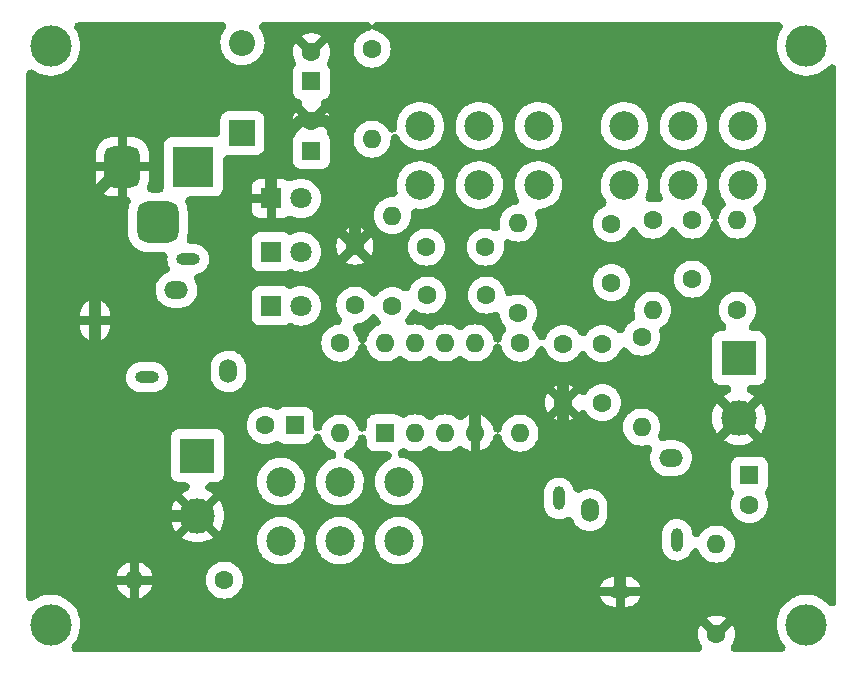
<source format=gbr>
%TF.GenerationSoftware,KiCad,Pcbnew,(6.0.2)*%
%TF.CreationDate,2022-03-01T10:48:04-06:00*%
%TF.ProjectId,PhonoJFET,50686f6e-6f4a-4464-9554-2e6b69636164,rev?*%
%TF.SameCoordinates,Original*%
%TF.FileFunction,Copper,L1,Top*%
%TF.FilePolarity,Positive*%
%FSLAX46Y46*%
G04 Gerber Fmt 4.6, Leading zero omitted, Abs format (unit mm)*
G04 Created by KiCad (PCBNEW (6.0.2)) date 2022-03-01 10:48:04*
%MOMM*%
%LPD*%
G01*
G04 APERTURE LIST*
G04 Aperture macros list*
%AMRoundRect*
0 Rectangle with rounded corners*
0 $1 Rounding radius*
0 $2 $3 $4 $5 $6 $7 $8 $9 X,Y pos of 4 corners*
0 Add a 4 corners polygon primitive as box body*
4,1,4,$2,$3,$4,$5,$6,$7,$8,$9,$2,$3,0*
0 Add four circle primitives for the rounded corners*
1,1,$1+$1,$2,$3*
1,1,$1+$1,$4,$5*
1,1,$1+$1,$6,$7*
1,1,$1+$1,$8,$9*
0 Add four rect primitives between the rounded corners*
20,1,$1+$1,$2,$3,$4,$5,0*
20,1,$1+$1,$4,$5,$6,$7,0*
20,1,$1+$1,$6,$7,$8,$9,0*
20,1,$1+$1,$8,$9,$2,$3,0*%
G04 Aperture macros list end*
%TA.AperFunction,ComponentPad*%
%ADD10R,3.000000X3.000000*%
%TD*%
%TA.AperFunction,ComponentPad*%
%ADD11C,3.000000*%
%TD*%
%TA.AperFunction,ComponentPad*%
%ADD12O,1.600000X1.600000*%
%TD*%
%TA.AperFunction,ComponentPad*%
%ADD13C,1.600000*%
%TD*%
%TA.AperFunction,ComponentPad*%
%ADD14R,1.600000X1.600000*%
%TD*%
%TA.AperFunction,ComponentPad*%
%ADD15C,3.500000*%
%TD*%
%TA.AperFunction,ComponentPad*%
%ADD16R,1.800000X1.800000*%
%TD*%
%TA.AperFunction,ComponentPad*%
%ADD17C,1.800000*%
%TD*%
%TA.AperFunction,ComponentPad*%
%ADD18C,2.500000*%
%TD*%
%TA.AperFunction,ComponentPad*%
%ADD19O,2.000000X1.000000*%
%TD*%
%TA.AperFunction,ComponentPad*%
%ADD20O,1.000000X2.000000*%
%TD*%
%TA.AperFunction,ComponentPad*%
%ADD21O,1.500000X2.000000*%
%TD*%
%TA.AperFunction,ComponentPad*%
%ADD22O,2.000000X1.500000*%
%TD*%
%TA.AperFunction,ComponentPad*%
%ADD23R,3.500000X3.500000*%
%TD*%
%TA.AperFunction,ComponentPad*%
%ADD24RoundRect,0.750000X-0.750000X-1.000000X0.750000X-1.000000X0.750000X1.000000X-0.750000X1.000000X0*%
%TD*%
%TA.AperFunction,ComponentPad*%
%ADD25RoundRect,0.875000X-0.875000X-0.875000X0.875000X-0.875000X0.875000X0.875000X-0.875000X0.875000X0*%
%TD*%
%TA.AperFunction,ComponentPad*%
%ADD26R,2.200000X2.200000*%
%TD*%
%TA.AperFunction,ComponentPad*%
%ADD27O,2.200000X2.200000*%
%TD*%
%TA.AperFunction,Conductor*%
%ADD28C,1.000000*%
%TD*%
G04 APERTURE END LIST*
D10*
%TO.P,J4,1,Pin_1*%
%TO.N,Net-(C11-Pad2)*%
X137287000Y-138430000D03*
D11*
%TO.P,J4,2,Pin_2*%
%TO.N,GND*%
X137287000Y-143510000D03*
%TD*%
D12*
%TO.P,R10,2*%
%TO.N,Net-(C11-Pad2)*%
X135382000Y-154178000D03*
D13*
%TO.P,R10,1*%
%TO.N,GND*%
X135382000Y-161798000D03*
%TD*%
%TO.P,R9,1*%
%TO.N,Net-(J1-Pad1)*%
X93726000Y-157226000D03*
D12*
%TO.P,R9,2*%
%TO.N,GND*%
X86106000Y-157226000D03*
%TD*%
D14*
%TO.P,C1,1*%
%TO.N,Net-(R1-Pad2)*%
X99695000Y-144119600D03*
D13*
%TO.P,C1,2*%
%TO.N,Net-(J1-Pad1)*%
X97195000Y-144119600D03*
%TD*%
D15*
%TO.P,J9,1,Pin_1*%
%TO.N,unconnected-(J9-Pad1)*%
X79000000Y-161000000D03*
%TD*%
D16*
%TO.P,D2,1,K*%
%TO.N,Net-(D2-Pad1)*%
X97683400Y-134010400D03*
D17*
%TO.P,D2,2,A*%
%TO.N,+6V*%
X100223400Y-134010400D03*
%TD*%
D14*
%TO.P,C3,1*%
%TO.N,+6V*%
X101092000Y-120864000D03*
D13*
%TO.P,C3,2*%
%TO.N,GND*%
X101092000Y-118364000D03*
%TD*%
D18*
%TO.P,RV3,1,1*%
%TO.N,Net-(C9-Pad2)*%
X110316000Y-118776500D03*
%TO.P,RV3,2,2*%
%TO.N,Net-(R7-Pad2)*%
X115316000Y-118776500D03*
%TO.P,RV3,3,3*%
%TO.N,Net-(C8-Pad1)*%
X120316000Y-118776500D03*
%TO.P,RV3,4*%
%TO.N,N/C*%
X110316000Y-123776500D03*
%TO.P,RV3,5*%
X115316000Y-123776500D03*
%TO.P,RV3,6*%
X120316000Y-123776500D03*
%TD*%
D13*
%TO.P,C4,1*%
%TO.N,+6V*%
X122428000Y-137200000D03*
%TO.P,C4,2*%
%TO.N,GND*%
X122428000Y-142200000D03*
%TD*%
D16*
%TO.P,D3,1,K*%
%TO.N,Net-(D3-Pad1)*%
X97688400Y-129438400D03*
D17*
%TO.P,D3,2,A*%
%TO.N,Net-(D2-Pad1)*%
X100228400Y-129438400D03*
%TD*%
D13*
%TO.P,R7,1*%
%TO.N,Net-(C10-Pad2)*%
X118618000Y-134620000D03*
D12*
%TO.P,R7,2*%
%TO.N,Net-(R7-Pad2)*%
X118618000Y-127000000D03*
%TD*%
D13*
%TO.P,R6,1*%
%TO.N,Net-(C5-Pad2)*%
X130000000Y-126746000D03*
D12*
%TO.P,R6,2*%
%TO.N,Net-(C10-Pad2)*%
X130000000Y-134366000D03*
%TD*%
D13*
%TO.P,C7,1*%
%TO.N,Net-(C2-Pad1)*%
X104775000Y-133945000D03*
%TO.P,C7,2*%
%TO.N,GND*%
X104775000Y-128945000D03*
%TD*%
D14*
%TO.P,C2,1*%
%TO.N,Net-(C2-Pad1)*%
X101092000Y-114997112D03*
D13*
%TO.P,C2,2*%
%TO.N,GND*%
X101092000Y-112497112D03*
%TD*%
D19*
%TO.P,J2,1,Pin_1*%
%TO.N,Net-(J1-Pad1)*%
X87160000Y-140055000D03*
%TO.P,J2,2,Pin_2*%
%TO.N,unconnected-(J2-Pad2)*%
X90660000Y-130055000D03*
D20*
%TO.P,J2,3,Pin_3*%
%TO.N,GND*%
X82760000Y-135255000D03*
D21*
%TO.P,J2,4*%
%TO.N,N/C*%
X94060000Y-139555000D03*
D22*
%TO.P,J2,5*%
X89660000Y-132655000D03*
%TD*%
D16*
%TO.P,D4,1,K*%
%TO.N,GND*%
X97688400Y-124917200D03*
D17*
%TO.P,D4,2,A*%
%TO.N,Net-(D3-Pad1)*%
X100228400Y-124917200D03*
%TD*%
D13*
%TO.P,R5,1*%
%TO.N,Net-(C6-Pad1)*%
X129050000Y-136650000D03*
D12*
%TO.P,R5,2*%
%TO.N,Net-(C9-Pad1)*%
X129050000Y-144270000D03*
%TD*%
D20*
%TO.P,J5,1,Pin_1*%
%TO.N,Net-(C11-Pad2)*%
X132040000Y-153810000D03*
%TO.P,J5,2,Pin_2*%
%TO.N,unconnected-(J5-Pad2)*%
X122040000Y-150310000D03*
D19*
%TO.P,J5,3,Pin_3*%
%TO.N,GND*%
X127240000Y-158210000D03*
D22*
%TO.P,J5,4*%
%TO.N,N/C*%
X131540000Y-146910000D03*
D21*
%TO.P,J5,5*%
X124640000Y-151310000D03*
%TD*%
D13*
%TO.P,R3,1*%
%TO.N,Net-(C2-Pad1)*%
X106222800Y-112268000D03*
D12*
%TO.P,R3,2*%
%TO.N,+6V*%
X106222800Y-119888000D03*
%TD*%
D14*
%TO.P,U1,1*%
%TO.N,Net-(C9-Pad1)*%
X107325000Y-144770000D03*
D12*
%TO.P,U1,2,-*%
%TO.N,Net-(R2-Pad2)*%
X109865000Y-144770000D03*
%TO.P,U1,3,+*%
%TO.N,Net-(R1-Pad2)*%
X112405000Y-144770000D03*
%TO.P,U1,4,V-*%
%TO.N,GND*%
X114945000Y-144770000D03*
%TO.P,U1,5,+*%
%TO.N,+6V*%
X114945000Y-137150000D03*
%TO.P,U1,6,-*%
%TO.N,Net-(C10-Pad2)*%
X112405000Y-137150000D03*
%TO.P,U1,7*%
%TO.N,Net-(C10-Pad1)*%
X109865000Y-137150000D03*
%TO.P,U1,8,V+*%
%TO.N,Net-(C2-Pad1)*%
X107325000Y-137150000D03*
%TD*%
D18*
%TO.P,RV1,1,1*%
%TO.N,Net-(R2-Pad2)*%
X108505000Y-153892500D03*
%TO.P,RV1,2,2*%
%TO.N,Net-(C9-Pad1)*%
X103505000Y-153892500D03*
%TO.P,RV1,3,3*%
X98505000Y-153892500D03*
%TO.P,RV1,4*%
%TO.N,N/C*%
X108505000Y-148892500D03*
%TO.P,RV1,5*%
X103505000Y-148892500D03*
%TO.P,RV1,6*%
X98505000Y-148892500D03*
%TD*%
D13*
%TO.P,R1,1*%
%TO.N,+6V*%
X103505000Y-137160000D03*
D12*
%TO.P,R1,2*%
%TO.N,Net-(R1-Pad2)*%
X103505000Y-144780000D03*
%TD*%
D13*
%TO.P,C8,1*%
%TO.N,Net-(C8-Pad1)*%
X115824000Y-129032000D03*
%TO.P,C8,2*%
%TO.N,Net-(C10-Pad1)*%
X110824000Y-129032000D03*
%TD*%
%TO.P,C9,1*%
%TO.N,Net-(C9-Pad1)*%
X125730000Y-142200000D03*
%TO.P,C9,2*%
%TO.N,Net-(C9-Pad2)*%
X125730000Y-137200000D03*
%TD*%
D18*
%TO.P,RV2,1,1*%
%TO.N,Net-(C6-Pad1)*%
X127588000Y-118776500D03*
%TO.P,RV2,2,2*%
%TO.N,Net-(C5-Pad2)*%
X132588000Y-118776500D03*
%TO.P,RV2,3,3*%
%TO.N,Net-(C5-Pad1)*%
X137588000Y-118776500D03*
%TO.P,RV2,4*%
%TO.N,N/C*%
X127588000Y-123776500D03*
%TO.P,RV2,5*%
X132588000Y-123776500D03*
%TO.P,RV2,6*%
X137588000Y-123776500D03*
%TD*%
D13*
%TO.P,R8,1*%
%TO.N,Net-(C10-Pad1)*%
X107950000Y-133985000D03*
D12*
%TO.P,R8,2*%
%TO.N,+6V*%
X107950000Y-126365000D03*
%TD*%
D13*
%TO.P,C10,1*%
%TO.N,Net-(C10-Pad1)*%
X110911000Y-133096000D03*
%TO.P,C10,2*%
%TO.N,Net-(C10-Pad2)*%
X115911000Y-133096000D03*
%TD*%
D14*
%TO.P,C11,1*%
%TO.N,Net-(C10-Pad1)*%
X138176000Y-148336000D03*
D13*
%TO.P,C11,2*%
%TO.N,Net-(C11-Pad2)*%
X138176000Y-150836000D03*
%TD*%
D15*
%TO.P,J8,1,Pin_1*%
%TO.N,unconnected-(J8-Pad1)*%
X79000000Y-112000000D03*
%TD*%
%TO.P,J7,1,Pin_1*%
%TO.N,unconnected-(J7-Pad1)*%
X143000000Y-161000000D03*
%TD*%
D23*
%TO.P,J3,1*%
%TO.N,+12V*%
X91090000Y-122232500D03*
D24*
%TO.P,J3,2*%
%TO.N,GND*%
X85090000Y-122232500D03*
D25*
%TO.P,J3,3*%
%TO.N,unconnected-(J3-Pad3)*%
X88090000Y-126932500D03*
%TD*%
D13*
%TO.P,R4,1*%
%TO.N,Net-(C10-Pad1)*%
X137160000Y-134366000D03*
D12*
%TO.P,R4,2*%
%TO.N,Net-(C5-Pad1)*%
X137160000Y-126746000D03*
%TD*%
D26*
%TO.P,D1,1,K*%
%TO.N,Net-(C2-Pad1)*%
X95250000Y-119380000D03*
D27*
%TO.P,D1,2,A*%
%TO.N,+12V*%
X95250000Y-111760000D03*
%TD*%
D13*
%TO.P,C5,1*%
%TO.N,Net-(C5-Pad1)*%
X133350000Y-131746000D03*
%TO.P,C5,2*%
%TO.N,Net-(C5-Pad2)*%
X133350000Y-126746000D03*
%TD*%
%TO.P,R2,1*%
%TO.N,+6V*%
X118745000Y-137160000D03*
D12*
%TO.P,R2,2*%
%TO.N,Net-(R2-Pad2)*%
X118745000Y-144780000D03*
%TD*%
D10*
%TO.P,J1,1,Pin_1*%
%TO.N,Net-(J1-Pad1)*%
X91440000Y-146685000D03*
D11*
%TO.P,J1,2,Pin_2*%
%TO.N,GND*%
X91440000Y-151765000D03*
%TD*%
D15*
%TO.P,J6,1,Pin_1*%
%TO.N,unconnected-(J6-Pad1)*%
X143000000Y-112000000D03*
%TD*%
D13*
%TO.P,C6,1*%
%TO.N,Net-(C6-Pad1)*%
X126492000Y-127040000D03*
%TO.P,C6,2*%
%TO.N,Net-(C5-Pad2)*%
X126492000Y-132040000D03*
%TD*%
D28*
%TO.N,GND*%
X101092000Y-118364000D02*
X102364000Y-118364000D01*
X127240000Y-158210000D02*
X127240000Y-150420000D01*
X97688400Y-120811600D02*
X100136000Y-118364000D01*
X82760000Y-147260000D02*
X88000000Y-152500000D01*
X82760000Y-135255000D02*
X82760000Y-124562500D01*
X103500000Y-125000000D02*
X104775000Y-126275000D01*
X114945000Y-142555000D02*
X117500000Y-140000000D01*
X88735000Y-151765000D02*
X91440000Y-151765000D01*
X122000000Y-140000000D02*
X122428000Y-140428000D01*
X122428000Y-140428000D02*
X122428000Y-142200000D01*
X82760000Y-124562500D02*
X85090000Y-122232500D01*
X100136000Y-118364000D02*
X101092000Y-118364000D01*
X97688400Y-124917200D02*
X97688400Y-120811600D01*
X82760000Y-135255000D02*
X82760000Y-147260000D01*
X104775000Y-126275000D02*
X104775000Y-128945000D01*
X122428000Y-145608000D02*
X122428000Y-142200000D01*
X103500000Y-119500000D02*
X103500000Y-125000000D01*
X88000000Y-152500000D02*
X88735000Y-151765000D01*
X117500000Y-140000000D02*
X122000000Y-140000000D01*
X102364000Y-118364000D02*
X103500000Y-119500000D01*
X127240000Y-150420000D02*
X122428000Y-145608000D01*
X114945000Y-144770000D02*
X114945000Y-142555000D01*
%TD*%
%TA.AperFunction,Conductor*%
%TO.N,GND*%
G36*
X93619824Y-110002589D02*
G01*
X93729839Y-110062127D01*
X93814561Y-110154160D01*
X93864810Y-110268716D01*
X93875140Y-110393380D01*
X93844432Y-110514644D01*
X93794858Y-110597256D01*
X93713944Y-110699894D01*
X93713939Y-110699901D01*
X93705627Y-110710445D01*
X93573151Y-110938520D01*
X93474132Y-111182986D01*
X93410547Y-111438964D01*
X93409178Y-111452329D01*
X93385392Y-111684478D01*
X93383663Y-111701348D01*
X93394018Y-111964902D01*
X93441405Y-112224368D01*
X93445658Y-112237115D01*
X93445658Y-112237116D01*
X93475733Y-112327260D01*
X93524879Y-112474569D01*
X93642773Y-112710512D01*
X93650411Y-112721563D01*
X93650412Y-112721565D01*
X93674720Y-112756736D01*
X93792735Y-112927489D01*
X93971774Y-113121173D01*
X94176317Y-113287697D01*
X94402283Y-113423739D01*
X94414653Y-113428977D01*
X94414657Y-113428979D01*
X94510713Y-113469653D01*
X94645163Y-113526585D01*
X94658148Y-113530028D01*
X94658154Y-113530030D01*
X94838594Y-113577873D01*
X94900111Y-113594184D01*
X95081966Y-113615708D01*
X95148698Y-113623606D01*
X95148700Y-113623606D01*
X95162040Y-113625185D01*
X95175462Y-113624869D01*
X95175468Y-113624869D01*
X95300518Y-113621922D01*
X95425725Y-113618971D01*
X95685903Y-113575666D01*
X95841096Y-113526585D01*
X95924570Y-113500186D01*
X95924576Y-113500184D01*
X95937384Y-113496133D01*
X95949497Y-113490316D01*
X95949503Y-113490314D01*
X96163033Y-113387777D01*
X96163032Y-113387777D01*
X96175149Y-113381959D01*
X96305853Y-113294626D01*
X96383281Y-113242890D01*
X96383282Y-113242889D01*
X96394456Y-113235423D01*
X96404464Y-113226459D01*
X96404468Y-113226456D01*
X96580917Y-113068415D01*
X96580919Y-113068413D01*
X96590927Y-113059449D01*
X96599569Y-113049168D01*
X96599573Y-113049164D01*
X96751997Y-112867833D01*
X96751999Y-112867831D01*
X96760643Y-112857547D01*
X96900218Y-112633746D01*
X96954045Y-112511991D01*
X99526341Y-112511991D01*
X99543289Y-112727333D01*
X99547945Y-112756736D01*
X99598371Y-112966773D01*
X99607571Y-112995086D01*
X99690230Y-113194642D01*
X99703746Y-113221170D01*
X99733027Y-113268952D01*
X99779941Y-113384914D01*
X99786661Y-113509825D01*
X99752458Y-113630150D01*
X99707239Y-113703020D01*
X99705132Y-113705687D01*
X99689534Y-113721313D01*
X99596236Y-113872672D01*
X99540259Y-114041434D01*
X99538144Y-114062073D01*
X99538144Y-114062075D01*
X99532358Y-114118546D01*
X99529500Y-114146446D01*
X99529500Y-115847778D01*
X99540532Y-115954102D01*
X99596803Y-116122766D01*
X99657623Y-116221049D01*
X99678087Y-116254119D01*
X99690366Y-116273962D01*
X99705992Y-116289561D01*
X99705993Y-116289562D01*
X99800575Y-116383980D01*
X99800579Y-116383983D01*
X99816201Y-116399578D01*
X99834990Y-116411159D01*
X99834993Y-116411162D01*
X99900512Y-116451547D01*
X99967560Y-116492876D01*
X99988513Y-116499826D01*
X100057730Y-116522785D01*
X100168360Y-116581172D01*
X100254037Y-116672317D01*
X100305478Y-116786343D01*
X100317107Y-116910893D01*
X100304615Y-116962476D01*
X100307362Y-116963017D01*
X100295631Y-117022639D01*
X100301914Y-117035098D01*
X101069733Y-117802918D01*
X101092730Y-117819337D01*
X101096806Y-117817747D01*
X101108680Y-117808505D01*
X101871531Y-117045653D01*
X101887983Y-117022611D01*
X101862372Y-116900465D01*
X101877845Y-116776333D01*
X101932784Y-116663952D01*
X102021238Y-116575499D01*
X102121787Y-116524293D01*
X102196706Y-116499298D01*
X102196707Y-116499297D01*
X102217654Y-116492309D01*
X102368850Y-116398746D01*
X102384450Y-116383119D01*
X102478868Y-116288537D01*
X102478871Y-116288533D01*
X102494466Y-116272911D01*
X102506047Y-116254122D01*
X102506050Y-116254119D01*
X102546435Y-116188600D01*
X102587764Y-116121552D01*
X102643741Y-115952790D01*
X102654500Y-115847778D01*
X102654500Y-114146446D01*
X102643468Y-114040122D01*
X102630866Y-114002348D01*
X102594185Y-113892402D01*
X102594183Y-113892398D01*
X102587197Y-113871458D01*
X102514236Y-113753554D01*
X102505255Y-113739041D01*
X102505254Y-113739040D01*
X102493634Y-113720262D01*
X102478002Y-113704657D01*
X102477149Y-113703581D01*
X102416644Y-113594095D01*
X102394966Y-113470896D01*
X102414465Y-113347333D01*
X102450949Y-113268991D01*
X102480254Y-113221170D01*
X102493770Y-113194642D01*
X102576429Y-112995086D01*
X102585629Y-112966773D01*
X102636055Y-112756736D01*
X102640711Y-112727333D01*
X102657659Y-112511991D01*
X102657659Y-112482233D01*
X102640711Y-112266891D01*
X102636055Y-112237488D01*
X102585629Y-112027451D01*
X102576429Y-111999138D01*
X102493773Y-111799589D01*
X102480251Y-111773049D01*
X102449067Y-111722163D01*
X102431346Y-111701759D01*
X102420902Y-111707026D01*
X101630815Y-112497112D01*
X101360701Y-112767227D01*
X101258895Y-112839915D01*
X101139004Y-112875608D01*
X101014019Y-112870438D01*
X100897484Y-112824966D01*
X100823300Y-112767227D01*
X100553185Y-112497112D01*
X99773650Y-111717578D01*
X99751658Y-111701876D01*
X99742733Y-111709435D01*
X99703749Y-111773049D01*
X99690227Y-111799589D01*
X99607571Y-111999138D01*
X99598371Y-112027451D01*
X99547945Y-112237488D01*
X99543289Y-112266891D01*
X99526341Y-112482233D01*
X99526341Y-112511991D01*
X96954045Y-112511991D01*
X97006867Y-112392511D01*
X97078462Y-112138656D01*
X97113573Y-111877246D01*
X97117258Y-111760000D01*
X97098630Y-111496901D01*
X97043116Y-111239052D01*
X97018045Y-111171092D01*
X97013129Y-111157766D01*
X100296647Y-111157766D01*
X100301914Y-111168210D01*
X101069733Y-111936030D01*
X101092730Y-111952449D01*
X101096806Y-111950859D01*
X101108680Y-111941617D01*
X101871531Y-111178765D01*
X101887236Y-111156769D01*
X101879679Y-111147846D01*
X101816063Y-111108861D01*
X101789523Y-111095339D01*
X101589974Y-111012683D01*
X101561661Y-111003483D01*
X101351624Y-110953057D01*
X101322221Y-110948401D01*
X101106879Y-110931453D01*
X101077121Y-110931453D01*
X100861779Y-110948401D01*
X100832376Y-110953057D01*
X100622339Y-111003483D01*
X100594026Y-111012683D01*
X100394477Y-111095339D01*
X100367937Y-111108861D01*
X100317051Y-111140045D01*
X100296647Y-111157766D01*
X97013129Y-111157766D01*
X96956473Y-111004196D01*
X96951825Y-110991597D01*
X96916917Y-110926900D01*
X96887023Y-110871497D01*
X96826578Y-110759473D01*
X96699753Y-110587766D01*
X96643009Y-110476285D01*
X96625537Y-110352420D01*
X96649230Y-110229592D01*
X96711522Y-110121113D01*
X96805662Y-110038738D01*
X96921449Y-109991393D01*
X97005416Y-109982000D01*
X105840854Y-109982000D01*
X105964240Y-110002589D01*
X106074255Y-110062127D01*
X106158977Y-110154160D01*
X106209226Y-110268716D01*
X106219556Y-110393380D01*
X106188848Y-110514644D01*
X106120429Y-110619367D01*
X106021714Y-110696200D01*
X105929564Y-110731500D01*
X105752995Y-110773891D01*
X105752991Y-110773892D01*
X105738468Y-110777379D01*
X105511246Y-110871497D01*
X105301545Y-111000002D01*
X105290190Y-111009700D01*
X105290186Y-111009703D01*
X105137576Y-111140045D01*
X105114529Y-111159729D01*
X105104824Y-111171092D01*
X104964503Y-111335386D01*
X104964500Y-111335390D01*
X104954802Y-111346745D01*
X104826297Y-111556446D01*
X104732179Y-111783668D01*
X104674764Y-112022815D01*
X104655468Y-112268000D01*
X104674764Y-112513185D01*
X104732179Y-112752332D01*
X104826297Y-112979554D01*
X104954802Y-113189255D01*
X104964500Y-113200610D01*
X104964503Y-113200614D01*
X105104824Y-113364908D01*
X105114529Y-113376271D01*
X105125892Y-113385976D01*
X105290186Y-113526297D01*
X105290190Y-113526300D01*
X105301545Y-113535998D01*
X105511246Y-113664503D01*
X105738468Y-113758621D01*
X105977615Y-113816036D01*
X106222800Y-113835332D01*
X106467985Y-113816036D01*
X106707132Y-113758621D01*
X106934354Y-113664503D01*
X107144055Y-113535998D01*
X107155410Y-113526300D01*
X107155414Y-113526297D01*
X107319708Y-113385976D01*
X107331071Y-113376271D01*
X107340776Y-113364908D01*
X107481097Y-113200614D01*
X107481100Y-113200610D01*
X107490798Y-113189255D01*
X107619303Y-112979554D01*
X107713421Y-112752332D01*
X107770836Y-112513185D01*
X107790132Y-112268000D01*
X107770836Y-112022815D01*
X107713421Y-111783668D01*
X107619303Y-111556446D01*
X107490798Y-111346745D01*
X107481100Y-111335390D01*
X107481097Y-111335386D01*
X107340776Y-111171092D01*
X107331071Y-111159729D01*
X107308024Y-111140045D01*
X107155414Y-111009703D01*
X107155410Y-111009700D01*
X107144055Y-111000002D01*
X106934354Y-110871497D01*
X106707132Y-110777379D01*
X106692609Y-110773892D01*
X106692605Y-110773891D01*
X106516036Y-110731500D01*
X106400866Y-110682675D01*
X106307789Y-110599101D01*
X106246893Y-110489832D01*
X106224775Y-110366711D01*
X106243833Y-110243079D01*
X106302002Y-110132335D01*
X106392978Y-110046478D01*
X106506902Y-109994813D01*
X106604746Y-109982000D01*
X140613704Y-109982000D01*
X140737090Y-110002589D01*
X140847105Y-110062127D01*
X140931827Y-110154160D01*
X140982076Y-110268716D01*
X140992406Y-110393380D01*
X140961698Y-110514644D01*
X140934549Y-110565614D01*
X140860260Y-110682675D01*
X140793926Y-110787201D01*
X140788841Y-110798006D01*
X140788841Y-110798007D01*
X140687822Y-111012683D01*
X140659317Y-111073258D01*
X140561623Y-111373931D01*
X140559386Y-111385659D01*
X140559384Y-111385666D01*
X140504622Y-111672740D01*
X140502383Y-111684478D01*
X140482532Y-112000000D01*
X140502383Y-112315522D01*
X140504622Y-112327258D01*
X140504622Y-112327260D01*
X140514604Y-112379585D01*
X140561623Y-112626069D01*
X140659317Y-112926742D01*
X140664397Y-112937538D01*
X140664398Y-112937540D01*
X140725984Y-113068415D01*
X140793926Y-113212799D01*
X140836076Y-113279217D01*
X140941694Y-113445644D01*
X140963326Y-113479731D01*
X140970935Y-113488929D01*
X140970936Y-113488930D01*
X141157231Y-113714122D01*
X141157236Y-113714127D01*
X141164845Y-113723325D01*
X141395306Y-113939742D01*
X141404961Y-113946757D01*
X141404966Y-113946761D01*
X141641406Y-114118546D01*
X141641412Y-114118550D01*
X141651073Y-114125569D01*
X141661534Y-114131320D01*
X141661542Y-114131325D01*
X141837885Y-114228269D01*
X141928114Y-114277873D01*
X142222060Y-114394254D01*
X142528274Y-114472877D01*
X142686742Y-114492896D01*
X142830089Y-114511005D01*
X142830096Y-114511005D01*
X142841927Y-114512500D01*
X143158073Y-114512500D01*
X143169904Y-114511005D01*
X143169911Y-114511005D01*
X143313258Y-114492896D01*
X143471726Y-114472877D01*
X143777940Y-114394254D01*
X144071886Y-114277873D01*
X144162115Y-114228269D01*
X144338458Y-114131325D01*
X144338466Y-114131320D01*
X144348927Y-114125569D01*
X144358588Y-114118550D01*
X144358594Y-114118546D01*
X144595034Y-113946761D01*
X144595039Y-113946757D01*
X144604694Y-113939742D01*
X144835155Y-113723325D01*
X144869206Y-113682165D01*
X144963720Y-113600219D01*
X145079721Y-113553402D01*
X145204637Y-113546787D01*
X145324934Y-113581090D01*
X145427574Y-113652596D01*
X145501435Y-113753554D01*
X145538513Y-113873024D01*
X145542000Y-113924387D01*
X145542000Y-159075613D01*
X145521411Y-159198999D01*
X145461873Y-159309014D01*
X145369840Y-159393736D01*
X145255284Y-159443985D01*
X145130620Y-159454315D01*
X145009356Y-159423607D01*
X144904633Y-159355188D01*
X144869206Y-159317835D01*
X144842770Y-159285880D01*
X144842768Y-159285878D01*
X144835155Y-159276675D01*
X144604694Y-159060258D01*
X144595039Y-159053243D01*
X144595034Y-159053239D01*
X144358594Y-158881454D01*
X144358588Y-158881450D01*
X144348927Y-158874431D01*
X144338466Y-158868680D01*
X144338458Y-158868675D01*
X144096142Y-158735462D01*
X144071886Y-158722127D01*
X143777940Y-158605746D01*
X143471726Y-158527123D01*
X143313258Y-158507104D01*
X143169911Y-158488995D01*
X143169904Y-158488995D01*
X143158073Y-158487500D01*
X142841927Y-158487500D01*
X142830096Y-158488995D01*
X142830089Y-158488995D01*
X142686742Y-158507104D01*
X142528274Y-158527123D01*
X142222060Y-158605746D01*
X141928114Y-158722127D01*
X141903858Y-158735462D01*
X141661542Y-158868675D01*
X141661534Y-158868680D01*
X141651073Y-158874431D01*
X141641412Y-158881450D01*
X141641406Y-158881454D01*
X141404966Y-159053239D01*
X141404961Y-159053243D01*
X141395306Y-159060258D01*
X141164845Y-159276675D01*
X141157236Y-159285873D01*
X141157231Y-159285878D01*
X141010420Y-159463342D01*
X140963326Y-159520269D01*
X140793926Y-159787201D01*
X140659317Y-160073258D01*
X140561623Y-160373931D01*
X140559386Y-160385659D01*
X140559384Y-160385666D01*
X140545651Y-160457657D01*
X140502383Y-160684478D01*
X140482532Y-161000000D01*
X140502383Y-161315522D01*
X140504622Y-161327258D01*
X140504622Y-161327260D01*
X140550504Y-161567779D01*
X140561623Y-161626069D01*
X140659317Y-161926742D01*
X140664397Y-161937538D01*
X140664398Y-161937540D01*
X140760047Y-162140803D01*
X140793926Y-162212799D01*
X140963326Y-162479731D01*
X140970935Y-162488929D01*
X140970936Y-162488930D01*
X141145366Y-162699779D01*
X141208150Y-162807973D01*
X141232403Y-162930691D01*
X141215494Y-163054635D01*
X141159257Y-163166373D01*
X141069786Y-163253797D01*
X140956777Y-163307433D01*
X140852571Y-163322000D01*
X136955802Y-163322000D01*
X136832416Y-163301411D01*
X136722401Y-163241873D01*
X136637679Y-163149840D01*
X136587430Y-163035284D01*
X136577100Y-162910620D01*
X136607808Y-162789356D01*
X136648375Y-162718642D01*
X136657394Y-162706229D01*
X136770255Y-162522055D01*
X136783770Y-162495530D01*
X136866429Y-162295974D01*
X136875629Y-162267661D01*
X136926055Y-162057624D01*
X136930711Y-162028221D01*
X136947659Y-161812879D01*
X136947659Y-161783121D01*
X136930711Y-161567779D01*
X136926055Y-161538376D01*
X136875629Y-161328339D01*
X136866429Y-161300026D01*
X136783773Y-161100477D01*
X136770251Y-161073937D01*
X136739067Y-161023051D01*
X136721346Y-161002647D01*
X136710902Y-161007914D01*
X135650700Y-162068115D01*
X135548895Y-162140803D01*
X135429003Y-162176496D01*
X135304018Y-162171326D01*
X135187484Y-162125854D01*
X135113300Y-162068115D01*
X134063651Y-161018467D01*
X134041658Y-161002764D01*
X134032732Y-161010324D01*
X133993749Y-161073937D01*
X133980227Y-161100477D01*
X133897571Y-161300026D01*
X133888371Y-161328339D01*
X133837945Y-161538376D01*
X133833289Y-161567779D01*
X133816341Y-161783121D01*
X133816341Y-161812879D01*
X133833289Y-162028221D01*
X133837945Y-162057624D01*
X133888371Y-162267661D01*
X133897571Y-162295974D01*
X133980230Y-162495530D01*
X133993745Y-162522055D01*
X134106606Y-162706229D01*
X134115625Y-162718642D01*
X134171492Y-162830565D01*
X134187990Y-162954564D01*
X134163332Y-163077202D01*
X134100190Y-163185188D01*
X134005406Y-163266821D01*
X133889252Y-163313255D01*
X133808198Y-163322000D01*
X81147429Y-163322000D01*
X81024043Y-163301411D01*
X80914028Y-163241873D01*
X80829306Y-163149840D01*
X80779057Y-163035284D01*
X80768727Y-162910620D01*
X80799435Y-162789356D01*
X80854634Y-162699779D01*
X81029064Y-162488930D01*
X81029065Y-162488929D01*
X81036674Y-162479731D01*
X81206074Y-162212799D01*
X81239953Y-162140803D01*
X81335602Y-161937540D01*
X81335603Y-161937538D01*
X81340683Y-161926742D01*
X81438377Y-161626069D01*
X81449497Y-161567779D01*
X81495378Y-161327260D01*
X81495378Y-161327258D01*
X81497617Y-161315522D01*
X81517468Y-161000000D01*
X81497617Y-160684478D01*
X81454539Y-160458654D01*
X134586647Y-160458654D01*
X134591914Y-160469098D01*
X135359733Y-161236918D01*
X135382730Y-161253337D01*
X135386806Y-161251747D01*
X135398680Y-161242505D01*
X136161531Y-160479653D01*
X136177236Y-160457657D01*
X136169679Y-160448734D01*
X136106063Y-160409749D01*
X136079523Y-160396227D01*
X135879974Y-160313571D01*
X135851661Y-160304371D01*
X135641624Y-160253945D01*
X135612221Y-160249289D01*
X135396879Y-160232341D01*
X135367121Y-160232341D01*
X135151779Y-160249289D01*
X135122376Y-160253945D01*
X134912339Y-160304371D01*
X134884026Y-160313571D01*
X134684477Y-160396227D01*
X134657937Y-160409749D01*
X134607051Y-160440933D01*
X134586647Y-160458654D01*
X81454539Y-160458654D01*
X81454349Y-160457657D01*
X81440616Y-160385666D01*
X81440614Y-160385659D01*
X81438377Y-160373931D01*
X81340683Y-160073258D01*
X81206074Y-159787201D01*
X81036674Y-159520269D01*
X80989580Y-159463342D01*
X80842769Y-159285878D01*
X80842764Y-159285873D01*
X80835155Y-159276675D01*
X80604694Y-159060258D01*
X80595039Y-159053243D01*
X80595034Y-159053239D01*
X80358594Y-158881454D01*
X80358588Y-158881450D01*
X80348927Y-158874431D01*
X80338466Y-158868680D01*
X80338458Y-158868675D01*
X80096142Y-158735462D01*
X80071886Y-158722127D01*
X79777940Y-158605746D01*
X79471726Y-158527123D01*
X79313258Y-158507104D01*
X79169911Y-158488995D01*
X79169904Y-158488995D01*
X79158073Y-158487500D01*
X78841927Y-158487500D01*
X78830096Y-158488995D01*
X78830089Y-158488995D01*
X78686742Y-158507104D01*
X78528274Y-158527123D01*
X78222060Y-158605746D01*
X77928114Y-158722127D01*
X77903858Y-158735462D01*
X77661542Y-158868675D01*
X77661534Y-158868680D01*
X77651073Y-158874431D01*
X77612609Y-158902377D01*
X77565359Y-158936706D01*
X77453435Y-158992573D01*
X77329436Y-159009072D01*
X77206799Y-158984415D01*
X77098812Y-158921273D01*
X77017179Y-158826489D01*
X76970745Y-158710334D01*
X76962000Y-158629280D01*
X76962000Y-157623103D01*
X84594951Y-157623103D01*
X84612369Y-157695653D01*
X84621573Y-157723979D01*
X84704230Y-157923530D01*
X84717745Y-157950055D01*
X84830606Y-158134229D01*
X84848104Y-158158313D01*
X84988385Y-158322560D01*
X85009440Y-158343615D01*
X85173687Y-158483896D01*
X85197771Y-158501394D01*
X85381945Y-158614255D01*
X85408470Y-158627770D01*
X85608021Y-158710427D01*
X85636347Y-158719631D01*
X85694381Y-158733564D01*
X85721340Y-158735462D01*
X85725000Y-158724354D01*
X85725000Y-158709425D01*
X86487000Y-158709425D01*
X86491448Y-158736083D01*
X86503103Y-158737049D01*
X86575653Y-158719631D01*
X86603979Y-158710427D01*
X86803530Y-158627770D01*
X86830055Y-158614255D01*
X87014229Y-158501394D01*
X87038313Y-158483896D01*
X87202560Y-158343615D01*
X87223615Y-158322560D01*
X87363896Y-158158313D01*
X87381394Y-158134229D01*
X87494255Y-157950055D01*
X87507770Y-157923530D01*
X87590427Y-157723979D01*
X87599631Y-157695653D01*
X87613564Y-157637619D01*
X87615462Y-157610660D01*
X87604354Y-157607000D01*
X86518490Y-157607000D01*
X86490620Y-157611651D01*
X86488862Y-157615658D01*
X86487000Y-157630595D01*
X86487000Y-158709425D01*
X85725000Y-158709425D01*
X85725000Y-157638490D01*
X85720349Y-157610620D01*
X85716342Y-157608862D01*
X85701405Y-157607000D01*
X84622575Y-157607000D01*
X84595917Y-157611448D01*
X84594951Y-157623103D01*
X76962000Y-157623103D01*
X76962000Y-157226000D01*
X92158668Y-157226000D01*
X92177964Y-157471185D01*
X92235379Y-157710332D01*
X92329497Y-157937554D01*
X92458002Y-158147255D01*
X92467700Y-158158610D01*
X92467703Y-158158614D01*
X92607727Y-158322560D01*
X92617729Y-158334271D01*
X92629092Y-158343976D01*
X92793386Y-158484297D01*
X92793390Y-158484300D01*
X92804745Y-158493998D01*
X93014446Y-158622503D01*
X93241668Y-158716621D01*
X93480815Y-158774036D01*
X93726000Y-158793332D01*
X93971185Y-158774036D01*
X94210332Y-158716621D01*
X94437554Y-158622503D01*
X94471505Y-158601698D01*
X125541067Y-158601698D01*
X125542787Y-158610614D01*
X125561851Y-158672584D01*
X125574591Y-158703802D01*
X125662390Y-158873910D01*
X125680456Y-158902377D01*
X125796989Y-159054244D01*
X125819807Y-159079059D01*
X125961390Y-159207890D01*
X125988254Y-159228281D01*
X126150409Y-159330000D01*
X126180449Y-159345307D01*
X126358063Y-159416707D01*
X126390344Y-159426453D01*
X126580712Y-159465877D01*
X126608278Y-159469506D01*
X126646084Y-159471686D01*
X126656983Y-159472000D01*
X126827510Y-159472000D01*
X126855380Y-159467349D01*
X126857138Y-159463342D01*
X126859000Y-159448405D01*
X126859000Y-159440510D01*
X127621000Y-159440510D01*
X127625651Y-159468380D01*
X127629658Y-159470138D01*
X127644595Y-159472000D01*
X127788698Y-159472000D01*
X127805574Y-159471249D01*
X127947531Y-159458579D01*
X127980706Y-159452610D01*
X128165356Y-159402096D01*
X128196949Y-159390346D01*
X128369731Y-159307933D01*
X128398747Y-159290774D01*
X128554204Y-159179066D01*
X128579730Y-159157032D01*
X128712946Y-159019564D01*
X128734161Y-158993366D01*
X128840928Y-158834481D01*
X128857172Y-158804932D01*
X128934118Y-158629646D01*
X128939736Y-158612951D01*
X128941024Y-158594659D01*
X128929918Y-158591000D01*
X127652490Y-158591000D01*
X127624620Y-158595651D01*
X127622862Y-158599658D01*
X127621000Y-158614595D01*
X127621000Y-159440510D01*
X126859000Y-159440510D01*
X126859000Y-158622490D01*
X126854349Y-158594620D01*
X126850342Y-158592862D01*
X126835405Y-158591000D01*
X125568243Y-158591000D01*
X125541585Y-158595448D01*
X125541067Y-158601698D01*
X94471505Y-158601698D01*
X94647255Y-158493998D01*
X94658610Y-158484300D01*
X94658614Y-158484297D01*
X94822908Y-158343976D01*
X94834271Y-158334271D01*
X94844273Y-158322560D01*
X94984297Y-158158614D01*
X94984300Y-158158610D01*
X94993998Y-158147255D01*
X95122503Y-157937554D01*
X95168983Y-157825341D01*
X125538976Y-157825341D01*
X125550082Y-157829000D01*
X126827510Y-157829000D01*
X126855380Y-157824349D01*
X126857138Y-157820342D01*
X126859000Y-157805405D01*
X126859000Y-157797510D01*
X127621000Y-157797510D01*
X127625651Y-157825380D01*
X127629658Y-157827138D01*
X127644595Y-157829000D01*
X128911757Y-157829000D01*
X128938415Y-157824552D01*
X128938933Y-157818302D01*
X128937213Y-157809386D01*
X128918149Y-157747416D01*
X128905409Y-157716198D01*
X128817610Y-157546090D01*
X128799544Y-157517623D01*
X128683011Y-157365756D01*
X128660193Y-157340941D01*
X128518610Y-157212110D01*
X128491746Y-157191719D01*
X128329591Y-157090000D01*
X128299551Y-157074693D01*
X128121937Y-157003293D01*
X128089656Y-156993547D01*
X127899288Y-156954123D01*
X127871722Y-156950494D01*
X127833916Y-156948314D01*
X127823017Y-156948000D01*
X127652490Y-156948000D01*
X127624620Y-156952651D01*
X127622862Y-156956658D01*
X127621000Y-156971595D01*
X127621000Y-157797510D01*
X126859000Y-157797510D01*
X126859000Y-156979490D01*
X126854349Y-156951620D01*
X126850342Y-156949862D01*
X126835405Y-156948000D01*
X126691302Y-156948000D01*
X126674426Y-156948751D01*
X126532469Y-156961421D01*
X126499294Y-156967390D01*
X126314644Y-157017904D01*
X126283051Y-157029654D01*
X126110269Y-157112067D01*
X126081253Y-157129226D01*
X125925796Y-157240934D01*
X125900270Y-157262968D01*
X125767054Y-157400436D01*
X125745839Y-157426634D01*
X125639072Y-157585519D01*
X125622828Y-157615068D01*
X125545882Y-157790354D01*
X125540264Y-157807049D01*
X125538976Y-157825341D01*
X95168983Y-157825341D01*
X95216621Y-157710332D01*
X95274036Y-157471185D01*
X95293332Y-157226000D01*
X95274036Y-156980815D01*
X95216621Y-156741668D01*
X95122503Y-156514446D01*
X94993998Y-156304745D01*
X94984300Y-156293390D01*
X94984297Y-156293386D01*
X94843976Y-156129092D01*
X94834271Y-156117729D01*
X94822908Y-156108024D01*
X94658614Y-155967703D01*
X94658610Y-155967700D01*
X94647255Y-155958002D01*
X94437554Y-155829497D01*
X94210332Y-155735379D01*
X93971185Y-155677964D01*
X93726000Y-155658668D01*
X93480815Y-155677964D01*
X93241668Y-155735379D01*
X93014446Y-155829497D01*
X92804745Y-155958002D01*
X92793390Y-155967700D01*
X92793386Y-155967703D01*
X92629092Y-156108024D01*
X92617729Y-156117729D01*
X92608024Y-156129092D01*
X92467703Y-156293386D01*
X92467700Y-156293390D01*
X92458002Y-156304745D01*
X92329497Y-156514446D01*
X92235379Y-156741668D01*
X92177964Y-156980815D01*
X92158668Y-157226000D01*
X76962000Y-157226000D01*
X76962000Y-156841340D01*
X84596538Y-156841340D01*
X84607646Y-156845000D01*
X85693510Y-156845000D01*
X85721380Y-156840349D01*
X85723138Y-156836342D01*
X85725000Y-156821405D01*
X85725000Y-156813510D01*
X86487000Y-156813510D01*
X86491651Y-156841380D01*
X86495658Y-156843138D01*
X86510595Y-156845000D01*
X87589425Y-156845000D01*
X87616083Y-156840552D01*
X87617049Y-156828897D01*
X87599631Y-156756347D01*
X87590427Y-156728021D01*
X87507770Y-156528470D01*
X87494255Y-156501945D01*
X87381394Y-156317771D01*
X87363896Y-156293687D01*
X87223615Y-156129440D01*
X87202560Y-156108385D01*
X87038313Y-155968104D01*
X87014229Y-155950606D01*
X86830055Y-155837745D01*
X86803530Y-155824230D01*
X86603979Y-155741573D01*
X86575653Y-155732369D01*
X86517619Y-155718436D01*
X86490660Y-155716538D01*
X86487000Y-155727646D01*
X86487000Y-156813510D01*
X85725000Y-156813510D01*
X85725000Y-155742575D01*
X85720552Y-155715917D01*
X85708897Y-155714951D01*
X85636347Y-155732369D01*
X85608021Y-155741573D01*
X85408470Y-155824230D01*
X85381945Y-155837745D01*
X85197771Y-155950606D01*
X85173687Y-155968104D01*
X85009440Y-156108385D01*
X84988385Y-156129440D01*
X84848104Y-156293687D01*
X84830606Y-156317771D01*
X84717745Y-156501945D01*
X84704230Y-156528470D01*
X84621573Y-156728021D01*
X84612369Y-156756347D01*
X84598436Y-156814381D01*
X84596538Y-156841340D01*
X76962000Y-156841340D01*
X76962000Y-153611358D01*
X90138747Y-153611358D01*
X90147831Y-153622085D01*
X90296235Y-153721245D01*
X90317723Y-153733652D01*
X90561354Y-153853797D01*
X90584301Y-153863302D01*
X90841507Y-153950612D01*
X90865505Y-153957042D01*
X91131909Y-154010033D01*
X91156535Y-154013275D01*
X91427581Y-154031040D01*
X91452419Y-154031040D01*
X91723465Y-154013275D01*
X91748091Y-154010033D01*
X92014495Y-153957042D01*
X92038493Y-153950612D01*
X92271914Y-153871376D01*
X96487908Y-153871376D01*
X96488652Y-153884281D01*
X96488652Y-153884287D01*
X96496089Y-154013275D01*
X96503703Y-154145323D01*
X96506194Y-154158020D01*
X96506195Y-154158027D01*
X96548881Y-154375596D01*
X96556532Y-154414591D01*
X96645415Y-154674198D01*
X96768709Y-154919340D01*
X96776031Y-154929994D01*
X96776033Y-154929997D01*
X96793397Y-154955262D01*
X96924131Y-155145481D01*
X96932834Y-155155045D01*
X96932836Y-155155048D01*
X97100101Y-155338870D01*
X97100106Y-155338875D01*
X97108807Y-155348437D01*
X97319318Y-155524452D01*
X97330273Y-155531324D01*
X97330277Y-155531327D01*
X97386670Y-155566702D01*
X97551769Y-155670268D01*
X97801859Y-155783188D01*
X97814266Y-155786863D01*
X98052566Y-155857451D01*
X98052574Y-155857453D01*
X98064961Y-155861122D01*
X98336205Y-155902628D01*
X98511647Y-155905384D01*
X98597639Y-155906735D01*
X98597641Y-155906735D01*
X98610572Y-155906938D01*
X98882986Y-155873973D01*
X98895485Y-155870694D01*
X98895490Y-155870693D01*
X99135896Y-155807623D01*
X99135897Y-155807623D01*
X99148406Y-155804341D01*
X99160353Y-155799392D01*
X99160357Y-155799391D01*
X99241198Y-155765905D01*
X99401919Y-155699332D01*
X99413087Y-155692806D01*
X99413093Y-155692803D01*
X99611303Y-155576978D01*
X99638836Y-155560889D01*
X99854772Y-155391574D01*
X99865724Y-155380273D01*
X100036733Y-155203805D01*
X100045732Y-155194519D01*
X100107366Y-155110614D01*
X100200523Y-154983797D01*
X100200527Y-154983791D01*
X100208181Y-154973371D01*
X100214351Y-154962007D01*
X100214355Y-154962001D01*
X100332939Y-154743596D01*
X100332939Y-154743595D01*
X100339114Y-154732223D01*
X100356672Y-154685759D01*
X100431536Y-154487636D01*
X100431537Y-154487633D01*
X100436108Y-154475536D01*
X100448098Y-154423185D01*
X100494479Y-154220676D01*
X100494480Y-154220670D01*
X100497368Y-154208060D01*
X100521761Y-153934745D01*
X100522203Y-153892500D01*
X100520763Y-153871376D01*
X101487908Y-153871376D01*
X101488652Y-153884281D01*
X101488652Y-153884287D01*
X101496089Y-154013275D01*
X101503703Y-154145323D01*
X101506194Y-154158020D01*
X101506195Y-154158027D01*
X101548881Y-154375596D01*
X101556532Y-154414591D01*
X101645415Y-154674198D01*
X101768709Y-154919340D01*
X101776031Y-154929994D01*
X101776033Y-154929997D01*
X101793397Y-154955262D01*
X101924131Y-155145481D01*
X101932834Y-155155045D01*
X101932836Y-155155048D01*
X102100101Y-155338870D01*
X102100106Y-155338875D01*
X102108807Y-155348437D01*
X102319318Y-155524452D01*
X102330273Y-155531324D01*
X102330277Y-155531327D01*
X102386670Y-155566702D01*
X102551769Y-155670268D01*
X102801859Y-155783188D01*
X102814266Y-155786863D01*
X103052566Y-155857451D01*
X103052574Y-155857453D01*
X103064961Y-155861122D01*
X103336205Y-155902628D01*
X103511647Y-155905384D01*
X103597639Y-155906735D01*
X103597641Y-155906735D01*
X103610572Y-155906938D01*
X103882986Y-155873973D01*
X103895485Y-155870694D01*
X103895490Y-155870693D01*
X104135896Y-155807623D01*
X104135897Y-155807623D01*
X104148406Y-155804341D01*
X104160353Y-155799392D01*
X104160357Y-155799391D01*
X104241198Y-155765905D01*
X104401919Y-155699332D01*
X104413087Y-155692806D01*
X104413093Y-155692803D01*
X104611303Y-155576978D01*
X104638836Y-155560889D01*
X104854772Y-155391574D01*
X104865724Y-155380273D01*
X105036733Y-155203805D01*
X105045732Y-155194519D01*
X105107366Y-155110614D01*
X105200523Y-154983797D01*
X105200527Y-154983791D01*
X105208181Y-154973371D01*
X105214351Y-154962007D01*
X105214355Y-154962001D01*
X105332939Y-154743596D01*
X105332939Y-154743595D01*
X105339114Y-154732223D01*
X105356672Y-154685759D01*
X105431536Y-154487636D01*
X105431537Y-154487633D01*
X105436108Y-154475536D01*
X105448098Y-154423185D01*
X105494479Y-154220676D01*
X105494480Y-154220670D01*
X105497368Y-154208060D01*
X105521761Y-153934745D01*
X105522203Y-153892500D01*
X105520763Y-153871376D01*
X106487908Y-153871376D01*
X106488652Y-153884281D01*
X106488652Y-153884287D01*
X106496089Y-154013275D01*
X106503703Y-154145323D01*
X106506194Y-154158020D01*
X106506195Y-154158027D01*
X106548881Y-154375596D01*
X106556532Y-154414591D01*
X106645415Y-154674198D01*
X106768709Y-154919340D01*
X106776031Y-154929994D01*
X106776033Y-154929997D01*
X106793397Y-154955262D01*
X106924131Y-155145481D01*
X106932834Y-155155045D01*
X106932836Y-155155048D01*
X107100101Y-155338870D01*
X107100106Y-155338875D01*
X107108807Y-155348437D01*
X107319318Y-155524452D01*
X107330273Y-155531324D01*
X107330277Y-155531327D01*
X107386670Y-155566702D01*
X107551769Y-155670268D01*
X107801859Y-155783188D01*
X107814266Y-155786863D01*
X108052566Y-155857451D01*
X108052574Y-155857453D01*
X108064961Y-155861122D01*
X108336205Y-155902628D01*
X108511647Y-155905384D01*
X108597639Y-155906735D01*
X108597641Y-155906735D01*
X108610572Y-155906938D01*
X108882986Y-155873973D01*
X108895485Y-155870694D01*
X108895490Y-155870693D01*
X109135896Y-155807623D01*
X109135897Y-155807623D01*
X109148406Y-155804341D01*
X109160353Y-155799392D01*
X109160357Y-155799391D01*
X109241198Y-155765905D01*
X109401919Y-155699332D01*
X109413087Y-155692806D01*
X109413093Y-155692803D01*
X109611303Y-155576978D01*
X109638836Y-155560889D01*
X109854772Y-155391574D01*
X109865724Y-155380273D01*
X110036733Y-155203805D01*
X110045732Y-155194519D01*
X110107366Y-155110614D01*
X110200523Y-154983797D01*
X110200527Y-154983791D01*
X110208181Y-154973371D01*
X110214351Y-154962007D01*
X110214355Y-154962001D01*
X110332939Y-154743596D01*
X110332939Y-154743595D01*
X110339114Y-154732223D01*
X110356672Y-154685759D01*
X110431536Y-154487636D01*
X110431537Y-154487633D01*
X110436108Y-154475536D01*
X110448098Y-154423185D01*
X110460926Y-154367177D01*
X130777500Y-154367177D01*
X130778251Y-154375587D01*
X130778251Y-154375596D01*
X130782824Y-154426832D01*
X130792431Y-154534473D01*
X130796894Y-154550788D01*
X130796895Y-154550792D01*
X130831185Y-154676134D01*
X130851899Y-154751851D01*
X130859186Y-154767129D01*
X130859187Y-154767131D01*
X130926279Y-154907791D01*
X130948921Y-154955262D01*
X131080431Y-155138278D01*
X131242272Y-155295113D01*
X131256311Y-155304547D01*
X131256315Y-155304550D01*
X131397703Y-155399558D01*
X131429328Y-155420809D01*
X131444822Y-155427611D01*
X131444825Y-155427612D01*
X131486710Y-155445998D01*
X131635686Y-155511394D01*
X131652143Y-155515345D01*
X131652146Y-155515346D01*
X131838367Y-155560054D01*
X131838370Y-155560054D01*
X131854825Y-155564005D01*
X131928286Y-155568241D01*
X132062917Y-155576004D01*
X132062921Y-155576004D01*
X132079816Y-155576978D01*
X132096614Y-155574945D01*
X132096619Y-155574945D01*
X132188140Y-155563869D01*
X132303549Y-155549903D01*
X132319719Y-155544928D01*
X132319721Y-155544928D01*
X132413251Y-155516154D01*
X132518952Y-155483636D01*
X132719216Y-155380273D01*
X132898010Y-155243079D01*
X133049684Y-155076392D01*
X133058672Y-155062064D01*
X133058675Y-155062060D01*
X133160451Y-154899815D01*
X133160452Y-154899812D01*
X133169443Y-154885480D01*
X133223220Y-154751705D01*
X133288344Y-154644903D01*
X133384619Y-154565033D01*
X133501611Y-154520751D01*
X133626642Y-154516856D01*
X133746164Y-154553769D01*
X133847223Y-154627491D01*
X133918870Y-154730033D01*
X133926872Y-154748019D01*
X133985497Y-154889554D01*
X134114002Y-155099255D01*
X134123700Y-155110610D01*
X134123703Y-155110614D01*
X134186465Y-155184098D01*
X134273729Y-155286271D01*
X134285092Y-155295976D01*
X134449386Y-155436297D01*
X134449390Y-155436300D01*
X134460745Y-155445998D01*
X134670446Y-155574503D01*
X134897668Y-155668621D01*
X135136815Y-155726036D01*
X135382000Y-155745332D01*
X135627185Y-155726036D01*
X135866332Y-155668621D01*
X136093554Y-155574503D01*
X136303255Y-155445998D01*
X136314610Y-155436300D01*
X136314614Y-155436297D01*
X136478908Y-155295976D01*
X136490271Y-155286271D01*
X136577535Y-155184098D01*
X136640297Y-155110614D01*
X136640300Y-155110610D01*
X136649998Y-155099255D01*
X136778503Y-154889554D01*
X136872621Y-154662332D01*
X136930036Y-154423185D01*
X136949332Y-154178000D01*
X136930036Y-153932815D01*
X136872621Y-153693668D01*
X136778503Y-153466446D01*
X136649998Y-153256745D01*
X136640300Y-153245390D01*
X136640297Y-153245386D01*
X136499976Y-153081092D01*
X136490271Y-153069729D01*
X136475565Y-153057169D01*
X136314614Y-152919703D01*
X136314610Y-152919700D01*
X136303255Y-152910002D01*
X136093554Y-152781497D01*
X135866332Y-152687379D01*
X135627185Y-152629964D01*
X135382000Y-152610668D01*
X135136815Y-152629964D01*
X134897668Y-152687379D01*
X134670446Y-152781497D01*
X134460745Y-152910002D01*
X134449390Y-152919700D01*
X134449386Y-152919703D01*
X134288435Y-153057169D01*
X134273729Y-153069729D01*
X134264024Y-153081092D01*
X134123703Y-153245386D01*
X134123700Y-153245390D01*
X134114002Y-153256745D01*
X134106198Y-153269479D01*
X134106195Y-153269484D01*
X134005706Y-153433467D01*
X133923682Y-153527913D01*
X133815435Y-153590608D01*
X133692697Y-153614759D01*
X133568767Y-153597748D01*
X133457076Y-153541419D01*
X133369726Y-153451875D01*
X133316184Y-153338821D01*
X133302500Y-153254422D01*
X133302500Y-153252823D01*
X133287569Y-153085527D01*
X133282317Y-153066326D01*
X133232567Y-152884474D01*
X133228101Y-152868149D01*
X133215130Y-152840955D01*
X133138367Y-152680017D01*
X133138365Y-152680014D01*
X133131079Y-152664738D01*
X132999569Y-152481722D01*
X132837728Y-152324887D01*
X132823689Y-152315453D01*
X132823685Y-152315450D01*
X132664719Y-152208630D01*
X132664718Y-152208629D01*
X132650672Y-152199191D01*
X132635178Y-152192389D01*
X132635175Y-152192388D01*
X132507548Y-152136364D01*
X132444314Y-152108606D01*
X132427857Y-152104655D01*
X132427854Y-152104654D01*
X132241633Y-152059946D01*
X132241630Y-152059946D01*
X132225175Y-152055995D01*
X132151714Y-152051759D01*
X132017083Y-152043996D01*
X132017079Y-152043996D01*
X132000184Y-152043022D01*
X131983386Y-152045055D01*
X131983381Y-152045055D01*
X131892982Y-152055995D01*
X131776451Y-152070097D01*
X131760281Y-152075072D01*
X131760279Y-152075072D01*
X131757250Y-152076004D01*
X131561048Y-152136364D01*
X131360784Y-152239727D01*
X131181990Y-152376921D01*
X131030316Y-152543608D01*
X131021328Y-152557936D01*
X131021325Y-152557940D01*
X130936542Y-152693096D01*
X130910557Y-152734520D01*
X130826499Y-152943622D01*
X130823068Y-152960190D01*
X130793378Y-153103559D01*
X130780798Y-153164305D01*
X130777500Y-153221501D01*
X130777500Y-154367177D01*
X110460926Y-154367177D01*
X110494479Y-154220676D01*
X110494480Y-154220670D01*
X110497368Y-154208060D01*
X110521761Y-153934745D01*
X110522203Y-153892500D01*
X110503540Y-153618734D01*
X110468985Y-153451875D01*
X110450518Y-153362703D01*
X110450517Y-153362698D01*
X110447894Y-153350034D01*
X110406054Y-153231883D01*
X110360613Y-153103559D01*
X110360611Y-153103554D01*
X110356297Y-153091372D01*
X110350368Y-153079884D01*
X110236376Y-152859028D01*
X110236373Y-152859022D01*
X110230443Y-152847534D01*
X110072661Y-152623033D01*
X109885870Y-152422022D01*
X109868303Y-152407643D01*
X109683543Y-152256419D01*
X109683541Y-152256418D01*
X109673528Y-152248222D01*
X109593517Y-152199191D01*
X109450592Y-152111606D01*
X109450590Y-152111605D01*
X109439562Y-152104847D01*
X109314396Y-152049903D01*
X109200150Y-151999752D01*
X109200144Y-151999750D01*
X109188303Y-151994552D01*
X108924400Y-151919378D01*
X108652736Y-151880714D01*
X108639811Y-151880646D01*
X108639807Y-151880646D01*
X108508465Y-151879958D01*
X108378339Y-151879277D01*
X108365521Y-151880965D01*
X108365514Y-151880965D01*
X108150566Y-151909264D01*
X108106285Y-151915094D01*
X108093818Y-151918505D01*
X108093811Y-151918506D01*
X107884103Y-151975876D01*
X107841609Y-151987501D01*
X107720937Y-152038972D01*
X107631834Y-152076978D01*
X107589209Y-152095159D01*
X107578111Y-152101801D01*
X107578109Y-152101802D01*
X107364859Y-152229429D01*
X107364855Y-152229432D01*
X107353755Y-152236075D01*
X107139604Y-152407643D01*
X107130697Y-152417029D01*
X106996977Y-152557940D01*
X106950718Y-152606686D01*
X106790594Y-152829523D01*
X106784541Y-152840954D01*
X106784541Y-152840955D01*
X106742846Y-152919703D01*
X106662193Y-153072030D01*
X106657750Y-153084172D01*
X106657747Y-153084178D01*
X106596032Y-153252823D01*
X106567893Y-153329718D01*
X106509437Y-153597821D01*
X106508422Y-153610718D01*
X106506974Y-153629123D01*
X106487908Y-153871376D01*
X105520763Y-153871376D01*
X105503540Y-153618734D01*
X105468985Y-153451875D01*
X105450518Y-153362703D01*
X105450517Y-153362698D01*
X105447894Y-153350034D01*
X105406054Y-153231883D01*
X105360613Y-153103559D01*
X105360611Y-153103554D01*
X105356297Y-153091372D01*
X105350368Y-153079884D01*
X105236376Y-152859028D01*
X105236373Y-152859022D01*
X105230443Y-152847534D01*
X105072661Y-152623033D01*
X104885870Y-152422022D01*
X104868303Y-152407643D01*
X104683543Y-152256419D01*
X104683541Y-152256418D01*
X104673528Y-152248222D01*
X104593517Y-152199191D01*
X104450592Y-152111606D01*
X104450590Y-152111605D01*
X104439562Y-152104847D01*
X104314396Y-152049903D01*
X104200150Y-151999752D01*
X104200144Y-151999750D01*
X104188303Y-151994552D01*
X103924400Y-151919378D01*
X103652736Y-151880714D01*
X103639811Y-151880646D01*
X103639807Y-151880646D01*
X103508465Y-151879958D01*
X103378339Y-151879277D01*
X103365521Y-151880965D01*
X103365514Y-151880965D01*
X103150566Y-151909264D01*
X103106285Y-151915094D01*
X103093818Y-151918505D01*
X103093811Y-151918506D01*
X102884103Y-151975876D01*
X102841609Y-151987501D01*
X102720937Y-152038972D01*
X102631834Y-152076978D01*
X102589209Y-152095159D01*
X102578111Y-152101801D01*
X102578109Y-152101802D01*
X102364859Y-152229429D01*
X102364855Y-152229432D01*
X102353755Y-152236075D01*
X102139604Y-152407643D01*
X102130697Y-152417029D01*
X101996977Y-152557940D01*
X101950718Y-152606686D01*
X101790594Y-152829523D01*
X101784541Y-152840954D01*
X101784541Y-152840955D01*
X101742846Y-152919703D01*
X101662193Y-153072030D01*
X101657750Y-153084172D01*
X101657747Y-153084178D01*
X101596032Y-153252823D01*
X101567893Y-153329718D01*
X101509437Y-153597821D01*
X101508422Y-153610718D01*
X101506974Y-153629123D01*
X101487908Y-153871376D01*
X100520763Y-153871376D01*
X100503540Y-153618734D01*
X100468985Y-153451875D01*
X100450518Y-153362703D01*
X100450517Y-153362698D01*
X100447894Y-153350034D01*
X100406054Y-153231883D01*
X100360613Y-153103559D01*
X100360611Y-153103554D01*
X100356297Y-153091372D01*
X100350368Y-153079884D01*
X100236376Y-152859028D01*
X100236373Y-152859022D01*
X100230443Y-152847534D01*
X100072661Y-152623033D01*
X99885870Y-152422022D01*
X99868303Y-152407643D01*
X99683543Y-152256419D01*
X99683541Y-152256418D01*
X99673528Y-152248222D01*
X99593517Y-152199191D01*
X99450592Y-152111606D01*
X99450590Y-152111605D01*
X99439562Y-152104847D01*
X99314396Y-152049903D01*
X99200150Y-151999752D01*
X99200144Y-151999750D01*
X99188303Y-151994552D01*
X98924400Y-151919378D01*
X98652736Y-151880714D01*
X98639811Y-151880646D01*
X98639807Y-151880646D01*
X98508465Y-151879958D01*
X98378339Y-151879277D01*
X98365521Y-151880965D01*
X98365514Y-151880965D01*
X98150566Y-151909264D01*
X98106285Y-151915094D01*
X98093818Y-151918505D01*
X98093811Y-151918506D01*
X97884103Y-151975876D01*
X97841609Y-151987501D01*
X97720937Y-152038972D01*
X97631834Y-152076978D01*
X97589209Y-152095159D01*
X97578111Y-152101801D01*
X97578109Y-152101802D01*
X97364859Y-152229429D01*
X97364855Y-152229432D01*
X97353755Y-152236075D01*
X97139604Y-152407643D01*
X97130697Y-152417029D01*
X96996977Y-152557940D01*
X96950718Y-152606686D01*
X96790594Y-152829523D01*
X96784541Y-152840954D01*
X96784541Y-152840955D01*
X96742846Y-152919703D01*
X96662193Y-153072030D01*
X96657750Y-153084172D01*
X96657747Y-153084178D01*
X96596032Y-153252823D01*
X96567893Y-153329718D01*
X96509437Y-153597821D01*
X96508422Y-153610718D01*
X96506974Y-153629123D01*
X96487908Y-153871376D01*
X92271914Y-153871376D01*
X92295699Y-153863302D01*
X92318646Y-153853797D01*
X92562277Y-153733652D01*
X92583765Y-153721245D01*
X92721636Y-153629123D01*
X92741326Y-153610616D01*
X92734509Y-153598324D01*
X91462264Y-152326079D01*
X91439271Y-152309662D01*
X91435194Y-152311253D01*
X91423321Y-152320494D01*
X90154449Y-153589366D01*
X90138747Y-153611358D01*
X76962000Y-153611358D01*
X76962000Y-151777419D01*
X89173960Y-151777419D01*
X89191725Y-152048465D01*
X89194967Y-152073091D01*
X89247958Y-152339495D01*
X89254388Y-152363493D01*
X89341698Y-152620699D01*
X89351203Y-152643646D01*
X89471348Y-152887277D01*
X89483755Y-152908765D01*
X89575877Y-153046636D01*
X89594384Y-153066326D01*
X89606676Y-153059509D01*
X90878921Y-151787264D01*
X90894297Y-151765729D01*
X91984662Y-151765729D01*
X91986253Y-151769806D01*
X91995494Y-151781679D01*
X93264366Y-153050551D01*
X93286358Y-153066253D01*
X93297085Y-153057169D01*
X93396245Y-152908765D01*
X93408652Y-152887277D01*
X93528797Y-152643646D01*
X93538302Y-152620699D01*
X93625612Y-152363493D01*
X93632042Y-152339495D01*
X93685033Y-152073091D01*
X93688275Y-152048465D01*
X93706040Y-151777419D01*
X93706040Y-151752581D01*
X93688275Y-151481535D01*
X93685033Y-151456909D01*
X93632042Y-151190505D01*
X93625612Y-151166507D01*
X93538302Y-150909301D01*
X93528797Y-150886354D01*
X93408652Y-150642723D01*
X93396245Y-150621235D01*
X93304123Y-150483364D01*
X93285616Y-150463674D01*
X93273324Y-150470491D01*
X92001079Y-151742736D01*
X91984662Y-151765729D01*
X90894297Y-151765729D01*
X90895338Y-151764271D01*
X90893747Y-151760194D01*
X90884506Y-151748321D01*
X89615634Y-150479449D01*
X89593642Y-150463747D01*
X89582915Y-150472831D01*
X89483755Y-150621235D01*
X89471348Y-150642723D01*
X89351203Y-150886354D01*
X89341698Y-150909301D01*
X89254388Y-151166507D01*
X89247958Y-151190505D01*
X89194967Y-151456909D01*
X89191725Y-151481535D01*
X89173960Y-151752581D01*
X89173960Y-151777419D01*
X76962000Y-151777419D01*
X76962000Y-148235666D01*
X89177500Y-148235666D01*
X89188532Y-148341990D01*
X89195109Y-148361704D01*
X89195110Y-148361708D01*
X89214951Y-148421176D01*
X89244803Y-148510654D01*
X89284666Y-148575072D01*
X89326087Y-148642007D01*
X89338366Y-148661850D01*
X89353992Y-148677449D01*
X89353993Y-148677450D01*
X89448575Y-148771868D01*
X89448579Y-148771871D01*
X89464201Y-148787466D01*
X89482990Y-148799047D01*
X89482993Y-148799050D01*
X89548512Y-148839435D01*
X89615560Y-148880764D01*
X89784322Y-148936741D01*
X89804961Y-148938856D01*
X89804963Y-148938856D01*
X89879679Y-148946511D01*
X89879683Y-148946511D01*
X89889334Y-148947500D01*
X90410208Y-148947500D01*
X90533594Y-148968089D01*
X90643609Y-149027627D01*
X90728331Y-149119660D01*
X90778580Y-149234216D01*
X90788910Y-149358880D01*
X90758202Y-149480144D01*
X90689783Y-149584867D01*
X90591068Y-149661700D01*
X90572447Y-149670566D01*
X90572513Y-149670700D01*
X90317723Y-149796348D01*
X90296235Y-149808755D01*
X90158364Y-149900877D01*
X90138674Y-149919384D01*
X90145491Y-149931676D01*
X91417736Y-151203921D01*
X91440729Y-151220338D01*
X91444806Y-151218747D01*
X91456679Y-151209506D01*
X92725551Y-149940634D01*
X92741253Y-149918642D01*
X92732169Y-149907915D01*
X92583765Y-149808755D01*
X92562277Y-149796348D01*
X92307487Y-149670700D01*
X92308492Y-149668662D01*
X92218255Y-149612332D01*
X92139400Y-149515225D01*
X92096347Y-149397776D01*
X92093763Y-149272710D01*
X92131927Y-149153583D01*
X92206704Y-149053301D01*
X92309991Y-148982734D01*
X92430595Y-148949527D01*
X92469792Y-148947500D01*
X92990666Y-148947500D01*
X93096990Y-148936468D01*
X93116704Y-148929891D01*
X93116708Y-148929890D01*
X93244710Y-148887185D01*
X93244714Y-148887183D01*
X93265654Y-148880197D01*
X93279909Y-148871376D01*
X96487908Y-148871376D01*
X96488652Y-148884281D01*
X96488652Y-148884287D01*
X96495062Y-148995462D01*
X96503703Y-149145323D01*
X96506194Y-149158020D01*
X96506195Y-149158027D01*
X96553233Y-149397776D01*
X96556532Y-149414591D01*
X96645415Y-149674198D01*
X96768709Y-149919340D01*
X96776031Y-149929994D01*
X96776033Y-149929997D01*
X96795809Y-149958771D01*
X96924131Y-150145481D01*
X96932834Y-150155045D01*
X96932836Y-150155048D01*
X97100101Y-150338870D01*
X97100106Y-150338875D01*
X97108807Y-150348437D01*
X97319318Y-150524452D01*
X97330273Y-150531324D01*
X97330277Y-150531327D01*
X97409508Y-150581028D01*
X97551769Y-150670268D01*
X97801859Y-150783188D01*
X97814266Y-150786863D01*
X98052566Y-150857451D01*
X98052574Y-150857453D01*
X98064961Y-150861122D01*
X98336205Y-150902628D01*
X98511647Y-150905384D01*
X98597639Y-150906735D01*
X98597641Y-150906735D01*
X98610572Y-150906938D01*
X98882986Y-150873973D01*
X98895485Y-150870694D01*
X98895490Y-150870693D01*
X99135896Y-150807623D01*
X99135897Y-150807623D01*
X99148406Y-150804341D01*
X99160353Y-150799392D01*
X99160357Y-150799391D01*
X99241198Y-150765905D01*
X99401919Y-150699332D01*
X99413087Y-150692806D01*
X99413093Y-150692803D01*
X99578997Y-150595856D01*
X99638836Y-150560889D01*
X99854772Y-150391574D01*
X100045732Y-150194519D01*
X100086090Y-150139578D01*
X100200523Y-149983797D01*
X100200527Y-149983791D01*
X100208181Y-149973371D01*
X100214351Y-149962007D01*
X100214355Y-149962001D01*
X100332939Y-149743596D01*
X100332939Y-149743595D01*
X100339114Y-149732223D01*
X100350330Y-149702543D01*
X100431536Y-149487636D01*
X100431537Y-149487633D01*
X100436108Y-149475536D01*
X100438997Y-149462923D01*
X100494479Y-149220676D01*
X100494480Y-149220670D01*
X100497368Y-149208060D01*
X100521761Y-148934745D01*
X100522203Y-148892500D01*
X100503540Y-148618734D01*
X100462861Y-148422305D01*
X100450518Y-148362703D01*
X100450517Y-148362698D01*
X100447894Y-148350034D01*
X100389627Y-148185493D01*
X100360613Y-148103559D01*
X100360611Y-148103554D01*
X100356297Y-148091372D01*
X100346314Y-148072030D01*
X100236376Y-147859028D01*
X100236373Y-147859022D01*
X100230443Y-147847534D01*
X100072661Y-147623033D01*
X99885870Y-147422022D01*
X99868303Y-147407643D01*
X99683543Y-147256419D01*
X99683541Y-147256418D01*
X99673528Y-147248222D01*
X99602564Y-147204735D01*
X99450592Y-147111606D01*
X99450590Y-147111605D01*
X99439562Y-147104847D01*
X99337856Y-147060201D01*
X99200150Y-146999752D01*
X99200142Y-146999749D01*
X99188303Y-146994552D01*
X98924400Y-146919378D01*
X98652736Y-146880714D01*
X98639811Y-146880646D01*
X98639807Y-146880646D01*
X98508465Y-146879958D01*
X98378339Y-146879277D01*
X98365521Y-146880965D01*
X98365514Y-146880965D01*
X98150566Y-146909264D01*
X98106285Y-146915094D01*
X98093818Y-146918505D01*
X98093811Y-146918506D01*
X97906068Y-146969867D01*
X97841609Y-146987501D01*
X97812894Y-146999749D01*
X97627110Y-147078993D01*
X97589209Y-147095159D01*
X97578111Y-147101801D01*
X97578109Y-147101802D01*
X97364859Y-147229429D01*
X97364855Y-147229432D01*
X97353755Y-147236075D01*
X97139604Y-147407643D01*
X97130697Y-147417029D01*
X97065878Y-147485334D01*
X96950718Y-147606686D01*
X96790594Y-147829523D01*
X96662193Y-148072030D01*
X96657750Y-148084172D01*
X96657747Y-148084178D01*
X96572339Y-148317568D01*
X96567893Y-148329718D01*
X96509437Y-148597821D01*
X96508422Y-148610718D01*
X96491567Y-148824887D01*
X96487908Y-148871376D01*
X93279909Y-148871376D01*
X93416850Y-148786634D01*
X93432450Y-148771007D01*
X93526868Y-148676425D01*
X93526871Y-148676421D01*
X93542466Y-148660799D01*
X93554047Y-148642010D01*
X93554050Y-148642007D01*
X93613811Y-148545055D01*
X93635764Y-148509440D01*
X93691741Y-148340678D01*
X93695348Y-148305478D01*
X93701511Y-148245321D01*
X93701511Y-148245317D01*
X93702500Y-148235666D01*
X93702500Y-145134334D01*
X93691468Y-145028010D01*
X93680216Y-144994283D01*
X93642185Y-144880290D01*
X93642183Y-144880286D01*
X93635197Y-144859346D01*
X93555183Y-144730045D01*
X93553252Y-144726924D01*
X93553251Y-144726922D01*
X93541634Y-144708150D01*
X93491444Y-144658047D01*
X93431425Y-144598132D01*
X93431421Y-144598129D01*
X93415799Y-144582534D01*
X93397010Y-144570953D01*
X93397007Y-144570950D01*
X93314829Y-144520296D01*
X93264440Y-144489236D01*
X93095678Y-144433259D01*
X93075039Y-144431144D01*
X93075037Y-144431144D01*
X93000321Y-144423489D01*
X93000317Y-144423489D01*
X92990666Y-144422500D01*
X89889334Y-144422500D01*
X89783010Y-144433532D01*
X89763296Y-144440109D01*
X89763292Y-144440110D01*
X89635290Y-144482815D01*
X89635286Y-144482817D01*
X89614346Y-144489803D01*
X89463150Y-144583366D01*
X89447551Y-144598992D01*
X89447550Y-144598993D01*
X89353132Y-144693575D01*
X89353129Y-144693579D01*
X89337534Y-144709201D01*
X89325953Y-144727990D01*
X89325950Y-144727993D01*
X89300057Y-144770000D01*
X89244236Y-144860560D01*
X89188259Y-145029322D01*
X89186144Y-145049961D01*
X89186144Y-145049963D01*
X89183460Y-145076159D01*
X89177500Y-145134334D01*
X89177500Y-148235666D01*
X76962000Y-148235666D01*
X76962000Y-144119600D01*
X95627668Y-144119600D01*
X95646964Y-144364785D01*
X95704379Y-144603932D01*
X95798497Y-144831154D01*
X95927002Y-145040855D01*
X95936700Y-145052210D01*
X95936703Y-145052214D01*
X96044580Y-145178521D01*
X96086729Y-145227871D01*
X96098092Y-145237576D01*
X96262386Y-145377897D01*
X96262390Y-145377900D01*
X96273745Y-145387598D01*
X96483446Y-145516103D01*
X96710668Y-145610221D01*
X96949815Y-145667636D01*
X97195000Y-145686932D01*
X97440185Y-145667636D01*
X97679332Y-145610221D01*
X97906554Y-145516103D01*
X97967263Y-145478900D01*
X98083221Y-145431989D01*
X98208132Y-145425269D01*
X98328457Y-145459472D01*
X98401331Y-145504694D01*
X98403571Y-145506463D01*
X98419201Y-145522066D01*
X98570560Y-145615364D01*
X98739322Y-145671341D01*
X98759961Y-145673456D01*
X98759963Y-145673456D01*
X98834679Y-145681111D01*
X98834683Y-145681111D01*
X98844334Y-145682100D01*
X100545666Y-145682100D01*
X100651990Y-145671068D01*
X100671704Y-145664491D01*
X100671708Y-145664490D01*
X100799710Y-145621785D01*
X100799714Y-145621783D01*
X100820654Y-145614797D01*
X100971850Y-145521234D01*
X100988361Y-145504694D01*
X101081868Y-145411025D01*
X101081871Y-145411021D01*
X101097466Y-145395399D01*
X101109047Y-145376610D01*
X101109050Y-145376607D01*
X101179182Y-145262829D01*
X101190764Y-145244040D01*
X101199897Y-145216508D01*
X101246449Y-145076159D01*
X101304837Y-144965530D01*
X101395982Y-144879853D01*
X101510008Y-144828413D01*
X101634558Y-144816784D01*
X101756136Y-144846227D01*
X101861566Y-144913551D01*
X101939423Y-145011460D01*
X101976626Y-145107082D01*
X102014379Y-145264332D01*
X102108497Y-145491554D01*
X102237002Y-145701255D01*
X102246700Y-145712610D01*
X102246703Y-145712614D01*
X102387024Y-145876908D01*
X102396729Y-145888271D01*
X102408092Y-145897976D01*
X102572386Y-146038297D01*
X102572390Y-146038300D01*
X102583745Y-146047998D01*
X102793446Y-146176503D01*
X102966348Y-146248121D01*
X103072463Y-146314360D01*
X103151320Y-146411466D01*
X103194373Y-146528915D01*
X103196959Y-146653981D01*
X103158796Y-146773109D01*
X103084019Y-146873391D01*
X102980733Y-146943960D01*
X102921201Y-146965727D01*
X102906068Y-146969867D01*
X102841609Y-146987501D01*
X102812894Y-146999749D01*
X102627110Y-147078993D01*
X102589209Y-147095159D01*
X102578111Y-147101801D01*
X102578109Y-147101802D01*
X102364859Y-147229429D01*
X102364855Y-147229432D01*
X102353755Y-147236075D01*
X102139604Y-147407643D01*
X102130697Y-147417029D01*
X102065878Y-147485334D01*
X101950718Y-147606686D01*
X101790594Y-147829523D01*
X101662193Y-148072030D01*
X101657750Y-148084172D01*
X101657747Y-148084178D01*
X101572339Y-148317568D01*
X101567893Y-148329718D01*
X101509437Y-148597821D01*
X101508422Y-148610718D01*
X101491567Y-148824887D01*
X101487908Y-148871376D01*
X101488652Y-148884281D01*
X101488652Y-148884287D01*
X101495062Y-148995462D01*
X101503703Y-149145323D01*
X101506194Y-149158020D01*
X101506195Y-149158027D01*
X101553233Y-149397776D01*
X101556532Y-149414591D01*
X101645415Y-149674198D01*
X101768709Y-149919340D01*
X101776031Y-149929994D01*
X101776033Y-149929997D01*
X101795809Y-149958771D01*
X101924131Y-150145481D01*
X101932834Y-150155045D01*
X101932836Y-150155048D01*
X102100101Y-150338870D01*
X102100106Y-150338875D01*
X102108807Y-150348437D01*
X102319318Y-150524452D01*
X102330273Y-150531324D01*
X102330277Y-150531327D01*
X102409508Y-150581028D01*
X102551769Y-150670268D01*
X102801859Y-150783188D01*
X102814266Y-150786863D01*
X103052566Y-150857451D01*
X103052574Y-150857453D01*
X103064961Y-150861122D01*
X103336205Y-150902628D01*
X103511647Y-150905384D01*
X103597639Y-150906735D01*
X103597641Y-150906735D01*
X103610572Y-150906938D01*
X103882986Y-150873973D01*
X103895485Y-150870694D01*
X103895490Y-150870693D01*
X104135896Y-150807623D01*
X104135897Y-150807623D01*
X104148406Y-150804341D01*
X104160353Y-150799392D01*
X104160357Y-150799391D01*
X104241198Y-150765905D01*
X104401919Y-150699332D01*
X104413087Y-150692806D01*
X104413093Y-150692803D01*
X104578997Y-150595856D01*
X104638836Y-150560889D01*
X104854772Y-150391574D01*
X105045732Y-150194519D01*
X105086090Y-150139578D01*
X105200523Y-149983797D01*
X105200527Y-149983791D01*
X105208181Y-149973371D01*
X105214351Y-149962007D01*
X105214355Y-149962001D01*
X105332939Y-149743596D01*
X105332939Y-149743595D01*
X105339114Y-149732223D01*
X105350330Y-149702543D01*
X105431536Y-149487636D01*
X105431537Y-149487633D01*
X105436108Y-149475536D01*
X105438997Y-149462923D01*
X105494479Y-149220676D01*
X105494480Y-149220670D01*
X105497368Y-149208060D01*
X105521761Y-148934745D01*
X105522203Y-148892500D01*
X105503540Y-148618734D01*
X105462861Y-148422305D01*
X105450518Y-148362703D01*
X105450517Y-148362698D01*
X105447894Y-148350034D01*
X105389627Y-148185493D01*
X105360613Y-148103559D01*
X105360611Y-148103554D01*
X105356297Y-148091372D01*
X105346314Y-148072030D01*
X105236376Y-147859028D01*
X105236373Y-147859022D01*
X105230443Y-147847534D01*
X105072661Y-147623033D01*
X104885870Y-147422022D01*
X104868303Y-147407643D01*
X104683543Y-147256419D01*
X104683541Y-147256418D01*
X104673528Y-147248222D01*
X104602564Y-147204735D01*
X104450592Y-147111606D01*
X104450590Y-147111605D01*
X104439562Y-147104847D01*
X104337856Y-147060201D01*
X104200150Y-146999752D01*
X104200142Y-146999749D01*
X104188303Y-146994552D01*
X104084311Y-146964929D01*
X103971285Y-146911325D01*
X103881790Y-146823926D01*
X103825522Y-146712203D01*
X103808579Y-146588264D01*
X103832797Y-146465539D01*
X103895552Y-146357327D01*
X103990043Y-146275355D01*
X104042983Y-146248398D01*
X104216554Y-146176503D01*
X104426255Y-146047998D01*
X104437610Y-146038300D01*
X104437614Y-146038297D01*
X104601908Y-145897976D01*
X104613271Y-145888271D01*
X104622976Y-145876908D01*
X104763297Y-145712614D01*
X104763300Y-145712610D01*
X104772998Y-145701255D01*
X104901503Y-145491554D01*
X104995621Y-145264332D01*
X104999107Y-145249813D01*
X104999109Y-145249806D01*
X105013000Y-145191945D01*
X105061824Y-145076775D01*
X105145399Y-144983698D01*
X105254668Y-144922802D01*
X105377789Y-144900684D01*
X105501420Y-144919742D01*
X105612165Y-144977911D01*
X105698022Y-145068886D01*
X105749687Y-145182810D01*
X105762500Y-145280655D01*
X105762500Y-145620666D01*
X105773532Y-145726990D01*
X105780109Y-145746704D01*
X105780110Y-145746708D01*
X105817997Y-145860267D01*
X105829803Y-145895654D01*
X105923366Y-146046850D01*
X105938992Y-146062449D01*
X105938993Y-146062450D01*
X106033575Y-146156868D01*
X106033579Y-146156871D01*
X106049201Y-146172466D01*
X106067990Y-146184047D01*
X106067993Y-146184050D01*
X106078623Y-146190602D01*
X106200560Y-146265764D01*
X106369322Y-146321741D01*
X106389961Y-146323856D01*
X106389963Y-146323856D01*
X106464679Y-146331511D01*
X106464683Y-146331511D01*
X106474334Y-146332500D01*
X107517786Y-146332500D01*
X107641172Y-146353089D01*
X107751187Y-146412627D01*
X107835909Y-146504660D01*
X107886158Y-146619216D01*
X107896488Y-146743880D01*
X107865780Y-146865144D01*
X107797361Y-146969867D01*
X107698646Y-147046700D01*
X107666874Y-147062032D01*
X107627110Y-147078993D01*
X107589209Y-147095159D01*
X107578111Y-147101801D01*
X107578109Y-147101802D01*
X107364859Y-147229429D01*
X107364855Y-147229432D01*
X107353755Y-147236075D01*
X107139604Y-147407643D01*
X107130697Y-147417029D01*
X107065878Y-147485334D01*
X106950718Y-147606686D01*
X106790594Y-147829523D01*
X106662193Y-148072030D01*
X106657750Y-148084172D01*
X106657747Y-148084178D01*
X106572339Y-148317568D01*
X106567893Y-148329718D01*
X106509437Y-148597821D01*
X106508422Y-148610718D01*
X106491567Y-148824887D01*
X106487908Y-148871376D01*
X106488652Y-148884281D01*
X106488652Y-148884287D01*
X106495062Y-148995462D01*
X106503703Y-149145323D01*
X106506194Y-149158020D01*
X106506195Y-149158027D01*
X106553233Y-149397776D01*
X106556532Y-149414591D01*
X106645415Y-149674198D01*
X106768709Y-149919340D01*
X106776031Y-149929994D01*
X106776033Y-149929997D01*
X106795809Y-149958771D01*
X106924131Y-150145481D01*
X106932834Y-150155045D01*
X106932836Y-150155048D01*
X107100101Y-150338870D01*
X107100106Y-150338875D01*
X107108807Y-150348437D01*
X107319318Y-150524452D01*
X107330273Y-150531324D01*
X107330277Y-150531327D01*
X107409508Y-150581028D01*
X107551769Y-150670268D01*
X107801859Y-150783188D01*
X107814266Y-150786863D01*
X108052566Y-150857451D01*
X108052574Y-150857453D01*
X108064961Y-150861122D01*
X108336205Y-150902628D01*
X108511647Y-150905384D01*
X108597639Y-150906735D01*
X108597641Y-150906735D01*
X108610572Y-150906938D01*
X108882986Y-150873973D01*
X108895485Y-150870694D01*
X108895490Y-150870693D01*
X108908892Y-150867177D01*
X120777500Y-150867177D01*
X120778251Y-150875587D01*
X120778251Y-150875596D01*
X120788572Y-150991233D01*
X120792431Y-151034473D01*
X120796894Y-151050788D01*
X120796895Y-151050792D01*
X120805210Y-151081185D01*
X120851899Y-151251851D01*
X120948921Y-151455262D01*
X121080431Y-151638278D01*
X121129271Y-151685607D01*
X121210446Y-151764271D01*
X121242272Y-151795113D01*
X121256311Y-151804547D01*
X121256315Y-151804550D01*
X121415281Y-151911370D01*
X121429328Y-151920809D01*
X121444822Y-151927611D01*
X121444825Y-151927612D01*
X121499936Y-151951804D01*
X121635686Y-152011394D01*
X121652143Y-152015345D01*
X121652146Y-152015346D01*
X121838367Y-152060054D01*
X121838370Y-152060054D01*
X121854825Y-152064005D01*
X121925238Y-152068065D01*
X122062917Y-152076004D01*
X122062921Y-152076004D01*
X122079816Y-152076978D01*
X122096614Y-152074945D01*
X122096619Y-152074945D01*
X122188140Y-152063869D01*
X122303549Y-152049903D01*
X122319719Y-152044928D01*
X122319721Y-152044928D01*
X122376191Y-152027555D01*
X122518952Y-151983636D01*
X122694451Y-151893055D01*
X122813537Y-151854761D01*
X122938605Y-151857210D01*
X123056102Y-151900135D01*
X123153294Y-151978885D01*
X123218528Y-152082254D01*
X123288977Y-152248222D01*
X123295256Y-152263015D01*
X123424953Y-152468971D01*
X123435045Y-152480418D01*
X123435048Y-152480422D01*
X123503390Y-152557940D01*
X123585911Y-152651541D01*
X123597703Y-152661227D01*
X123597705Y-152661229D01*
X123629541Y-152687379D01*
X123773987Y-152806029D01*
X123787180Y-152813708D01*
X123787185Y-152813711D01*
X123906040Y-152882886D01*
X123984344Y-152928460D01*
X123998594Y-152933930D01*
X123998596Y-152933931D01*
X124067004Y-152960190D01*
X124211569Y-153015683D01*
X124449817Y-153065456D01*
X124552805Y-153070133D01*
X124677708Y-153075805D01*
X124677714Y-153075805D01*
X124692957Y-153076497D01*
X124708115Y-153074743D01*
X124708120Y-153074743D01*
X124860002Y-153057169D01*
X124934735Y-153048522D01*
X125039756Y-153018804D01*
X125154245Y-152986407D01*
X125154248Y-152986406D01*
X125168931Y-152982251D01*
X125340604Y-152902199D01*
X125375682Y-152885842D01*
X125375684Y-152885841D01*
X125389518Y-152879390D01*
X125486162Y-152813711D01*
X125578203Y-152751160D01*
X125578204Y-152751159D01*
X125590822Y-152742584D01*
X125767664Y-152575353D01*
X125915493Y-152381999D01*
X126030508Y-152167498D01*
X126053129Y-152101802D01*
X126104777Y-151951804D01*
X126109748Y-151937367D01*
X126138897Y-151768614D01*
X126149145Y-151709287D01*
X126149145Y-151709284D01*
X126151176Y-151697528D01*
X126152500Y-151668371D01*
X126152500Y-150998839D01*
X126139398Y-150836000D01*
X136608668Y-150836000D01*
X136627964Y-151081185D01*
X136685379Y-151320332D01*
X136779497Y-151547554D01*
X136908002Y-151757255D01*
X136917700Y-151768610D01*
X136917703Y-151768614D01*
X137048985Y-151922325D01*
X137067729Y-151944271D01*
X137079092Y-151953976D01*
X137243386Y-152094297D01*
X137243390Y-152094300D01*
X137254745Y-152103998D01*
X137464446Y-152232503D01*
X137691668Y-152326621D01*
X137930815Y-152384036D01*
X138176000Y-152403332D01*
X138421185Y-152384036D01*
X138660332Y-152326621D01*
X138887554Y-152232503D01*
X139097255Y-152103998D01*
X139108610Y-152094300D01*
X139108614Y-152094297D01*
X139272908Y-151953976D01*
X139284271Y-151944271D01*
X139303015Y-151922325D01*
X139434297Y-151768614D01*
X139434300Y-151768610D01*
X139443998Y-151757255D01*
X139572503Y-151547554D01*
X139666621Y-151320332D01*
X139724036Y-151081185D01*
X139743332Y-150836000D01*
X139724036Y-150590815D01*
X139666621Y-150351668D01*
X139572503Y-150124446D01*
X139535300Y-150063737D01*
X139488389Y-149947779D01*
X139481669Y-149822868D01*
X139515872Y-149702543D01*
X139561094Y-149629669D01*
X139562863Y-149627429D01*
X139578466Y-149611799D01*
X139671764Y-149460440D01*
X139727741Y-149291678D01*
X139738500Y-149186666D01*
X139738500Y-147485334D01*
X139727468Y-147379010D01*
X139708946Y-147323492D01*
X139678185Y-147231290D01*
X139678183Y-147231286D01*
X139671197Y-147210346D01*
X139596776Y-147090083D01*
X139589252Y-147077924D01*
X139589251Y-147077922D01*
X139577634Y-147059150D01*
X139562007Y-147043550D01*
X139467425Y-146949132D01*
X139467421Y-146949129D01*
X139451799Y-146933534D01*
X139433010Y-146921953D01*
X139433007Y-146921950D01*
X139352445Y-146872292D01*
X139300440Y-146840236D01*
X139131678Y-146784259D01*
X139111039Y-146782144D01*
X139111037Y-146782144D01*
X139036321Y-146774489D01*
X139036317Y-146774489D01*
X139026666Y-146773500D01*
X137325334Y-146773500D01*
X137219010Y-146784532D01*
X137199296Y-146791109D01*
X137199292Y-146791110D01*
X137071290Y-146833815D01*
X137071286Y-146833817D01*
X137050346Y-146840803D01*
X136952063Y-146901623D01*
X136926315Y-146917556D01*
X136899150Y-146934366D01*
X136883551Y-146949992D01*
X136883550Y-146949993D01*
X136789132Y-147044575D01*
X136789129Y-147044579D01*
X136773534Y-147060201D01*
X136761953Y-147078990D01*
X136761950Y-147078993D01*
X136748889Y-147100183D01*
X136680236Y-147211560D01*
X136624259Y-147380322D01*
X136622144Y-147400961D01*
X136622144Y-147400963D01*
X136614500Y-147475573D01*
X136613500Y-147485334D01*
X136613500Y-149186666D01*
X136624532Y-149292990D01*
X136631109Y-149312704D01*
X136631110Y-149312708D01*
X136659492Y-149397776D01*
X136680803Y-149461654D01*
X136713954Y-149515225D01*
X136757050Y-149584867D01*
X136774366Y-149612850D01*
X136789998Y-149628455D01*
X136790519Y-149629112D01*
X136851025Y-149738597D01*
X136872703Y-149861796D01*
X136853204Y-149985359D01*
X136816721Y-150063702D01*
X136779497Y-150124446D01*
X136685379Y-150351668D01*
X136627964Y-150590815D01*
X136608668Y-150836000D01*
X126139398Y-150836000D01*
X126137901Y-150817393D01*
X126129500Y-150783188D01*
X126103072Y-150675595D01*
X126079844Y-150581028D01*
X126032924Y-150470491D01*
X125990709Y-150371037D01*
X125990707Y-150371034D01*
X125984744Y-150356985D01*
X125855047Y-150151029D01*
X125778058Y-150063702D01*
X125704180Y-149979905D01*
X125694089Y-149968459D01*
X125660215Y-149940634D01*
X125564236Y-149861796D01*
X125506013Y-149813971D01*
X125492820Y-149806292D01*
X125492815Y-149806289D01*
X125347134Y-149721501D01*
X125295656Y-149691540D01*
X125281406Y-149686070D01*
X125281404Y-149686069D01*
X125155525Y-149637749D01*
X125068431Y-149604317D01*
X124830183Y-149554544D01*
X124727195Y-149549867D01*
X124602292Y-149544195D01*
X124602286Y-149544195D01*
X124587043Y-149543503D01*
X124571885Y-149545257D01*
X124571880Y-149545257D01*
X124428397Y-149561859D01*
X124345265Y-149571478D01*
X124330578Y-149575634D01*
X124125755Y-149633593D01*
X124125752Y-149633594D01*
X124111069Y-149637749D01*
X124040405Y-149670700D01*
X123907171Y-149732828D01*
X123890482Y-149740610D01*
X123877860Y-149749188D01*
X123857670Y-149762909D01*
X123744047Y-149815233D01*
X123619590Y-149827828D01*
X123497788Y-149799330D01*
X123391838Y-149732828D01*
X123313223Y-149635526D01*
X123277546Y-149548889D01*
X123232568Y-149384476D01*
X123232566Y-149384472D01*
X123228101Y-149368149D01*
X123171852Y-149250220D01*
X123138367Y-149180017D01*
X123138365Y-149180014D01*
X123131079Y-149164738D01*
X122999569Y-148981722D01*
X122880792Y-148866619D01*
X122849879Y-148836662D01*
X122849878Y-148836661D01*
X122837728Y-148824887D01*
X122823689Y-148815453D01*
X122823685Y-148815450D01*
X122664719Y-148708630D01*
X122664718Y-148708629D01*
X122650672Y-148699191D01*
X122635178Y-148692389D01*
X122635175Y-148692388D01*
X122496807Y-148631649D01*
X122444314Y-148608606D01*
X122427857Y-148604655D01*
X122427854Y-148604654D01*
X122241633Y-148559946D01*
X122241630Y-148559946D01*
X122225175Y-148555995D01*
X122151714Y-148551759D01*
X122017083Y-148543996D01*
X122017079Y-148543996D01*
X122000184Y-148543022D01*
X121983386Y-148545055D01*
X121983381Y-148545055D01*
X121892982Y-148555995D01*
X121776451Y-148570097D01*
X121760281Y-148575072D01*
X121760279Y-148575072D01*
X121727436Y-148585176D01*
X121561048Y-148636364D01*
X121360784Y-148739727D01*
X121181990Y-148876921D01*
X121030316Y-149043608D01*
X121021328Y-149057936D01*
X121021325Y-149057940D01*
X120927155Y-149208060D01*
X120910557Y-149234520D01*
X120879664Y-149311370D01*
X120843275Y-149401891D01*
X120826499Y-149443622D01*
X120823068Y-149460190D01*
X120786758Y-149635526D01*
X120780798Y-149664305D01*
X120777500Y-149721501D01*
X120777500Y-150867177D01*
X108908892Y-150867177D01*
X109135896Y-150807623D01*
X109135897Y-150807623D01*
X109148406Y-150804341D01*
X109160353Y-150799392D01*
X109160357Y-150799391D01*
X109241198Y-150765905D01*
X109401919Y-150699332D01*
X109413087Y-150692806D01*
X109413093Y-150692803D01*
X109578997Y-150595856D01*
X109638836Y-150560889D01*
X109854772Y-150391574D01*
X110045732Y-150194519D01*
X110086090Y-150139578D01*
X110200523Y-149983797D01*
X110200527Y-149983791D01*
X110208181Y-149973371D01*
X110214351Y-149962007D01*
X110214355Y-149962001D01*
X110332939Y-149743596D01*
X110332939Y-149743595D01*
X110339114Y-149732223D01*
X110350330Y-149702543D01*
X110431536Y-149487636D01*
X110431537Y-149487633D01*
X110436108Y-149475536D01*
X110438997Y-149462923D01*
X110494479Y-149220676D01*
X110494480Y-149220670D01*
X110497368Y-149208060D01*
X110521761Y-148934745D01*
X110522203Y-148892500D01*
X110503540Y-148618734D01*
X110462861Y-148422305D01*
X110450518Y-148362703D01*
X110450517Y-148362698D01*
X110447894Y-148350034D01*
X110389627Y-148185493D01*
X110360613Y-148103559D01*
X110360611Y-148103554D01*
X110356297Y-148091372D01*
X110346314Y-148072030D01*
X110236376Y-147859028D01*
X110236373Y-147859022D01*
X110230443Y-147847534D01*
X110072661Y-147623033D01*
X109885870Y-147422022D01*
X109868303Y-147407643D01*
X109683543Y-147256419D01*
X109683541Y-147256418D01*
X109673528Y-147248222D01*
X109602564Y-147204735D01*
X109450592Y-147111606D01*
X109450590Y-147111605D01*
X109439562Y-147104847D01*
X109188303Y-146994552D01*
X109175870Y-146991010D01*
X109173183Y-146990043D01*
X109170936Y-146988783D01*
X109158929Y-146986185D01*
X108924400Y-146919378D01*
X108824541Y-146905166D01*
X108717611Y-146889947D01*
X108598358Y-146852177D01*
X108497829Y-146777732D01*
X108426920Y-146674680D01*
X108393314Y-146554186D01*
X108400653Y-146429310D01*
X108448141Y-146313583D01*
X108530633Y-146219545D01*
X108571198Y-146190602D01*
X108583075Y-146183253D01*
X108583079Y-146183250D01*
X108601850Y-146171634D01*
X108617449Y-146156008D01*
X108634746Y-146142298D01*
X108637578Y-146145871D01*
X108704352Y-146098124D01*
X108824219Y-146062346D01*
X108949207Y-146067426D01*
X109070039Y-146115391D01*
X109153446Y-146166503D01*
X109380668Y-146260621D01*
X109384926Y-146261643D01*
X109385460Y-146261921D01*
X109390612Y-146263008D01*
X109619815Y-146318036D01*
X109865000Y-146337332D01*
X110110185Y-146318036D01*
X110349332Y-146260621D01*
X110576554Y-146166503D01*
X110786255Y-146037998D01*
X110888213Y-145950918D01*
X110995404Y-145886444D01*
X111117727Y-145860267D01*
X111241921Y-145875226D01*
X111354529Y-145929701D01*
X111381779Y-145950911D01*
X111483745Y-146037998D01*
X111693446Y-146166503D01*
X111920668Y-146260621D01*
X112159815Y-146318036D01*
X112405000Y-146337332D01*
X112650185Y-146318036D01*
X112889332Y-146260621D01*
X113116554Y-146166503D01*
X113326255Y-146037998D01*
X113428598Y-145950588D01*
X113535789Y-145886115D01*
X113658111Y-145859938D01*
X113782306Y-145874897D01*
X113894913Y-145929372D01*
X113922177Y-145950592D01*
X114012686Y-146027895D01*
X114036771Y-146045394D01*
X114220945Y-146158255D01*
X114247470Y-146171770D01*
X114447021Y-146254427D01*
X114475347Y-146263631D01*
X114533381Y-146277564D01*
X114560340Y-146279462D01*
X114564000Y-146268354D01*
X114564000Y-146253425D01*
X115326000Y-146253425D01*
X115330448Y-146280083D01*
X115342103Y-146281049D01*
X115414653Y-146263631D01*
X115442979Y-146254427D01*
X115642530Y-146171770D01*
X115669055Y-146158255D01*
X115853229Y-146045394D01*
X115877313Y-146027896D01*
X116041560Y-145887615D01*
X116062615Y-145866560D01*
X116202896Y-145702313D01*
X116220394Y-145678229D01*
X116333255Y-145494055D01*
X116346770Y-145467530D01*
X116429429Y-145267974D01*
X116438629Y-145239661D01*
X116474041Y-145092158D01*
X116522865Y-144976988D01*
X116606440Y-144883911D01*
X116715708Y-144823014D01*
X116838829Y-144800896D01*
X116962461Y-144819954D01*
X117073206Y-144878122D01*
X117159063Y-144969097D01*
X117213042Y-145092155D01*
X117254379Y-145264332D01*
X117348497Y-145491554D01*
X117477002Y-145701255D01*
X117486700Y-145712610D01*
X117486703Y-145712614D01*
X117627024Y-145876908D01*
X117636729Y-145888271D01*
X117648092Y-145897976D01*
X117812386Y-146038297D01*
X117812390Y-146038300D01*
X117823745Y-146047998D01*
X118033446Y-146176503D01*
X118260668Y-146270621D01*
X118499815Y-146328036D01*
X118745000Y-146347332D01*
X118990185Y-146328036D01*
X119229332Y-146270621D01*
X119456554Y-146176503D01*
X119666255Y-146047998D01*
X119677610Y-146038300D01*
X119677614Y-146038297D01*
X119841908Y-145897976D01*
X119853271Y-145888271D01*
X119862976Y-145876908D01*
X120003297Y-145712614D01*
X120003300Y-145712610D01*
X120012998Y-145701255D01*
X120141503Y-145491554D01*
X120235621Y-145264332D01*
X120293036Y-145025185D01*
X120312332Y-144780000D01*
X120293036Y-144534815D01*
X120235621Y-144295668D01*
X120224989Y-144270000D01*
X127482668Y-144270000D01*
X127501964Y-144515185D01*
X127559379Y-144754332D01*
X127653497Y-144981554D01*
X127782002Y-145191255D01*
X127791700Y-145202610D01*
X127791703Y-145202614D01*
X127932024Y-145366908D01*
X127941729Y-145378271D01*
X127953092Y-145387976D01*
X128117386Y-145528297D01*
X128117390Y-145528300D01*
X128128745Y-145537998D01*
X128338446Y-145666503D01*
X128565668Y-145760621D01*
X128804815Y-145818036D01*
X129050000Y-145837332D01*
X129295185Y-145818036D01*
X129309701Y-145814551D01*
X129309707Y-145814550D01*
X129467302Y-145776714D01*
X129592085Y-145767930D01*
X129712959Y-145800139D01*
X129816825Y-145869851D01*
X129892429Y-145969511D01*
X129931576Y-146088320D01*
X129930025Y-146213402D01*
X129910773Y-146282393D01*
X129834317Y-146481569D01*
X129784544Y-146719817D01*
X129782060Y-146774513D01*
X129774366Y-146943960D01*
X129773503Y-146962957D01*
X129775257Y-146978115D01*
X129775257Y-146978120D01*
X129786805Y-147077924D01*
X129801478Y-147204735D01*
X129867749Y-147438931D01*
X129893964Y-147495149D01*
X129949179Y-147613558D01*
X129970610Y-147659518D01*
X130107416Y-147860822D01*
X130274647Y-148037664D01*
X130468001Y-148185493D01*
X130682502Y-148300508D01*
X130912633Y-148379748D01*
X131054540Y-148404260D01*
X131140713Y-148419145D01*
X131140716Y-148419145D01*
X131152472Y-148421176D01*
X131181629Y-148422500D01*
X131851161Y-148422500D01*
X132032607Y-148407901D01*
X132047429Y-148404260D01*
X132047431Y-148404260D01*
X132167463Y-148374777D01*
X132268972Y-148349844D01*
X132357678Y-148312191D01*
X132478963Y-148260709D01*
X132478966Y-148260707D01*
X132493015Y-148254744D01*
X132698971Y-148125047D01*
X132710418Y-148114955D01*
X132710422Y-148114952D01*
X132870095Y-147974180D01*
X132881541Y-147964089D01*
X133036029Y-147776013D01*
X133043708Y-147762820D01*
X133043711Y-147762815D01*
X133150780Y-147578851D01*
X133158460Y-147565656D01*
X133245683Y-147338431D01*
X133295456Y-147100183D01*
X133301598Y-146964929D01*
X133305805Y-146872292D01*
X133305805Y-146872286D01*
X133306497Y-146857043D01*
X133304553Y-146840236D01*
X133280276Y-146630426D01*
X133278522Y-146615265D01*
X133212251Y-146381069D01*
X133150257Y-146248121D01*
X133115842Y-146174318D01*
X133115841Y-146174316D01*
X133109390Y-146160482D01*
X132972584Y-145959178D01*
X132805353Y-145782336D01*
X132651633Y-145664809D01*
X132624116Y-145643771D01*
X132624115Y-145643771D01*
X132611999Y-145634507D01*
X132397498Y-145519492D01*
X132167367Y-145440252D01*
X132004381Y-145412099D01*
X131939287Y-145400855D01*
X131939284Y-145400855D01*
X131927528Y-145398824D01*
X131898371Y-145397500D01*
X131228839Y-145397500D01*
X131047393Y-145412099D01*
X130908880Y-145446121D01*
X130784147Y-145455558D01*
X130663106Y-145423982D01*
X130561201Y-145356358D01*
X135985747Y-145356358D01*
X135994831Y-145367085D01*
X136143235Y-145466245D01*
X136164723Y-145478652D01*
X136408354Y-145598797D01*
X136431301Y-145608302D01*
X136688507Y-145695612D01*
X136712505Y-145702042D01*
X136978909Y-145755033D01*
X137003535Y-145758275D01*
X137274581Y-145776040D01*
X137299419Y-145776040D01*
X137570465Y-145758275D01*
X137595091Y-145755033D01*
X137861495Y-145702042D01*
X137885493Y-145695612D01*
X138142699Y-145608302D01*
X138165646Y-145598797D01*
X138409277Y-145478652D01*
X138430765Y-145466245D01*
X138568636Y-145374123D01*
X138588326Y-145355616D01*
X138581509Y-145343324D01*
X137309264Y-144071079D01*
X137286271Y-144054662D01*
X137282194Y-144056253D01*
X137270321Y-144065494D01*
X136001449Y-145334366D01*
X135985747Y-145356358D01*
X130561201Y-145356358D01*
X130558876Y-145354815D01*
X130482752Y-145255552D01*
X130442983Y-145136950D01*
X130443879Y-145011861D01*
X130467165Y-144931671D01*
X130534904Y-144768134D01*
X130540621Y-144754332D01*
X130598036Y-144515185D01*
X130617332Y-144270000D01*
X130598036Y-144024815D01*
X130540621Y-143785668D01*
X130446503Y-143558446D01*
X130424426Y-143522419D01*
X135020960Y-143522419D01*
X135038725Y-143793465D01*
X135041967Y-143818091D01*
X135094958Y-144084495D01*
X135101388Y-144108493D01*
X135188698Y-144365699D01*
X135198203Y-144388646D01*
X135318348Y-144632277D01*
X135330755Y-144653765D01*
X135422877Y-144791636D01*
X135441384Y-144811326D01*
X135453676Y-144804509D01*
X136725921Y-143532264D01*
X136741297Y-143510729D01*
X137831662Y-143510729D01*
X137833253Y-143514806D01*
X137842494Y-143526679D01*
X139111366Y-144795551D01*
X139133358Y-144811253D01*
X139144085Y-144802169D01*
X139243245Y-144653765D01*
X139255652Y-144632277D01*
X139375797Y-144388646D01*
X139385302Y-144365699D01*
X139472612Y-144108493D01*
X139479042Y-144084495D01*
X139532033Y-143818091D01*
X139535275Y-143793465D01*
X139553040Y-143522419D01*
X139553040Y-143497581D01*
X139535275Y-143226535D01*
X139532033Y-143201909D01*
X139479042Y-142935505D01*
X139472612Y-142911507D01*
X139385302Y-142654301D01*
X139375797Y-142631354D01*
X139255652Y-142387723D01*
X139243245Y-142366235D01*
X139151123Y-142228364D01*
X139132616Y-142208674D01*
X139120324Y-142215491D01*
X137848079Y-143487736D01*
X137831662Y-143510729D01*
X136741297Y-143510729D01*
X136742338Y-143509271D01*
X136740747Y-143505194D01*
X136731506Y-143493321D01*
X135462634Y-142224449D01*
X135440642Y-142208747D01*
X135429915Y-142217831D01*
X135330755Y-142366235D01*
X135318348Y-142387723D01*
X135198203Y-142631354D01*
X135188698Y-142654301D01*
X135101388Y-142911507D01*
X135094958Y-142935505D01*
X135041967Y-143201909D01*
X135038725Y-143226535D01*
X135020960Y-143497581D01*
X135020960Y-143522419D01*
X130424426Y-143522419D01*
X130317998Y-143348745D01*
X130308300Y-143337390D01*
X130308297Y-143337386D01*
X130167976Y-143173092D01*
X130158271Y-143161729D01*
X129986345Y-143014890D01*
X129982614Y-143011703D01*
X129982610Y-143011700D01*
X129971255Y-143002002D01*
X129761554Y-142873497D01*
X129534332Y-142779379D01*
X129295185Y-142721964D01*
X129050000Y-142702668D01*
X128804815Y-142721964D01*
X128565668Y-142779379D01*
X128338446Y-142873497D01*
X128128745Y-143002002D01*
X128117390Y-143011700D01*
X128117386Y-143011703D01*
X128113655Y-143014890D01*
X127941729Y-143161729D01*
X127932024Y-143173092D01*
X127791703Y-143337386D01*
X127791700Y-143337390D01*
X127782002Y-143348745D01*
X127653497Y-143558446D01*
X127559379Y-143785668D01*
X127501964Y-144024815D01*
X127482668Y-144270000D01*
X120224989Y-144270000D01*
X120141503Y-144068446D01*
X120012998Y-143858745D01*
X120003300Y-143847390D01*
X120003297Y-143847386D01*
X119862976Y-143683092D01*
X119853271Y-143671729D01*
X119841563Y-143661729D01*
X119699439Y-143540343D01*
X121632764Y-143540343D01*
X121640321Y-143549266D01*
X121703937Y-143588251D01*
X121730477Y-143601773D01*
X121930026Y-143684429D01*
X121958339Y-143693629D01*
X122168376Y-143744055D01*
X122197779Y-143748711D01*
X122413121Y-143765659D01*
X122442879Y-143765659D01*
X122658221Y-143748711D01*
X122687624Y-143744055D01*
X122897661Y-143693629D01*
X122925974Y-143684429D01*
X123125523Y-143601773D01*
X123152063Y-143588251D01*
X123202949Y-143557067D01*
X123223353Y-143539346D01*
X123218086Y-143528902D01*
X122450267Y-142761082D01*
X122427270Y-142744663D01*
X122423194Y-142746253D01*
X122411320Y-142755495D01*
X121648469Y-143518347D01*
X121632764Y-143540343D01*
X119699439Y-143540343D01*
X119677614Y-143521703D01*
X119677610Y-143521700D01*
X119666255Y-143512002D01*
X119456554Y-143383497D01*
X119229332Y-143289379D01*
X118990185Y-143231964D01*
X118745000Y-143212668D01*
X118499815Y-143231964D01*
X118260668Y-143289379D01*
X118033446Y-143383497D01*
X117823745Y-143512002D01*
X117812390Y-143521700D01*
X117812386Y-143521703D01*
X117648437Y-143661729D01*
X117636729Y-143671729D01*
X117627024Y-143683092D01*
X117486703Y-143847386D01*
X117486700Y-143847390D01*
X117477002Y-143858745D01*
X117348497Y-144068446D01*
X117254379Y-144295668D01*
X117250892Y-144310192D01*
X117215443Y-144457844D01*
X117166618Y-144573014D01*
X117083043Y-144666090D01*
X116973774Y-144726987D01*
X116850653Y-144749104D01*
X116727022Y-144730045D01*
X116616277Y-144671876D01*
X116530420Y-144580900D01*
X116476442Y-144457842D01*
X116438629Y-144300339D01*
X116429429Y-144272026D01*
X116346770Y-144072470D01*
X116333255Y-144045945D01*
X116220394Y-143861771D01*
X116202896Y-143837687D01*
X116062615Y-143673440D01*
X116041560Y-143652385D01*
X115877313Y-143512104D01*
X115853229Y-143494606D01*
X115669055Y-143381745D01*
X115642530Y-143368230D01*
X115442979Y-143285573D01*
X115414653Y-143276369D01*
X115356619Y-143262436D01*
X115329660Y-143260538D01*
X115326000Y-143271646D01*
X115326000Y-146253425D01*
X114564000Y-146253425D01*
X114564000Y-143286575D01*
X114559552Y-143259917D01*
X114547897Y-143258951D01*
X114475347Y-143276369D01*
X114447021Y-143285573D01*
X114247470Y-143368230D01*
X114220945Y-143381745D01*
X114036771Y-143494606D01*
X114012686Y-143512105D01*
X113922177Y-143589408D01*
X113814982Y-143653885D01*
X113692660Y-143680062D01*
X113568466Y-143665103D01*
X113455858Y-143610629D01*
X113428609Y-143589420D01*
X113326255Y-143502002D01*
X113116554Y-143373497D01*
X112889332Y-143279379D01*
X112650185Y-143221964D01*
X112405000Y-143202668D01*
X112159815Y-143221964D01*
X111920668Y-143279379D01*
X111693446Y-143373497D01*
X111483745Y-143502002D01*
X111381787Y-143589082D01*
X111274596Y-143653556D01*
X111152273Y-143679733D01*
X111028079Y-143664774D01*
X110915471Y-143610299D01*
X110888221Y-143589089D01*
X110786255Y-143502002D01*
X110576554Y-143373497D01*
X110349332Y-143279379D01*
X110110185Y-143221964D01*
X109865000Y-143202668D01*
X109619815Y-143221964D01*
X109380668Y-143279379D01*
X109153446Y-143373497D01*
X109140716Y-143381298D01*
X109140714Y-143381299D01*
X109069904Y-143424691D01*
X108953943Y-143471604D01*
X108829031Y-143478323D01*
X108708706Y-143444118D01*
X108636520Y-143393302D01*
X108633747Y-143396813D01*
X108616424Y-143383131D01*
X108600799Y-143367534D01*
X108582010Y-143355953D01*
X108582007Y-143355950D01*
X108516488Y-143315565D01*
X108449440Y-143274236D01*
X108280678Y-143218259D01*
X108260039Y-143216144D01*
X108260037Y-143216144D01*
X108185321Y-143208489D01*
X108185317Y-143208489D01*
X108175666Y-143207500D01*
X106474334Y-143207500D01*
X106368010Y-143218532D01*
X106348296Y-143225109D01*
X106348292Y-143225110D01*
X106220290Y-143267815D01*
X106220286Y-143267817D01*
X106199346Y-143274803D01*
X106048150Y-143368366D01*
X106032551Y-143383992D01*
X106032550Y-143383993D01*
X105938132Y-143478575D01*
X105938129Y-143478579D01*
X105922534Y-143494201D01*
X105910953Y-143512990D01*
X105910950Y-143512993D01*
X105894092Y-143540343D01*
X105829236Y-143645560D01*
X105773259Y-143814322D01*
X105771144Y-143834961D01*
X105771144Y-143834963D01*
X105767403Y-143871479D01*
X105762500Y-143919334D01*
X105762500Y-144279345D01*
X105741911Y-144402731D01*
X105682373Y-144512746D01*
X105590340Y-144597468D01*
X105475784Y-144647717D01*
X105351120Y-144658047D01*
X105229856Y-144627339D01*
X105125133Y-144558920D01*
X105048300Y-144460205D01*
X105013000Y-144368055D01*
X104999109Y-144310194D01*
X104999107Y-144310187D01*
X104995621Y-144295668D01*
X104901503Y-144068446D01*
X104772998Y-143858745D01*
X104763300Y-143847390D01*
X104763297Y-143847386D01*
X104622976Y-143683092D01*
X104613271Y-143671729D01*
X104601563Y-143661729D01*
X104437614Y-143521703D01*
X104437610Y-143521700D01*
X104426255Y-143512002D01*
X104216554Y-143383497D01*
X103989332Y-143289379D01*
X103750185Y-143231964D01*
X103505000Y-143212668D01*
X103259815Y-143231964D01*
X103020668Y-143289379D01*
X102793446Y-143383497D01*
X102583745Y-143512002D01*
X102572390Y-143521700D01*
X102572386Y-143521703D01*
X102408437Y-143661729D01*
X102396729Y-143671729D01*
X102387024Y-143683092D01*
X102246703Y-143847386D01*
X102246700Y-143847390D01*
X102237002Y-143858745D01*
X102108497Y-144068446D01*
X102014379Y-144295668D01*
X102010892Y-144310192D01*
X102007000Y-144326403D01*
X101958175Y-144441573D01*
X101874600Y-144534649D01*
X101765331Y-144595546D01*
X101642210Y-144617663D01*
X101518579Y-144598604D01*
X101407834Y-144540435D01*
X101321977Y-144449460D01*
X101270312Y-144335535D01*
X101257500Y-144237692D01*
X101257500Y-143268934D01*
X101246468Y-143162610D01*
X101228424Y-143108525D01*
X101197185Y-143014890D01*
X101197183Y-143014886D01*
X101190197Y-142993946D01*
X101115661Y-142873497D01*
X101108252Y-142861524D01*
X101108251Y-142861522D01*
X101096634Y-142842750D01*
X101050608Y-142796804D01*
X100986425Y-142732732D01*
X100986421Y-142732729D01*
X100970799Y-142717134D01*
X100952010Y-142705553D01*
X100952007Y-142705550D01*
X100868864Y-142654301D01*
X100819440Y-142623836D01*
X100650678Y-142567859D01*
X100630039Y-142565744D01*
X100630037Y-142565744D01*
X100555321Y-142558089D01*
X100555317Y-142558089D01*
X100545666Y-142557100D01*
X98844334Y-142557100D01*
X98738010Y-142568132D01*
X98718296Y-142574709D01*
X98718292Y-142574710D01*
X98590290Y-142617415D01*
X98590286Y-142617417D01*
X98569346Y-142624403D01*
X98418150Y-142717966D01*
X98402545Y-142733598D01*
X98401888Y-142734119D01*
X98292403Y-142794625D01*
X98169204Y-142816303D01*
X98045641Y-142796804D01*
X97967298Y-142760321D01*
X97941746Y-142744663D01*
X97906554Y-142723097D01*
X97679332Y-142628979D01*
X97440185Y-142571564D01*
X97195000Y-142552268D01*
X96949815Y-142571564D01*
X96710668Y-142628979D01*
X96483446Y-142723097D01*
X96273745Y-142851602D01*
X96262390Y-142861300D01*
X96262386Y-142861303D01*
X96111601Y-142990086D01*
X96086729Y-143011329D01*
X96077024Y-143022692D01*
X95936703Y-143186986D01*
X95936700Y-143186990D01*
X95927002Y-143198345D01*
X95798497Y-143408046D01*
X95704379Y-143635268D01*
X95700892Y-143649792D01*
X95699988Y-143653556D01*
X95646964Y-143874415D01*
X95627668Y-144119600D01*
X76962000Y-144119600D01*
X76962000Y-142214879D01*
X120862341Y-142214879D01*
X120879289Y-142430221D01*
X120883945Y-142459624D01*
X120934371Y-142669661D01*
X120943571Y-142697974D01*
X121026227Y-142897523D01*
X121039749Y-142924063D01*
X121070933Y-142974949D01*
X121088654Y-142995353D01*
X121099098Y-142990086D01*
X121866918Y-142222267D01*
X121882295Y-142200730D01*
X122972663Y-142200730D01*
X122974253Y-142204806D01*
X122983495Y-142216680D01*
X123746347Y-142979531D01*
X123768343Y-142995236D01*
X123800453Y-142968041D01*
X123858664Y-142910546D01*
X123971384Y-142856302D01*
X124095608Y-142841598D01*
X124217876Y-142868026D01*
X124324939Y-142932723D01*
X124401557Y-143022617D01*
X124462002Y-143121255D01*
X124471700Y-143132610D01*
X124471703Y-143132614D01*
X124594075Y-143275892D01*
X124621729Y-143308271D01*
X124633092Y-143317976D01*
X124797386Y-143458297D01*
X124797390Y-143458300D01*
X124808745Y-143467998D01*
X125018446Y-143596503D01*
X125245668Y-143690621D01*
X125484815Y-143748036D01*
X125730000Y-143767332D01*
X125975185Y-143748036D01*
X126214332Y-143690621D01*
X126441554Y-143596503D01*
X126651255Y-143467998D01*
X126662610Y-143458300D01*
X126662614Y-143458297D01*
X126826908Y-143317976D01*
X126838271Y-143308271D01*
X126865925Y-143275892D01*
X126988297Y-143132614D01*
X126988300Y-143132610D01*
X126997998Y-143121255D01*
X127126503Y-142911554D01*
X127220621Y-142684332D01*
X127278036Y-142445185D01*
X127297332Y-142200000D01*
X127278036Y-141954815D01*
X127220621Y-141715668D01*
X127126503Y-141488446D01*
X126997998Y-141278745D01*
X126988300Y-141267390D01*
X126988297Y-141267386D01*
X126847976Y-141103092D01*
X126838271Y-141091729D01*
X126817133Y-141073675D01*
X126662614Y-140941703D01*
X126662610Y-140941700D01*
X126651255Y-140932002D01*
X126441554Y-140803497D01*
X126214332Y-140709379D01*
X125975185Y-140651964D01*
X125730000Y-140632668D01*
X125484815Y-140651964D01*
X125245668Y-140709379D01*
X125018446Y-140803497D01*
X124808745Y-140932002D01*
X124797390Y-140941700D01*
X124797386Y-140941703D01*
X124642867Y-141073675D01*
X124621729Y-141091729D01*
X124612024Y-141103092D01*
X124471703Y-141267386D01*
X124471700Y-141267390D01*
X124462002Y-141278745D01*
X124454202Y-141291474D01*
X124454198Y-141291479D01*
X124400308Y-141379420D01*
X124318283Y-141473866D01*
X124210037Y-141536561D01*
X124087298Y-141560711D01*
X123963368Y-141543700D01*
X123851677Y-141487370D01*
X123789402Y-141430042D01*
X123767346Y-141404647D01*
X123756902Y-141409914D01*
X122989082Y-142177733D01*
X122972663Y-142200730D01*
X121882295Y-142200730D01*
X121883337Y-142199270D01*
X121881747Y-142195194D01*
X121872505Y-142183320D01*
X121109653Y-141420469D01*
X121087657Y-141404764D01*
X121078734Y-141412321D01*
X121039749Y-141475937D01*
X121026227Y-141502477D01*
X120943571Y-141702026D01*
X120934371Y-141730339D01*
X120883945Y-141940376D01*
X120879289Y-141969779D01*
X120862341Y-142185121D01*
X120862341Y-142214879D01*
X76962000Y-142214879D01*
X76962000Y-140094816D01*
X85393022Y-140094816D01*
X85395055Y-140111614D01*
X85395055Y-140111619D01*
X85403617Y-140182367D01*
X85420097Y-140318549D01*
X85486364Y-140533952D01*
X85589727Y-140734216D01*
X85726921Y-140913010D01*
X85893608Y-141064684D01*
X85907936Y-141073672D01*
X85907940Y-141073675D01*
X86070185Y-141175451D01*
X86070188Y-141175452D01*
X86084520Y-141184443D01*
X86189071Y-141226472D01*
X86277922Y-141262190D01*
X86277925Y-141262191D01*
X86293622Y-141268501D01*
X86310191Y-141271932D01*
X86310190Y-141271932D01*
X86500666Y-141311378D01*
X86500672Y-141311379D01*
X86514305Y-141314202D01*
X86528209Y-141315004D01*
X86528211Y-141315004D01*
X86543153Y-141315865D01*
X86571501Y-141317500D01*
X87717177Y-141317500D01*
X87725587Y-141316749D01*
X87725596Y-141316749D01*
X87867623Y-141304073D01*
X87867625Y-141304073D01*
X87884473Y-141302569D01*
X87900788Y-141298106D01*
X87900792Y-141298105D01*
X88085526Y-141247567D01*
X88101851Y-141243101D01*
X88126368Y-141231407D01*
X88289983Y-141153367D01*
X88289986Y-141153365D01*
X88305262Y-141146079D01*
X88488278Y-141014569D01*
X88645113Y-140852728D01*
X88654547Y-140838689D01*
X88654550Y-140838685D01*
X88761370Y-140679719D01*
X88761371Y-140679718D01*
X88770809Y-140665672D01*
X88782467Y-140639116D01*
X88835731Y-140517776D01*
X88861394Y-140459314D01*
X88870245Y-140422450D01*
X88910054Y-140256633D01*
X88910054Y-140256630D01*
X88914005Y-140240175D01*
X88921778Y-140105370D01*
X88926004Y-140032083D01*
X88926004Y-140032079D01*
X88926978Y-140015184D01*
X88923970Y-139990321D01*
X88908944Y-139866161D01*
X92547500Y-139866161D01*
X92562099Y-140047607D01*
X92620156Y-140283972D01*
X92715256Y-140508015D01*
X92844953Y-140713971D01*
X92855045Y-140725418D01*
X92855048Y-140725422D01*
X92919235Y-140798227D01*
X93005911Y-140896541D01*
X93017703Y-140906227D01*
X93017705Y-140906229D01*
X93039582Y-140924199D01*
X93193987Y-141051029D01*
X93207180Y-141058708D01*
X93207185Y-141058711D01*
X93326040Y-141127886D01*
X93404344Y-141173460D01*
X93418594Y-141178930D01*
X93418596Y-141178931D01*
X93503094Y-141211366D01*
X93631569Y-141260683D01*
X93869817Y-141310456D01*
X93969971Y-141315004D01*
X94097708Y-141320805D01*
X94097714Y-141320805D01*
X94112957Y-141321497D01*
X94128115Y-141319743D01*
X94128120Y-141319743D01*
X94276545Y-141302569D01*
X94354735Y-141293522D01*
X94406956Y-141278745D01*
X94574245Y-141231407D01*
X94574248Y-141231406D01*
X94588931Y-141227251D01*
X94720757Y-141165780D01*
X94795682Y-141130842D01*
X94795684Y-141130841D01*
X94809518Y-141124390D01*
X94914131Y-141053295D01*
X94998203Y-140996160D01*
X94998204Y-140996159D01*
X95010822Y-140987584D01*
X95145047Y-140860654D01*
X121632647Y-140860654D01*
X121637914Y-140871098D01*
X122405733Y-141638918D01*
X122428730Y-141655337D01*
X122432806Y-141653747D01*
X122444680Y-141644505D01*
X123207531Y-140881653D01*
X123223236Y-140859657D01*
X123215679Y-140850734D01*
X123152063Y-140811749D01*
X123125523Y-140798227D01*
X122925974Y-140715571D01*
X122897661Y-140706371D01*
X122687624Y-140655945D01*
X122658221Y-140651289D01*
X122442879Y-140634341D01*
X122413121Y-140634341D01*
X122197779Y-140651289D01*
X122168376Y-140655945D01*
X121958339Y-140706371D01*
X121930026Y-140715571D01*
X121730477Y-140798227D01*
X121703937Y-140811749D01*
X121653051Y-140842933D01*
X121632647Y-140860654D01*
X95145047Y-140860654D01*
X95187664Y-140820353D01*
X95335493Y-140626999D01*
X95450508Y-140412498D01*
X95529748Y-140182367D01*
X95564588Y-139980666D01*
X135024500Y-139980666D01*
X135035532Y-140086990D01*
X135042109Y-140106704D01*
X135042110Y-140106708D01*
X135043749Y-140111619D01*
X135091803Y-140255654D01*
X135120331Y-140301754D01*
X135173087Y-140387007D01*
X135185366Y-140406850D01*
X135200992Y-140422449D01*
X135200993Y-140422450D01*
X135295575Y-140516868D01*
X135295579Y-140516871D01*
X135311201Y-140532466D01*
X135329990Y-140544047D01*
X135329993Y-140544050D01*
X135395512Y-140584435D01*
X135462560Y-140625764D01*
X135631322Y-140681741D01*
X135651961Y-140683856D01*
X135651963Y-140683856D01*
X135726679Y-140691511D01*
X135726683Y-140691511D01*
X135736334Y-140692500D01*
X136257208Y-140692500D01*
X136380594Y-140713089D01*
X136490609Y-140772627D01*
X136575331Y-140864660D01*
X136625580Y-140979216D01*
X136635910Y-141103880D01*
X136605202Y-141225144D01*
X136536783Y-141329867D01*
X136438068Y-141406700D01*
X136419447Y-141415566D01*
X136419513Y-141415700D01*
X136164723Y-141541348D01*
X136143235Y-141553755D01*
X136005364Y-141645877D01*
X135985674Y-141664384D01*
X135992491Y-141676676D01*
X137264736Y-142948921D01*
X137287729Y-142965338D01*
X137291806Y-142963747D01*
X137303679Y-142954506D01*
X138572551Y-141685634D01*
X138588253Y-141663642D01*
X138579169Y-141652915D01*
X138430765Y-141553755D01*
X138409277Y-141541348D01*
X138154487Y-141415700D01*
X138155492Y-141413662D01*
X138065255Y-141357332D01*
X137986400Y-141260225D01*
X137943347Y-141142776D01*
X137940763Y-141017710D01*
X137978927Y-140898583D01*
X138053704Y-140798301D01*
X138156991Y-140727734D01*
X138277595Y-140694527D01*
X138316792Y-140692500D01*
X138837666Y-140692500D01*
X138943990Y-140681468D01*
X138963704Y-140674891D01*
X138963708Y-140674890D01*
X139091710Y-140632185D01*
X139091714Y-140632183D01*
X139112654Y-140625197D01*
X139263850Y-140531634D01*
X139287428Y-140508015D01*
X139373868Y-140421425D01*
X139373871Y-140421421D01*
X139389466Y-140405799D01*
X139401047Y-140387010D01*
X139401050Y-140387007D01*
X139443247Y-140318549D01*
X139482764Y-140254440D01*
X139538741Y-140085678D01*
X139544201Y-140032392D01*
X139548511Y-139990321D01*
X139548511Y-139990317D01*
X139549500Y-139980666D01*
X139549500Y-136879334D01*
X139538468Y-136773010D01*
X139531890Y-136753292D01*
X139489185Y-136625290D01*
X139489183Y-136625286D01*
X139482197Y-136604346D01*
X139402599Y-136475717D01*
X139400252Y-136471924D01*
X139400251Y-136471922D01*
X139388634Y-136453150D01*
X139355123Y-136419697D01*
X139278425Y-136343132D01*
X139278421Y-136343129D01*
X139262799Y-136327534D01*
X139244010Y-136315953D01*
X139244007Y-136315950D01*
X139165220Y-136267386D01*
X139111440Y-136234236D01*
X138942678Y-136178259D01*
X138922039Y-136176144D01*
X138922037Y-136176144D01*
X138847321Y-136168489D01*
X138847317Y-136168489D01*
X138837666Y-136167500D01*
X138486639Y-136167500D01*
X138363253Y-136146911D01*
X138253238Y-136087373D01*
X138168516Y-135995340D01*
X138118267Y-135880784D01*
X138107937Y-135756120D01*
X138138645Y-135634856D01*
X138207064Y-135530133D01*
X138239847Y-135498547D01*
X138268271Y-135474271D01*
X138306164Y-135429904D01*
X138418297Y-135298614D01*
X138418300Y-135298610D01*
X138427998Y-135287255D01*
X138556503Y-135077554D01*
X138650621Y-134850332D01*
X138708036Y-134611185D01*
X138727332Y-134366000D01*
X138708036Y-134120815D01*
X138650621Y-133881668D01*
X138556503Y-133654446D01*
X138427998Y-133444745D01*
X138418300Y-133433390D01*
X138418297Y-133433386D01*
X138277976Y-133269092D01*
X138268271Y-133257729D01*
X138248185Y-133240574D01*
X138092614Y-133107703D01*
X138092610Y-133107700D01*
X138081255Y-133098002D01*
X137871554Y-132969497D01*
X137644332Y-132875379D01*
X137609532Y-132867024D01*
X137530675Y-132848092D01*
X137405185Y-132817964D01*
X137160000Y-132798668D01*
X136914815Y-132817964D01*
X136789325Y-132848092D01*
X136710469Y-132867024D01*
X136675668Y-132875379D01*
X136448446Y-132969497D01*
X136238745Y-133098002D01*
X136227390Y-133107700D01*
X136227386Y-133107703D01*
X136071815Y-133240574D01*
X136051729Y-133257729D01*
X136042024Y-133269092D01*
X135901703Y-133433386D01*
X135901700Y-133433390D01*
X135892002Y-133444745D01*
X135763497Y-133654446D01*
X135669379Y-133881668D01*
X135611964Y-134120815D01*
X135592668Y-134366000D01*
X135611964Y-134611185D01*
X135669379Y-134850332D01*
X135763497Y-135077554D01*
X135892002Y-135287255D01*
X135901700Y-135298610D01*
X135901703Y-135298614D01*
X136013836Y-135429904D01*
X136051729Y-135474271D01*
X136080153Y-135498547D01*
X136160604Y-135594337D01*
X136205593Y-135711059D01*
X136210245Y-135836064D01*
X136174056Y-135955807D01*
X136100947Y-136057311D01*
X135998841Y-136129577D01*
X135878803Y-136164773D01*
X135833361Y-136167500D01*
X135736334Y-136167500D01*
X135630010Y-136178532D01*
X135610296Y-136185109D01*
X135610292Y-136185110D01*
X135482290Y-136227815D01*
X135482286Y-136227817D01*
X135461346Y-136234803D01*
X135408693Y-136267386D01*
X135332475Y-136314551D01*
X135310150Y-136328366D01*
X135294551Y-136343992D01*
X135294550Y-136343993D01*
X135200132Y-136438575D01*
X135200129Y-136438579D01*
X135184534Y-136454201D01*
X135172953Y-136472990D01*
X135172950Y-136472993D01*
X135171271Y-136475717D01*
X135091236Y-136605560D01*
X135035259Y-136774322D01*
X135033144Y-136794961D01*
X135033144Y-136794963D01*
X135028860Y-136836774D01*
X135024500Y-136879334D01*
X135024500Y-139980666D01*
X95564588Y-139980666D01*
X95571176Y-139942528D01*
X95572500Y-139913371D01*
X95572500Y-139243839D01*
X95557901Y-139062393D01*
X95553707Y-139045316D01*
X95503486Y-138840856D01*
X95499844Y-138826028D01*
X95404744Y-138601985D01*
X95275047Y-138396029D01*
X95217646Y-138330920D01*
X95124180Y-138224905D01*
X95114089Y-138213459D01*
X95096739Y-138199207D01*
X94992811Y-138113840D01*
X94926013Y-138058971D01*
X94912820Y-138051292D01*
X94912815Y-138051289D01*
X94788881Y-137979158D01*
X94715656Y-137936540D01*
X94701406Y-137931070D01*
X94701404Y-137931069D01*
X94553470Y-137874283D01*
X94488431Y-137849317D01*
X94250183Y-137799544D01*
X94147195Y-137794867D01*
X94022292Y-137789195D01*
X94022286Y-137789195D01*
X94007043Y-137788503D01*
X93991885Y-137790257D01*
X93991880Y-137790257D01*
X93848397Y-137806859D01*
X93765265Y-137816478D01*
X93750578Y-137820634D01*
X93545755Y-137878593D01*
X93545752Y-137878594D01*
X93531069Y-137882749D01*
X93310482Y-137985610D01*
X93297860Y-137994188D01*
X93169745Y-138081255D01*
X93109178Y-138122416D01*
X92932336Y-138289647D01*
X92923069Y-138301768D01*
X92795978Y-138467998D01*
X92784507Y-138483001D01*
X92669492Y-138697502D01*
X92590252Y-138927633D01*
X92548824Y-139167472D01*
X92547500Y-139196629D01*
X92547500Y-139866161D01*
X88908944Y-139866161D01*
X88899903Y-139791451D01*
X88833636Y-139576048D01*
X88730273Y-139375784D01*
X88593079Y-139196990D01*
X88426392Y-139045316D01*
X88412064Y-139036328D01*
X88412060Y-139036325D01*
X88249815Y-138934549D01*
X88249812Y-138934548D01*
X88235480Y-138925557D01*
X88130929Y-138883528D01*
X88042078Y-138847810D01*
X88042075Y-138847809D01*
X88026378Y-138841499D01*
X87992376Y-138834458D01*
X87819334Y-138798622D01*
X87819328Y-138798621D01*
X87805695Y-138795798D01*
X87791791Y-138794996D01*
X87791789Y-138794996D01*
X87776847Y-138794135D01*
X87748499Y-138792500D01*
X86602823Y-138792500D01*
X86594413Y-138793251D01*
X86594404Y-138793251D01*
X86452377Y-138805927D01*
X86452375Y-138805927D01*
X86435527Y-138807431D01*
X86419212Y-138811894D01*
X86419208Y-138811895D01*
X86244887Y-138859584D01*
X86218149Y-138866899D01*
X86202871Y-138874186D01*
X86202869Y-138874187D01*
X86030017Y-138956633D01*
X86030014Y-138956635D01*
X86014738Y-138963921D01*
X85831722Y-139095431D01*
X85674887Y-139257272D01*
X85665453Y-139271311D01*
X85665450Y-139271315D01*
X85585147Y-139390819D01*
X85549191Y-139444328D01*
X85458606Y-139650686D01*
X85454655Y-139667143D01*
X85454654Y-139667146D01*
X85424811Y-139791451D01*
X85405995Y-139869825D01*
X85405021Y-139886720D01*
X85397614Y-140015184D01*
X85393022Y-140094816D01*
X76962000Y-140094816D01*
X76962000Y-137160000D01*
X101937668Y-137160000D01*
X101956964Y-137405185D01*
X102014379Y-137644332D01*
X102108497Y-137871554D01*
X102237002Y-138081255D01*
X102246700Y-138092610D01*
X102246703Y-138092614D01*
X102387024Y-138256908D01*
X102396729Y-138268271D01*
X102408092Y-138277976D01*
X102572386Y-138418297D01*
X102572390Y-138418300D01*
X102583745Y-138427998D01*
X102793446Y-138556503D01*
X103020668Y-138650621D01*
X103259815Y-138708036D01*
X103505000Y-138727332D01*
X103750185Y-138708036D01*
X103989332Y-138650621D01*
X104216554Y-138556503D01*
X104426255Y-138427998D01*
X104437610Y-138418300D01*
X104437614Y-138418297D01*
X104601908Y-138277976D01*
X104613271Y-138268271D01*
X104622976Y-138256908D01*
X104763297Y-138092614D01*
X104763300Y-138092610D01*
X104772998Y-138081255D01*
X104901503Y-137871554D01*
X104995621Y-137644332D01*
X104999108Y-137629808D01*
X104999109Y-137629806D01*
X105036700Y-137473228D01*
X105046701Y-137431574D01*
X105095524Y-137316405D01*
X105179099Y-137223329D01*
X105288367Y-137162432D01*
X105326738Y-137155539D01*
X105294880Y-137150628D01*
X105184135Y-137092459D01*
X105098278Y-137001484D01*
X105044300Y-136878426D01*
X104999108Y-136690192D01*
X104999107Y-136690189D01*
X104995621Y-136675668D01*
X104901503Y-136448446D01*
X104772998Y-136238745D01*
X104676135Y-136125334D01*
X104611662Y-136018143D01*
X104585485Y-135895821D01*
X104600444Y-135771626D01*
X104654919Y-135659019D01*
X104743006Y-135570200D01*
X104855159Y-135514796D01*
X104935278Y-135499718D01*
X105020185Y-135493036D01*
X105259332Y-135435621D01*
X105486554Y-135341503D01*
X105696255Y-135212998D01*
X105707610Y-135203300D01*
X105707614Y-135203297D01*
X105871908Y-135062976D01*
X105883271Y-135053271D01*
X105962022Y-134961066D01*
X106033301Y-134877609D01*
X106033302Y-134877607D01*
X106042998Y-134866255D01*
X106045103Y-134862820D01*
X106130584Y-134778745D01*
X106243417Y-134724739D01*
X106367672Y-134710296D01*
X106489885Y-134736981D01*
X106596811Y-134801902D01*
X106664828Y-134881877D01*
X106665424Y-134881444D01*
X106671074Y-134889221D01*
X106672823Y-134891277D01*
X106682002Y-134906255D01*
X106691700Y-134917610D01*
X106691703Y-134917614D01*
X106826343Y-135075256D01*
X106841729Y-135093271D01*
X106844046Y-135095250D01*
X106913439Y-135192441D01*
X106949132Y-135312333D01*
X106943962Y-135437318D01*
X106898491Y-135553852D01*
X106817644Y-135649308D01*
X106717474Y-135710407D01*
X106613446Y-135753497D01*
X106403745Y-135882002D01*
X106392390Y-135891700D01*
X106392386Y-135891703D01*
X106228092Y-136032024D01*
X106216729Y-136041729D01*
X106207024Y-136053092D01*
X106066703Y-136217386D01*
X106066700Y-136217390D01*
X106057002Y-136228745D01*
X105928497Y-136438446D01*
X105834379Y-136665668D01*
X105830893Y-136680187D01*
X105830891Y-136680194D01*
X105796855Y-136821966D01*
X105793300Y-136836774D01*
X105783300Y-136878425D01*
X105734476Y-136993595D01*
X105650901Y-137086671D01*
X105541633Y-137147568D01*
X105503262Y-137154461D01*
X105535120Y-137159372D01*
X105645865Y-137217541D01*
X105731722Y-137308516D01*
X105785700Y-137431574D01*
X105815652Y-137556329D01*
X105834379Y-137634332D01*
X105928497Y-137861554D01*
X106057002Y-138071255D01*
X106066700Y-138082610D01*
X106066703Y-138082614D01*
X106181764Y-138217332D01*
X106216729Y-138258271D01*
X106228092Y-138267976D01*
X106392386Y-138408297D01*
X106392390Y-138408300D01*
X106403745Y-138417998D01*
X106613446Y-138546503D01*
X106840668Y-138640621D01*
X107079815Y-138698036D01*
X107325000Y-138717332D01*
X107570185Y-138698036D01*
X107809332Y-138640621D01*
X108036554Y-138546503D01*
X108246255Y-138417998D01*
X108348213Y-138330918D01*
X108455404Y-138266444D01*
X108577727Y-138240267D01*
X108701921Y-138255226D01*
X108814529Y-138309701D01*
X108841779Y-138330911D01*
X108943745Y-138417998D01*
X109153446Y-138546503D01*
X109380668Y-138640621D01*
X109619815Y-138698036D01*
X109865000Y-138717332D01*
X110110185Y-138698036D01*
X110349332Y-138640621D01*
X110576554Y-138546503D01*
X110786255Y-138417998D01*
X110888213Y-138330918D01*
X110995404Y-138266444D01*
X111117727Y-138240267D01*
X111241921Y-138255226D01*
X111354529Y-138309701D01*
X111381779Y-138330911D01*
X111483745Y-138417998D01*
X111693446Y-138546503D01*
X111920668Y-138640621D01*
X112159815Y-138698036D01*
X112405000Y-138717332D01*
X112650185Y-138698036D01*
X112889332Y-138640621D01*
X113116554Y-138546503D01*
X113326255Y-138417998D01*
X113428213Y-138330918D01*
X113535404Y-138266444D01*
X113657727Y-138240267D01*
X113781921Y-138255226D01*
X113894529Y-138309701D01*
X113921779Y-138330911D01*
X114023745Y-138417998D01*
X114233446Y-138546503D01*
X114460668Y-138640621D01*
X114699815Y-138698036D01*
X114945000Y-138717332D01*
X115190185Y-138698036D01*
X115429332Y-138640621D01*
X115656554Y-138546503D01*
X115866255Y-138417998D01*
X115877610Y-138408300D01*
X115877614Y-138408297D01*
X116041908Y-138267976D01*
X116053271Y-138258271D01*
X116088236Y-138217332D01*
X116203297Y-138082614D01*
X116203300Y-138082610D01*
X116212998Y-138071255D01*
X116341503Y-137861554D01*
X116435621Y-137634332D01*
X116465988Y-137507848D01*
X116474300Y-137473226D01*
X116523125Y-137358057D01*
X116606700Y-137264980D01*
X116715969Y-137204084D01*
X116839090Y-137181967D01*
X116962722Y-137201026D01*
X117073466Y-137259195D01*
X117159323Y-137350171D01*
X117213300Y-137473228D01*
X117250891Y-137629806D01*
X117250892Y-137629808D01*
X117254379Y-137644332D01*
X117348497Y-137871554D01*
X117477002Y-138081255D01*
X117486700Y-138092610D01*
X117486703Y-138092614D01*
X117627024Y-138256908D01*
X117636729Y-138268271D01*
X117648092Y-138277976D01*
X117812386Y-138418297D01*
X117812390Y-138418300D01*
X117823745Y-138427998D01*
X118033446Y-138556503D01*
X118260668Y-138650621D01*
X118499815Y-138708036D01*
X118745000Y-138727332D01*
X118990185Y-138708036D01*
X119229332Y-138650621D01*
X119456554Y-138556503D01*
X119666255Y-138427998D01*
X119677610Y-138418300D01*
X119677614Y-138418297D01*
X119841908Y-138277976D01*
X119853271Y-138268271D01*
X119862976Y-138256908D01*
X120003297Y-138092614D01*
X120003300Y-138092610D01*
X120012998Y-138081255D01*
X120141503Y-137871554D01*
X120228119Y-137662444D01*
X120294358Y-137556329D01*
X120391464Y-137477472D01*
X120508914Y-137434418D01*
X120633979Y-137431833D01*
X120753107Y-137469996D01*
X120853389Y-137544773D01*
X120923958Y-137648059D01*
X120936089Y-137678959D01*
X120937379Y-137684332D01*
X121031497Y-137911554D01*
X121160002Y-138121255D01*
X121169700Y-138132610D01*
X121169703Y-138132614D01*
X121310024Y-138296908D01*
X121319729Y-138308271D01*
X121331092Y-138317976D01*
X121495386Y-138458297D01*
X121495390Y-138458300D01*
X121506745Y-138467998D01*
X121716446Y-138596503D01*
X121943668Y-138690621D01*
X122182815Y-138748036D01*
X122428000Y-138767332D01*
X122673185Y-138748036D01*
X122912332Y-138690621D01*
X123139554Y-138596503D01*
X123349255Y-138467998D01*
X123360610Y-138458300D01*
X123360614Y-138458297D01*
X123524908Y-138317976D01*
X123536271Y-138308271D01*
X123545976Y-138296908D01*
X123686297Y-138132614D01*
X123686300Y-138132610D01*
X123695998Y-138121255D01*
X123754998Y-138024975D01*
X123837021Y-137930532D01*
X123945267Y-137867837D01*
X124068005Y-137843686D01*
X124191935Y-137860697D01*
X124303627Y-137917026D01*
X124390977Y-138006569D01*
X124402994Y-138024962D01*
X124462002Y-138121255D01*
X124471700Y-138132610D01*
X124471703Y-138132614D01*
X124612024Y-138296908D01*
X124621729Y-138308271D01*
X124633092Y-138317976D01*
X124797386Y-138458297D01*
X124797390Y-138458300D01*
X124808745Y-138467998D01*
X125018446Y-138596503D01*
X125245668Y-138690621D01*
X125484815Y-138748036D01*
X125730000Y-138767332D01*
X125975185Y-138748036D01*
X126214332Y-138690621D01*
X126441554Y-138596503D01*
X126651255Y-138467998D01*
X126662610Y-138458300D01*
X126662614Y-138458297D01*
X126826908Y-138317976D01*
X126838271Y-138308271D01*
X126847976Y-138296908D01*
X126988297Y-138132614D01*
X126988300Y-138132610D01*
X126997998Y-138121255D01*
X127126503Y-137911554D01*
X127198201Y-137738459D01*
X127264440Y-137632344D01*
X127361546Y-137553487D01*
X127478996Y-137510433D01*
X127604061Y-137507848D01*
X127723189Y-137546011D01*
X127823471Y-137620788D01*
X127838225Y-137637084D01*
X127941729Y-137758271D01*
X127953092Y-137767976D01*
X128117386Y-137908297D01*
X128117390Y-137908300D01*
X128128745Y-137917998D01*
X128338446Y-138046503D01*
X128565668Y-138140621D01*
X128804815Y-138198036D01*
X129050000Y-138217332D01*
X129295185Y-138198036D01*
X129534332Y-138140621D01*
X129761554Y-138046503D01*
X129971255Y-137917998D01*
X129982610Y-137908300D01*
X129982614Y-137908297D01*
X130146908Y-137767976D01*
X130158271Y-137758271D01*
X130209633Y-137698134D01*
X130308297Y-137582614D01*
X130308300Y-137582610D01*
X130317998Y-137571255D01*
X130446503Y-137361554D01*
X130540621Y-137134332D01*
X130598036Y-136895185D01*
X130617332Y-136650000D01*
X130598036Y-136404815D01*
X130542617Y-136173981D01*
X130533833Y-136049200D01*
X130566042Y-135928326D01*
X130635754Y-135824459D01*
X130713564Y-135761271D01*
X130898966Y-135647657D01*
X130908525Y-135641799D01*
X130921255Y-135633998D01*
X130932610Y-135624300D01*
X130932614Y-135624297D01*
X131096908Y-135483976D01*
X131108271Y-135474271D01*
X131146164Y-135429904D01*
X131258297Y-135298614D01*
X131258300Y-135298610D01*
X131267998Y-135287255D01*
X131396503Y-135077554D01*
X131490621Y-134850332D01*
X131548036Y-134611185D01*
X131567332Y-134366000D01*
X131548036Y-134120815D01*
X131490621Y-133881668D01*
X131396503Y-133654446D01*
X131267998Y-133444745D01*
X131258300Y-133433390D01*
X131258297Y-133433386D01*
X131117976Y-133269092D01*
X131108271Y-133257729D01*
X131088185Y-133240574D01*
X130932614Y-133107703D01*
X130932610Y-133107700D01*
X130921255Y-133098002D01*
X130711554Y-132969497D01*
X130484332Y-132875379D01*
X130449532Y-132867024D01*
X130370675Y-132848092D01*
X130245185Y-132817964D01*
X130000000Y-132798668D01*
X129754815Y-132817964D01*
X129629325Y-132848092D01*
X129550469Y-132867024D01*
X129515668Y-132875379D01*
X129288446Y-132969497D01*
X129078745Y-133098002D01*
X129067390Y-133107700D01*
X129067386Y-133107703D01*
X128911815Y-133240574D01*
X128891729Y-133257729D01*
X128882024Y-133269092D01*
X128741703Y-133433386D01*
X128741700Y-133433390D01*
X128732002Y-133444745D01*
X128603497Y-133654446D01*
X128509379Y-133881668D01*
X128451964Y-134120815D01*
X128432668Y-134366000D01*
X128451964Y-134611185D01*
X128505834Y-134835563D01*
X128507383Y-134842017D01*
X128516167Y-134966800D01*
X128483958Y-135087674D01*
X128414246Y-135191541D01*
X128336436Y-135254729D01*
X128128745Y-135382002D01*
X128117390Y-135391700D01*
X128117386Y-135391703D01*
X127955306Y-135530133D01*
X127941729Y-135541729D01*
X127932024Y-135553092D01*
X127791703Y-135717386D01*
X127791700Y-135717390D01*
X127782002Y-135728745D01*
X127653497Y-135938446D01*
X127606574Y-136051729D01*
X127581799Y-136111541D01*
X127515560Y-136217656D01*
X127418454Y-136296513D01*
X127301004Y-136339567D01*
X127175939Y-136342152D01*
X127056811Y-136303989D01*
X126956529Y-136229212D01*
X126941771Y-136212912D01*
X126940259Y-136211141D01*
X126838271Y-136091729D01*
X126814317Y-136071270D01*
X126662614Y-135941703D01*
X126662610Y-135941700D01*
X126651255Y-135932002D01*
X126441554Y-135803497D01*
X126214332Y-135709379D01*
X125975185Y-135651964D01*
X125730000Y-135632668D01*
X125484815Y-135651964D01*
X125245668Y-135709379D01*
X125018446Y-135803497D01*
X124808745Y-135932002D01*
X124797390Y-135941700D01*
X124797386Y-135941703D01*
X124645683Y-136071270D01*
X124621729Y-136091729D01*
X124612025Y-136103091D01*
X124612024Y-136103092D01*
X124471703Y-136267386D01*
X124471700Y-136267390D01*
X124462002Y-136278745D01*
X124403002Y-136375025D01*
X124320979Y-136469468D01*
X124212733Y-136532163D01*
X124089995Y-136556314D01*
X123966065Y-136539303D01*
X123854373Y-136482974D01*
X123767023Y-136393431D01*
X123755006Y-136375038D01*
X123695998Y-136278745D01*
X123686300Y-136267390D01*
X123686297Y-136267386D01*
X123545976Y-136103092D01*
X123545975Y-136103091D01*
X123536271Y-136091729D01*
X123512317Y-136071270D01*
X123360614Y-135941703D01*
X123360610Y-135941700D01*
X123349255Y-135932002D01*
X123139554Y-135803497D01*
X122912332Y-135709379D01*
X122673185Y-135651964D01*
X122428000Y-135632668D01*
X122182815Y-135651964D01*
X121943668Y-135709379D01*
X121716446Y-135803497D01*
X121506745Y-135932002D01*
X121495390Y-135941700D01*
X121495386Y-135941703D01*
X121343683Y-136071270D01*
X121319729Y-136091729D01*
X121310025Y-136103091D01*
X121310024Y-136103092D01*
X121169703Y-136267386D01*
X121169700Y-136267390D01*
X121160002Y-136278745D01*
X121031497Y-136488446D01*
X120998046Y-136569204D01*
X120944881Y-136697556D01*
X120878642Y-136803671D01*
X120781536Y-136882528D01*
X120664086Y-136925582D01*
X120539021Y-136928167D01*
X120419893Y-136890004D01*
X120319611Y-136815227D01*
X120249042Y-136711941D01*
X120236911Y-136681041D01*
X120235621Y-136675668D01*
X120141503Y-136448446D01*
X120012998Y-136238745D01*
X120003300Y-136227390D01*
X120003297Y-136227386D01*
X119862420Y-136062441D01*
X119797943Y-135955246D01*
X119771767Y-135832924D01*
X119786726Y-135708730D01*
X119841201Y-135596122D01*
X119862412Y-135568871D01*
X119885998Y-135541255D01*
X120014503Y-135331554D01*
X120108621Y-135104332D01*
X120166036Y-134865185D01*
X120185332Y-134620000D01*
X120166036Y-134374815D01*
X120116263Y-134167500D01*
X120112108Y-134150192D01*
X120108621Y-134135668D01*
X120014503Y-133908446D01*
X119885998Y-133698745D01*
X119876300Y-133687390D01*
X119876297Y-133687386D01*
X119735976Y-133523092D01*
X119726271Y-133511729D01*
X119683492Y-133475192D01*
X119550614Y-133361703D01*
X119550610Y-133361700D01*
X119539255Y-133352002D01*
X119329554Y-133223497D01*
X119102332Y-133129379D01*
X118863185Y-133071964D01*
X118618000Y-133052668D01*
X118372815Y-133071964D01*
X118133668Y-133129379D01*
X117984776Y-133191052D01*
X117862903Y-133219247D01*
X117738479Y-133206342D01*
X117624986Y-133153736D01*
X117534724Y-133067129D01*
X117477474Y-132955907D01*
X117462625Y-132880437D01*
X117462544Y-132880450D01*
X117462198Y-132878267D01*
X117460529Y-132869783D01*
X117460208Y-132865701D01*
X117460207Y-132865695D01*
X117459036Y-132850815D01*
X117407127Y-132634601D01*
X117405108Y-132626192D01*
X117401621Y-132611668D01*
X117307503Y-132384446D01*
X117178998Y-132174745D01*
X117169300Y-132163390D01*
X117169297Y-132163386D01*
X117063915Y-132040000D01*
X124924668Y-132040000D01*
X124943964Y-132285185D01*
X125001379Y-132524332D01*
X125095497Y-132751554D01*
X125224002Y-132961255D01*
X125233700Y-132972610D01*
X125233703Y-132972614D01*
X125351793Y-133110879D01*
X125383729Y-133148271D01*
X125395092Y-133157976D01*
X125559386Y-133298297D01*
X125559390Y-133298300D01*
X125570745Y-133307998D01*
X125780446Y-133436503D01*
X126007668Y-133530621D01*
X126246815Y-133588036D01*
X126492000Y-133607332D01*
X126737185Y-133588036D01*
X126976332Y-133530621D01*
X127203554Y-133436503D01*
X127413255Y-133307998D01*
X127424610Y-133298300D01*
X127424614Y-133298297D01*
X127588908Y-133157976D01*
X127600271Y-133148271D01*
X127632207Y-133110879D01*
X127750297Y-132972614D01*
X127750300Y-132972610D01*
X127759998Y-132961255D01*
X127888503Y-132751554D01*
X127982621Y-132524332D01*
X128040036Y-132285185D01*
X128059332Y-132040000D01*
X128040036Y-131794815D01*
X128028316Y-131746000D01*
X131782668Y-131746000D01*
X131801964Y-131991185D01*
X131859379Y-132230332D01*
X131953497Y-132457554D01*
X132082002Y-132667255D01*
X132091700Y-132678610D01*
X132091703Y-132678614D01*
X132201277Y-132806908D01*
X132241729Y-132854271D01*
X132253092Y-132863976D01*
X132417386Y-133004297D01*
X132417390Y-133004300D01*
X132428745Y-133013998D01*
X132638446Y-133142503D01*
X132865668Y-133236621D01*
X133104815Y-133294036D01*
X133350000Y-133313332D01*
X133595185Y-133294036D01*
X133834332Y-133236621D01*
X134061554Y-133142503D01*
X134271255Y-133013998D01*
X134282610Y-133004300D01*
X134282614Y-133004297D01*
X134446908Y-132863976D01*
X134458271Y-132854271D01*
X134498723Y-132806908D01*
X134608297Y-132678614D01*
X134608300Y-132678610D01*
X134617998Y-132667255D01*
X134746503Y-132457554D01*
X134840621Y-132230332D01*
X134898036Y-131991185D01*
X134917332Y-131746000D01*
X134898036Y-131500815D01*
X134840621Y-131261668D01*
X134746503Y-131034446D01*
X134617998Y-130824745D01*
X134608300Y-130813390D01*
X134608297Y-130813386D01*
X134467976Y-130649092D01*
X134458271Y-130637729D01*
X134411943Y-130598161D01*
X134282614Y-130487703D01*
X134282610Y-130487700D01*
X134271255Y-130478002D01*
X134061554Y-130349497D01*
X133834332Y-130255379D01*
X133595185Y-130197964D01*
X133350000Y-130178668D01*
X133104815Y-130197964D01*
X132865668Y-130255379D01*
X132638446Y-130349497D01*
X132428745Y-130478002D01*
X132417390Y-130487700D01*
X132417386Y-130487703D01*
X132288057Y-130598161D01*
X132241729Y-130637729D01*
X132232024Y-130649092D01*
X132091703Y-130813386D01*
X132091700Y-130813390D01*
X132082002Y-130824745D01*
X131953497Y-131034446D01*
X131859379Y-131261668D01*
X131801964Y-131500815D01*
X131782668Y-131746000D01*
X128028316Y-131746000D01*
X127982621Y-131555668D01*
X127888503Y-131328446D01*
X127759998Y-131118745D01*
X127750300Y-131107390D01*
X127750297Y-131107386D01*
X127609976Y-130943092D01*
X127600271Y-130931729D01*
X127463892Y-130815250D01*
X127424614Y-130781703D01*
X127424610Y-130781700D01*
X127413255Y-130772002D01*
X127203554Y-130643497D01*
X126976332Y-130549379D01*
X126737185Y-130491964D01*
X126492000Y-130472668D01*
X126246815Y-130491964D01*
X126007668Y-130549379D01*
X125780446Y-130643497D01*
X125570745Y-130772002D01*
X125559390Y-130781700D01*
X125559386Y-130781703D01*
X125520108Y-130815250D01*
X125383729Y-130931729D01*
X125374024Y-130943092D01*
X125233703Y-131107386D01*
X125233700Y-131107390D01*
X125224002Y-131118745D01*
X125095497Y-131328446D01*
X125001379Y-131555668D01*
X124943964Y-131794815D01*
X124924668Y-132040000D01*
X117063915Y-132040000D01*
X117028976Y-131999092D01*
X117019271Y-131987729D01*
X116939172Y-131919318D01*
X116843614Y-131837703D01*
X116843610Y-131837700D01*
X116832255Y-131828002D01*
X116622554Y-131699497D01*
X116395332Y-131605379D01*
X116156185Y-131547964D01*
X115911000Y-131528668D01*
X115665815Y-131547964D01*
X115426668Y-131605379D01*
X115199446Y-131699497D01*
X114989745Y-131828002D01*
X114978390Y-131837700D01*
X114978386Y-131837703D01*
X114882828Y-131919318D01*
X114802729Y-131987729D01*
X114793024Y-131999092D01*
X114652703Y-132163386D01*
X114652700Y-132163390D01*
X114643002Y-132174745D01*
X114514497Y-132384446D01*
X114420379Y-132611668D01*
X114416892Y-132626192D01*
X114414873Y-132634601D01*
X114362964Y-132850815D01*
X114343668Y-133096000D01*
X114362964Y-133341185D01*
X114420379Y-133580332D01*
X114514497Y-133807554D01*
X114643002Y-134017255D01*
X114652700Y-134028610D01*
X114652703Y-134028614D01*
X114777988Y-134175303D01*
X114802729Y-134204271D01*
X114814092Y-134213976D01*
X114978386Y-134354297D01*
X114978390Y-134354300D01*
X114989745Y-134363998D01*
X115199446Y-134492503D01*
X115426668Y-134586621D01*
X115665815Y-134644036D01*
X115911000Y-134663332D01*
X116156185Y-134644036D01*
X116395332Y-134586621D01*
X116544225Y-134524948D01*
X116666097Y-134496753D01*
X116790521Y-134509658D01*
X116904014Y-134562264D01*
X116994276Y-134648871D01*
X117051526Y-134760093D01*
X117066375Y-134835563D01*
X117066456Y-134835550D01*
X117066802Y-134837733D01*
X117068471Y-134846217D01*
X117069964Y-134865185D01*
X117127379Y-135104332D01*
X117221497Y-135331554D01*
X117350002Y-135541255D01*
X117359700Y-135552610D01*
X117359703Y-135552614D01*
X117500580Y-135717559D01*
X117565057Y-135824754D01*
X117591233Y-135947076D01*
X117576274Y-136071270D01*
X117521799Y-136183878D01*
X117500588Y-136211129D01*
X117477002Y-136238745D01*
X117348497Y-136448446D01*
X117254379Y-136675668D01*
X117244776Y-136715668D01*
X117215700Y-136836774D01*
X117166875Y-136951943D01*
X117083300Y-137045020D01*
X116974031Y-137105916D01*
X116850910Y-137128033D01*
X116727278Y-137108974D01*
X116616534Y-137050805D01*
X116530677Y-136959829D01*
X116476700Y-136836772D01*
X116439109Y-136680194D01*
X116439107Y-136680187D01*
X116435621Y-136665668D01*
X116341503Y-136438446D01*
X116212998Y-136228745D01*
X116203300Y-136217390D01*
X116203297Y-136217386D01*
X116062976Y-136053092D01*
X116053271Y-136041729D01*
X116041908Y-136032024D01*
X115877614Y-135891703D01*
X115877610Y-135891700D01*
X115866255Y-135882002D01*
X115656554Y-135753497D01*
X115429332Y-135659379D01*
X115412301Y-135655290D01*
X115383597Y-135648399D01*
X115190185Y-135601964D01*
X114945000Y-135582668D01*
X114699815Y-135601964D01*
X114506403Y-135648399D01*
X114477700Y-135655290D01*
X114460668Y-135659379D01*
X114233446Y-135753497D01*
X114023745Y-135882002D01*
X113921787Y-135969082D01*
X113814596Y-136033556D01*
X113692273Y-136059733D01*
X113568079Y-136044774D01*
X113455471Y-135990299D01*
X113428221Y-135969089D01*
X113326255Y-135882002D01*
X113116554Y-135753497D01*
X112889332Y-135659379D01*
X112872301Y-135655290D01*
X112843597Y-135648399D01*
X112650185Y-135601964D01*
X112405000Y-135582668D01*
X112159815Y-135601964D01*
X111966403Y-135648399D01*
X111937700Y-135655290D01*
X111920668Y-135659379D01*
X111693446Y-135753497D01*
X111483745Y-135882002D01*
X111381787Y-135969082D01*
X111274596Y-136033556D01*
X111152273Y-136059733D01*
X111028079Y-136044774D01*
X110915471Y-135990299D01*
X110888221Y-135969089D01*
X110786255Y-135882002D01*
X110576554Y-135753497D01*
X110349332Y-135659379D01*
X110332301Y-135655290D01*
X110303597Y-135648399D01*
X110110185Y-135601964D01*
X109865000Y-135582668D01*
X109619815Y-135601964D01*
X109504103Y-135629744D01*
X109379325Y-135638528D01*
X109258451Y-135606319D01*
X109154584Y-135536608D01*
X109078980Y-135436948D01*
X109039832Y-135318140D01*
X109041383Y-135193058D01*
X109083463Y-135075256D01*
X109126441Y-135013455D01*
X109208297Y-134917613D01*
X109217998Y-134906255D01*
X109346503Y-134696554D01*
X109417186Y-134525910D01*
X109483422Y-134419802D01*
X109580528Y-134340945D01*
X109697977Y-134297891D01*
X109823042Y-134295305D01*
X109942171Y-134333468D01*
X109984542Y-134359555D01*
X109989745Y-134363998D01*
X110199446Y-134492503D01*
X110426668Y-134586621D01*
X110665815Y-134644036D01*
X110911000Y-134663332D01*
X111156185Y-134644036D01*
X111395332Y-134586621D01*
X111622554Y-134492503D01*
X111832255Y-134363998D01*
X111843610Y-134354300D01*
X111843614Y-134354297D01*
X112007908Y-134213976D01*
X112019271Y-134204271D01*
X112044012Y-134175303D01*
X112169297Y-134028614D01*
X112169300Y-134028610D01*
X112178998Y-134017255D01*
X112307503Y-133807554D01*
X112401621Y-133580332D01*
X112459036Y-133341185D01*
X112478332Y-133096000D01*
X112459036Y-132850815D01*
X112407127Y-132634601D01*
X112405108Y-132626192D01*
X112401621Y-132611668D01*
X112307503Y-132384446D01*
X112178998Y-132174745D01*
X112169300Y-132163390D01*
X112169297Y-132163386D01*
X112028976Y-131999092D01*
X112019271Y-131987729D01*
X111939172Y-131919318D01*
X111843614Y-131837703D01*
X111843610Y-131837700D01*
X111832255Y-131828002D01*
X111622554Y-131699497D01*
X111395332Y-131605379D01*
X111156185Y-131547964D01*
X110911000Y-131528668D01*
X110665815Y-131547964D01*
X110426668Y-131605379D01*
X110199446Y-131699497D01*
X109989745Y-131828002D01*
X109978390Y-131837700D01*
X109978386Y-131837703D01*
X109882828Y-131919318D01*
X109802729Y-131987729D01*
X109793024Y-131999092D01*
X109652703Y-132163386D01*
X109652700Y-132163390D01*
X109643002Y-132174745D01*
X109514497Y-132384446D01*
X109443814Y-132555090D01*
X109377578Y-132661198D01*
X109280472Y-132740055D01*
X109163023Y-132783109D01*
X109037958Y-132785695D01*
X108918829Y-132747532D01*
X108876458Y-132721445D01*
X108871255Y-132717002D01*
X108661554Y-132588497D01*
X108434332Y-132494379D01*
X108195185Y-132436964D01*
X107950000Y-132417668D01*
X107704815Y-132436964D01*
X107465668Y-132494379D01*
X107238446Y-132588497D01*
X107028745Y-132717002D01*
X107017390Y-132726700D01*
X107017386Y-132726703D01*
X106856661Y-132863976D01*
X106841729Y-132876729D01*
X106832024Y-132888092D01*
X106694975Y-133048556D01*
X106682002Y-133063745D01*
X106679897Y-133067180D01*
X106594416Y-133151255D01*
X106481583Y-133205261D01*
X106357328Y-133219704D01*
X106235115Y-133193019D01*
X106128189Y-133128098D01*
X106060172Y-133048123D01*
X106059576Y-133048556D01*
X106053926Y-133040779D01*
X106052177Y-133038723D01*
X106050804Y-133036483D01*
X106050801Y-133036479D01*
X106042998Y-133023745D01*
X106033300Y-133012390D01*
X106033297Y-133012386D01*
X105892976Y-132848092D01*
X105883271Y-132836729D01*
X105848355Y-132806908D01*
X105707614Y-132686703D01*
X105707610Y-132686700D01*
X105696255Y-132677002D01*
X105486554Y-132548497D01*
X105259332Y-132454379D01*
X105020185Y-132396964D01*
X104775000Y-132377668D01*
X104529815Y-132396964D01*
X104290668Y-132454379D01*
X104063446Y-132548497D01*
X103853745Y-132677002D01*
X103842390Y-132686700D01*
X103842386Y-132686703D01*
X103701645Y-132806908D01*
X103666729Y-132836729D01*
X103657024Y-132848092D01*
X103516703Y-133012386D01*
X103516700Y-133012390D01*
X103507002Y-133023745D01*
X103378497Y-133233446D01*
X103284379Y-133460668D01*
X103226964Y-133699815D01*
X103207668Y-133945000D01*
X103226964Y-134190185D01*
X103284379Y-134429332D01*
X103378497Y-134656554D01*
X103507002Y-134866255D01*
X103603865Y-134979666D01*
X103668338Y-135086857D01*
X103694515Y-135209179D01*
X103679556Y-135333374D01*
X103625081Y-135445981D01*
X103536994Y-135534800D01*
X103424841Y-135590204D01*
X103344722Y-135605282D01*
X103259815Y-135611964D01*
X103098083Y-135650793D01*
X103042007Y-135664256D01*
X103020668Y-135669379D01*
X102793446Y-135763497D01*
X102583745Y-135892002D01*
X102572390Y-135901700D01*
X102572386Y-135901703D01*
X102418007Y-136033556D01*
X102396729Y-136051729D01*
X102387024Y-136063092D01*
X102246703Y-136227386D01*
X102246700Y-136227390D01*
X102237002Y-136238745D01*
X102108497Y-136448446D01*
X102014379Y-136675668D01*
X101956964Y-136914815D01*
X101937668Y-137160000D01*
X76962000Y-137160000D01*
X76962000Y-135803698D01*
X81498000Y-135803698D01*
X81498751Y-135820574D01*
X81511421Y-135962531D01*
X81517390Y-135995706D01*
X81567904Y-136180356D01*
X81579654Y-136211949D01*
X81662067Y-136384731D01*
X81679226Y-136413747D01*
X81790934Y-136569204D01*
X81812968Y-136594730D01*
X81950436Y-136727946D01*
X81976634Y-136749161D01*
X82135519Y-136855928D01*
X82165068Y-136872172D01*
X82340354Y-136949118D01*
X82357049Y-136954736D01*
X82375341Y-136956024D01*
X82379000Y-136944918D01*
X82379000Y-136926757D01*
X83141000Y-136926757D01*
X83145448Y-136953415D01*
X83151698Y-136953933D01*
X83160614Y-136952213D01*
X83222584Y-136933149D01*
X83253802Y-136920409D01*
X83423910Y-136832610D01*
X83452377Y-136814544D01*
X83604244Y-136698011D01*
X83629059Y-136675193D01*
X83757890Y-136533610D01*
X83778281Y-136506746D01*
X83880000Y-136344591D01*
X83895307Y-136314551D01*
X83966707Y-136136937D01*
X83976453Y-136104656D01*
X84015877Y-135914288D01*
X84019506Y-135886722D01*
X84021686Y-135848916D01*
X84022000Y-135838017D01*
X84022000Y-135667490D01*
X84017349Y-135639620D01*
X84013342Y-135637862D01*
X83998405Y-135636000D01*
X83172490Y-135636000D01*
X83144620Y-135640651D01*
X83142862Y-135644658D01*
X83141000Y-135659595D01*
X83141000Y-136926757D01*
X82379000Y-136926757D01*
X82379000Y-135667490D01*
X82374349Y-135639620D01*
X82370342Y-135637862D01*
X82355405Y-135636000D01*
X81529490Y-135636000D01*
X81501620Y-135640651D01*
X81499862Y-135644658D01*
X81498000Y-135659595D01*
X81498000Y-135803698D01*
X76962000Y-135803698D01*
X76962000Y-134961066D01*
X96020900Y-134961066D01*
X96031932Y-135067390D01*
X96038509Y-135087104D01*
X96038510Y-135087108D01*
X96080511Y-135212998D01*
X96088203Y-135236054D01*
X96148629Y-135333702D01*
X96164625Y-135359550D01*
X96181766Y-135387250D01*
X96197392Y-135402849D01*
X96197393Y-135402850D01*
X96291975Y-135497268D01*
X96291979Y-135497271D01*
X96307601Y-135512866D01*
X96326390Y-135524447D01*
X96326393Y-135524450D01*
X96371627Y-135552332D01*
X96458960Y-135606164D01*
X96627722Y-135662141D01*
X96648361Y-135664256D01*
X96648363Y-135664256D01*
X96723079Y-135671911D01*
X96723083Y-135671911D01*
X96732734Y-135672900D01*
X98634066Y-135672900D01*
X98740390Y-135661868D01*
X98760104Y-135655291D01*
X98760108Y-135655290D01*
X98888110Y-135612585D01*
X98888114Y-135612583D01*
X98909054Y-135605597D01*
X99060250Y-135512034D01*
X99061146Y-135513482D01*
X99148037Y-135465461D01*
X99271235Y-135443781D01*
X99394799Y-135463278D01*
X99447116Y-135485185D01*
X99453568Y-135488472D01*
X99466307Y-135496279D01*
X99708071Y-135596421D01*
X99962523Y-135657510D01*
X100223400Y-135678041D01*
X100484277Y-135657510D01*
X100738729Y-135596421D01*
X100902654Y-135528521D01*
X100966699Y-135501993D01*
X100966703Y-135501991D01*
X100980493Y-135496279D01*
X101203615Y-135359550D01*
X101218056Y-135347217D01*
X101391244Y-135199299D01*
X101402600Y-135189600D01*
X101484873Y-135093271D01*
X101562854Y-135001968D01*
X101562856Y-135001965D01*
X101572550Y-134990615D01*
X101709279Y-134767493D01*
X101721918Y-134736981D01*
X101758414Y-134648871D01*
X101809421Y-134525729D01*
X101870510Y-134271277D01*
X101891041Y-134010400D01*
X101870510Y-133749523D01*
X101809421Y-133495071D01*
X101731362Y-133306619D01*
X101714993Y-133267101D01*
X101714991Y-133267097D01*
X101709279Y-133253307D01*
X101572550Y-133030185D01*
X101557349Y-133012386D01*
X101412299Y-132842556D01*
X101402600Y-132831200D01*
X101304638Y-132747532D01*
X101214968Y-132670946D01*
X101214965Y-132670944D01*
X101203615Y-132661250D01*
X100980493Y-132524521D01*
X100966701Y-132518808D01*
X100966699Y-132518807D01*
X100849551Y-132470283D01*
X100738729Y-132424379D01*
X100484277Y-132363290D01*
X100223400Y-132342759D01*
X99962523Y-132363290D01*
X99708071Y-132424379D01*
X99466307Y-132524521D01*
X99453576Y-132532323D01*
X99447071Y-132535637D01*
X99327786Y-132573308D01*
X99202733Y-132570206D01*
X99085463Y-132526668D01*
X99062216Y-132510946D01*
X99059199Y-132507934D01*
X98907840Y-132414636D01*
X98739078Y-132358659D01*
X98718439Y-132356544D01*
X98718437Y-132356544D01*
X98643721Y-132348889D01*
X98643717Y-132348889D01*
X98634066Y-132347900D01*
X96732734Y-132347900D01*
X96626410Y-132358932D01*
X96606696Y-132365509D01*
X96606692Y-132365510D01*
X96478690Y-132408215D01*
X96478686Y-132408217D01*
X96457746Y-132415203D01*
X96306550Y-132508766D01*
X96290951Y-132524392D01*
X96290950Y-132524393D01*
X96196532Y-132618975D01*
X96196529Y-132618979D01*
X96180934Y-132634601D01*
X96169353Y-132653390D01*
X96169350Y-132653393D01*
X96135717Y-132707957D01*
X96087636Y-132785960D01*
X96031659Y-132954722D01*
X96029544Y-132975361D01*
X96029544Y-132975363D01*
X96022045Y-133048556D01*
X96020900Y-133059734D01*
X96020900Y-134961066D01*
X76962000Y-134961066D01*
X76962000Y-134842510D01*
X81498000Y-134842510D01*
X81502651Y-134870380D01*
X81506658Y-134872138D01*
X81521595Y-134874000D01*
X82347510Y-134874000D01*
X82375380Y-134869349D01*
X82377138Y-134865342D01*
X82379000Y-134850405D01*
X82379000Y-134842510D01*
X83141000Y-134842510D01*
X83145651Y-134870380D01*
X83149658Y-134872138D01*
X83164595Y-134874000D01*
X83990510Y-134874000D01*
X84018380Y-134869349D01*
X84020138Y-134865342D01*
X84022000Y-134850405D01*
X84022000Y-134706302D01*
X84021249Y-134689426D01*
X84008579Y-134547469D01*
X84002610Y-134514294D01*
X83952096Y-134329644D01*
X83940346Y-134298051D01*
X83857933Y-134125269D01*
X83840774Y-134096253D01*
X83729066Y-133940796D01*
X83707032Y-133915270D01*
X83569564Y-133782054D01*
X83543366Y-133760839D01*
X83384481Y-133654072D01*
X83354932Y-133637828D01*
X83179646Y-133560882D01*
X83162951Y-133555264D01*
X83144659Y-133553976D01*
X83141000Y-133565082D01*
X83141000Y-134842510D01*
X82379000Y-134842510D01*
X82379000Y-133583243D01*
X82374552Y-133556585D01*
X82368302Y-133556067D01*
X82359386Y-133557787D01*
X82297416Y-133576851D01*
X82266198Y-133589591D01*
X82096090Y-133677390D01*
X82067623Y-133695456D01*
X81915756Y-133811989D01*
X81890941Y-133834807D01*
X81762110Y-133976390D01*
X81741719Y-134003254D01*
X81640000Y-134165409D01*
X81624693Y-134195449D01*
X81553293Y-134373063D01*
X81543547Y-134405344D01*
X81504123Y-134595712D01*
X81500494Y-134623278D01*
X81498314Y-134661084D01*
X81498000Y-134671983D01*
X81498000Y-134842510D01*
X76962000Y-134842510D01*
X76962000Y-123294308D01*
X82828000Y-123294308D01*
X82828488Y-123307925D01*
X82837558Y-123434464D01*
X82841786Y-123462924D01*
X82889114Y-123671241D01*
X82898212Y-123700270D01*
X82977922Y-123897561D01*
X82991547Y-123924771D01*
X83101777Y-124106780D01*
X83119573Y-124131454D01*
X83257479Y-124293495D01*
X83279005Y-124315021D01*
X83441046Y-124452927D01*
X83465720Y-124470723D01*
X83647729Y-124580953D01*
X83674939Y-124594578D01*
X83872230Y-124674288D01*
X83901259Y-124683386D01*
X84109576Y-124730714D01*
X84138036Y-124734942D01*
X84264575Y-124744012D01*
X84278192Y-124744500D01*
X84677510Y-124744500D01*
X84705380Y-124739849D01*
X84707138Y-124735842D01*
X84709000Y-124720905D01*
X84709000Y-124713010D01*
X85471000Y-124713010D01*
X85475651Y-124740880D01*
X85489464Y-124746939D01*
X85591566Y-124777338D01*
X85693371Y-124850026D01*
X85766059Y-124951833D01*
X85801751Y-125071724D01*
X85796581Y-125196709D01*
X85763253Y-125291239D01*
X85759267Y-125299061D01*
X85751466Y-125311792D01*
X85745751Y-125325588D01*
X85745751Y-125325589D01*
X85667255Y-125515096D01*
X85652830Y-125549920D01*
X85649345Y-125564435D01*
X85649344Y-125564439D01*
X85602881Y-125757973D01*
X85592660Y-125800547D01*
X85591490Y-125815414D01*
X85591489Y-125815420D01*
X85580432Y-125955910D01*
X85577500Y-125993170D01*
X85577500Y-127871830D01*
X85578084Y-127879247D01*
X85578084Y-127879254D01*
X85587926Y-128004297D01*
X85592660Y-128064453D01*
X85596143Y-128078960D01*
X85596143Y-128078961D01*
X85648801Y-128298297D01*
X85652830Y-128315080D01*
X85658544Y-128328874D01*
X85658545Y-128328878D01*
X85686751Y-128396972D01*
X85751466Y-128553208D01*
X85772809Y-128588036D01*
X85878335Y-128760240D01*
X85878339Y-128760245D01*
X85886139Y-128772974D01*
X85895837Y-128784329D01*
X85895840Y-128784333D01*
X86032440Y-128944270D01*
X86053533Y-128968967D01*
X86064896Y-128978672D01*
X86238167Y-129126660D01*
X86238171Y-129126663D01*
X86249526Y-129136361D01*
X86262255Y-129144161D01*
X86262260Y-129144165D01*
X86407846Y-129233380D01*
X86469292Y-129271034D01*
X86519194Y-129291704D01*
X86693622Y-129363955D01*
X86693626Y-129363956D01*
X86707420Y-129369670D01*
X86721935Y-129373155D01*
X86721939Y-129373156D01*
X86931726Y-129423521D01*
X86958047Y-129429840D01*
X86972914Y-129431010D01*
X86972920Y-129431011D01*
X87143246Y-129444416D01*
X87143253Y-129444416D01*
X87150670Y-129445000D01*
X88530014Y-129445000D01*
X88653400Y-129465589D01*
X88763415Y-129525127D01*
X88848137Y-129617160D01*
X88898386Y-129731716D01*
X88908716Y-129856380D01*
X88908249Y-129860437D01*
X88905995Y-129869825D01*
X88901919Y-129940521D01*
X88897614Y-130015184D01*
X88893022Y-130094816D01*
X88895055Y-130111614D01*
X88895055Y-130111619D01*
X88899697Y-130149976D01*
X88920097Y-130318549D01*
X88986364Y-130533952D01*
X89076945Y-130709451D01*
X89115239Y-130828537D01*
X89112790Y-130953605D01*
X89069865Y-131071102D01*
X88991115Y-131168294D01*
X88887746Y-131233528D01*
X88721037Y-131304291D01*
X88721034Y-131304293D01*
X88706985Y-131310256D01*
X88501029Y-131439953D01*
X88489582Y-131450045D01*
X88489578Y-131450048D01*
X88448463Y-131486296D01*
X88318459Y-131600911D01*
X88308773Y-131612703D01*
X88308771Y-131612705D01*
X88263183Y-131668205D01*
X88163971Y-131788987D01*
X88156292Y-131802180D01*
X88156289Y-131802185D01*
X88115266Y-131872670D01*
X88041540Y-131999344D01*
X87954317Y-132226569D01*
X87904544Y-132464817D01*
X87901839Y-132524393D01*
X87894909Y-132677002D01*
X87893503Y-132707957D01*
X87895257Y-132723115D01*
X87895257Y-132723120D01*
X87909381Y-132845183D01*
X87921478Y-132949735D01*
X87925634Y-132964422D01*
X87979205Y-133153736D01*
X87987749Y-133183931D01*
X88026532Y-133267101D01*
X88052995Y-133323851D01*
X88090610Y-133404518D01*
X88138640Y-133475192D01*
X88212960Y-133584550D01*
X88227416Y-133605822D01*
X88394647Y-133782664D01*
X88588001Y-133930493D01*
X88802502Y-134045508D01*
X89032633Y-134124748D01*
X89174540Y-134149260D01*
X89260713Y-134164145D01*
X89260716Y-134164145D01*
X89272472Y-134166176D01*
X89301629Y-134167500D01*
X89971161Y-134167500D01*
X90152607Y-134152901D01*
X90167429Y-134149260D01*
X90167431Y-134149260D01*
X90374144Y-134098486D01*
X90374143Y-134098486D01*
X90388972Y-134094844D01*
X90477678Y-134057191D01*
X90598963Y-134005709D01*
X90598966Y-134005707D01*
X90613015Y-133999744D01*
X90818971Y-133870047D01*
X90830418Y-133859955D01*
X90830422Y-133859952D01*
X90990095Y-133719180D01*
X91001541Y-133709089D01*
X91012740Y-133695456D01*
X91099698Y-133589591D01*
X91156029Y-133521013D01*
X91163708Y-133507820D01*
X91163711Y-133507815D01*
X91258937Y-133344199D01*
X91278460Y-133310656D01*
X91292744Y-133273446D01*
X91337068Y-133157976D01*
X91365683Y-133083431D01*
X91415456Y-132845183D01*
X91421631Y-132709199D01*
X91425805Y-132617292D01*
X91425805Y-132617286D01*
X91426497Y-132602043D01*
X91423173Y-132573308D01*
X91404009Y-132407688D01*
X91398522Y-132360265D01*
X91381385Y-132299704D01*
X91336407Y-132140755D01*
X91336406Y-132140752D01*
X91332251Y-132126069D01*
X91267742Y-131987729D01*
X91235842Y-131919318D01*
X91235841Y-131919316D01*
X91229390Y-131905482D01*
X91207091Y-131872670D01*
X91154767Y-131759047D01*
X91142172Y-131634590D01*
X91170670Y-131512788D01*
X91237172Y-131406838D01*
X91334474Y-131328223D01*
X91421111Y-131292546D01*
X91585524Y-131247568D01*
X91585528Y-131247566D01*
X91601851Y-131243101D01*
X91617131Y-131235813D01*
X91789983Y-131153367D01*
X91789986Y-131153365D01*
X91805262Y-131146079D01*
X91988278Y-131014569D01*
X92145113Y-130852728D01*
X92154547Y-130838689D01*
X92154550Y-130838685D01*
X92261370Y-130679719D01*
X92261371Y-130679718D01*
X92270809Y-130665672D01*
X92283052Y-130637783D01*
X92345531Y-130495450D01*
X92361394Y-130459314D01*
X92367420Y-130434217D01*
X92378260Y-130389066D01*
X96025900Y-130389066D01*
X96036932Y-130495390D01*
X96043509Y-130515104D01*
X96043510Y-130515108D01*
X96080941Y-130627299D01*
X96093203Y-130664054D01*
X96121296Y-130709451D01*
X96169625Y-130787550D01*
X96186766Y-130815250D01*
X96202392Y-130830849D01*
X96202393Y-130830850D01*
X96296975Y-130925268D01*
X96296979Y-130925271D01*
X96312601Y-130940866D01*
X96331390Y-130952447D01*
X96331393Y-130952450D01*
X96396912Y-130992835D01*
X96463960Y-131034164D01*
X96632722Y-131090141D01*
X96653361Y-131092256D01*
X96653363Y-131092256D01*
X96728079Y-131099911D01*
X96728083Y-131099911D01*
X96737734Y-131100900D01*
X98639066Y-131100900D01*
X98745390Y-131089868D01*
X98765104Y-131083291D01*
X98765108Y-131083290D01*
X98893110Y-131040585D01*
X98893114Y-131040583D01*
X98914054Y-131033597D01*
X99065250Y-130940034D01*
X99066146Y-130941482D01*
X99153037Y-130893461D01*
X99276235Y-130871781D01*
X99399799Y-130891278D01*
X99452116Y-130913185D01*
X99458568Y-130916472D01*
X99471307Y-130924279D01*
X99713071Y-131024421D01*
X99967523Y-131085510D01*
X100228400Y-131106041D01*
X100489277Y-131085510D01*
X100743729Y-131024421D01*
X100914694Y-130953605D01*
X100971699Y-130929993D01*
X100971703Y-130929991D01*
X100985493Y-130924279D01*
X101208615Y-130787550D01*
X101226820Y-130772002D01*
X101396244Y-130627299D01*
X101407600Y-130617600D01*
X101460984Y-130555096D01*
X101567854Y-130429968D01*
X101567856Y-130429965D01*
X101577550Y-130418615D01*
X101659219Y-130285343D01*
X103979764Y-130285343D01*
X103987321Y-130294266D01*
X104050937Y-130333251D01*
X104077477Y-130346773D01*
X104277026Y-130429429D01*
X104305339Y-130438629D01*
X104515376Y-130489055D01*
X104544779Y-130493711D01*
X104760121Y-130510659D01*
X104789879Y-130510659D01*
X105005221Y-130493711D01*
X105034624Y-130489055D01*
X105244661Y-130438629D01*
X105272974Y-130429429D01*
X105472523Y-130346773D01*
X105499063Y-130333251D01*
X105549949Y-130302067D01*
X105570353Y-130284346D01*
X105565086Y-130273902D01*
X104797267Y-129506082D01*
X104774270Y-129489663D01*
X104770194Y-129491253D01*
X104758320Y-129500495D01*
X103995469Y-130263347D01*
X103979764Y-130285343D01*
X101659219Y-130285343D01*
X101714279Y-130195493D01*
X101741860Y-130128908D01*
X101762981Y-130077917D01*
X101814421Y-129953729D01*
X101875510Y-129699277D01*
X101896041Y-129438400D01*
X101875510Y-129177523D01*
X101823258Y-128959879D01*
X103209341Y-128959879D01*
X103226289Y-129175221D01*
X103230945Y-129204624D01*
X103281371Y-129414661D01*
X103290571Y-129442974D01*
X103373227Y-129642523D01*
X103386749Y-129669063D01*
X103417933Y-129719949D01*
X103435654Y-129740353D01*
X103446098Y-129735086D01*
X104213918Y-128967267D01*
X104229295Y-128945730D01*
X105319663Y-128945730D01*
X105321253Y-128949806D01*
X105330495Y-128961680D01*
X106093347Y-129724531D01*
X106115343Y-129740236D01*
X106124266Y-129732679D01*
X106163251Y-129669063D01*
X106176773Y-129642523D01*
X106259429Y-129442974D01*
X106268629Y-129414661D01*
X106319055Y-129204624D01*
X106323711Y-129175221D01*
X106334983Y-129032000D01*
X109256668Y-129032000D01*
X109275964Y-129277185D01*
X109333379Y-129516332D01*
X109427497Y-129743554D01*
X109556002Y-129953255D01*
X109565700Y-129964610D01*
X109565703Y-129964614D01*
X109676907Y-130094816D01*
X109715729Y-130140271D01*
X109727092Y-130149976D01*
X109891386Y-130290297D01*
X109891390Y-130290300D01*
X109902745Y-130299998D01*
X110112446Y-130428503D01*
X110339668Y-130522621D01*
X110578815Y-130580036D01*
X110824000Y-130599332D01*
X111069185Y-130580036D01*
X111308332Y-130522621D01*
X111535554Y-130428503D01*
X111745255Y-130299998D01*
X111756610Y-130290300D01*
X111756614Y-130290297D01*
X111920908Y-130149976D01*
X111932271Y-130140271D01*
X111971093Y-130094816D01*
X112082297Y-129964614D01*
X112082300Y-129964610D01*
X112091998Y-129953255D01*
X112220503Y-129743554D01*
X112314621Y-129516332D01*
X112372036Y-129277185D01*
X112391332Y-129032000D01*
X114256668Y-129032000D01*
X114275964Y-129277185D01*
X114333379Y-129516332D01*
X114427497Y-129743554D01*
X114556002Y-129953255D01*
X114565700Y-129964610D01*
X114565703Y-129964614D01*
X114676907Y-130094816D01*
X114715729Y-130140271D01*
X114727092Y-130149976D01*
X114891386Y-130290297D01*
X114891390Y-130290300D01*
X114902745Y-130299998D01*
X115112446Y-130428503D01*
X115339668Y-130522621D01*
X115578815Y-130580036D01*
X115824000Y-130599332D01*
X116069185Y-130580036D01*
X116308332Y-130522621D01*
X116535554Y-130428503D01*
X116745255Y-130299998D01*
X116756610Y-130290300D01*
X116756614Y-130290297D01*
X116920908Y-130149976D01*
X116932271Y-130140271D01*
X116971093Y-130094816D01*
X117082297Y-129964614D01*
X117082300Y-129964610D01*
X117091998Y-129953255D01*
X117220503Y-129743554D01*
X117314621Y-129516332D01*
X117372036Y-129277185D01*
X117391332Y-129032000D01*
X117372966Y-128798622D01*
X117372036Y-128786815D01*
X117373142Y-128786728D01*
X117374061Y-128675480D01*
X117415653Y-128557505D01*
X117493298Y-128459427D01*
X117598582Y-128391875D01*
X117720096Y-128362169D01*
X117844671Y-128373527D01*
X117906252Y-128396972D01*
X117906446Y-128396503D01*
X118133668Y-128490621D01*
X118148192Y-128494108D01*
X118179403Y-128501601D01*
X118372815Y-128548036D01*
X118618000Y-128567332D01*
X118863185Y-128548036D01*
X119056597Y-128501601D01*
X119087808Y-128494108D01*
X119102332Y-128490621D01*
X119329554Y-128396503D01*
X119539255Y-128267998D01*
X119550610Y-128258300D01*
X119550614Y-128258297D01*
X119714908Y-128117976D01*
X119726271Y-128108271D01*
X119735976Y-128096908D01*
X119876297Y-127932614D01*
X119876300Y-127932610D01*
X119885998Y-127921255D01*
X120014503Y-127711554D01*
X120108621Y-127484332D01*
X120166036Y-127245185D01*
X120182184Y-127040000D01*
X124924668Y-127040000D01*
X124943964Y-127285185D01*
X125001379Y-127524332D01*
X125095497Y-127751554D01*
X125224002Y-127961255D01*
X125233700Y-127972610D01*
X125233703Y-127972614D01*
X125372140Y-128134702D01*
X125383729Y-128148271D01*
X125395092Y-128157976D01*
X125559386Y-128298297D01*
X125559390Y-128298300D01*
X125570745Y-128307998D01*
X125780446Y-128436503D01*
X126007668Y-128530621D01*
X126246815Y-128588036D01*
X126492000Y-128607332D01*
X126737185Y-128588036D01*
X126976332Y-128530621D01*
X127203554Y-128436503D01*
X127413255Y-128307998D01*
X127424610Y-128298300D01*
X127424614Y-128298297D01*
X127588908Y-128157976D01*
X127600271Y-128148271D01*
X127611860Y-128134702D01*
X127750297Y-127972614D01*
X127750300Y-127972610D01*
X127759998Y-127961255D01*
X127888503Y-127751554D01*
X127964134Y-127568964D01*
X128030373Y-127462849D01*
X128127479Y-127383992D01*
X128244929Y-127340938D01*
X128369994Y-127338353D01*
X128489122Y-127376516D01*
X128589404Y-127451293D01*
X128639207Y-127515828D01*
X128732002Y-127667255D01*
X128741700Y-127678610D01*
X128741703Y-127678614D01*
X128839834Y-127793510D01*
X128891729Y-127854271D01*
X128903092Y-127863976D01*
X129067386Y-128004297D01*
X129067390Y-128004300D01*
X129078745Y-128013998D01*
X129288446Y-128142503D01*
X129515668Y-128236621D01*
X129754815Y-128294036D01*
X130000000Y-128313332D01*
X130245185Y-128294036D01*
X130484332Y-128236621D01*
X130711554Y-128142503D01*
X130921255Y-128013998D01*
X130932610Y-128004300D01*
X130932614Y-128004297D01*
X131096908Y-127863976D01*
X131108271Y-127854271D01*
X131160166Y-127793510D01*
X131258297Y-127678614D01*
X131258300Y-127678610D01*
X131267998Y-127667255D01*
X131350997Y-127531813D01*
X131433021Y-127437368D01*
X131541268Y-127374673D01*
X131664006Y-127350522D01*
X131787936Y-127367533D01*
X131899627Y-127423862D01*
X131986977Y-127513406D01*
X131999003Y-127531813D01*
X132082002Y-127667255D01*
X132091700Y-127678610D01*
X132091703Y-127678614D01*
X132189834Y-127793510D01*
X132241729Y-127854271D01*
X132253092Y-127863976D01*
X132417386Y-128004297D01*
X132417390Y-128004300D01*
X132428745Y-128013998D01*
X132638446Y-128142503D01*
X132865668Y-128236621D01*
X133104815Y-128294036D01*
X133350000Y-128313332D01*
X133595185Y-128294036D01*
X133834332Y-128236621D01*
X134061554Y-128142503D01*
X134271255Y-128013998D01*
X134282610Y-128004300D01*
X134282614Y-128004297D01*
X134446908Y-127863976D01*
X134458271Y-127854271D01*
X134510166Y-127793510D01*
X134608297Y-127678614D01*
X134608300Y-127678610D01*
X134617998Y-127667255D01*
X134746503Y-127457554D01*
X134840621Y-127230332D01*
X134874485Y-127089283D01*
X134885500Y-127043401D01*
X134934324Y-126928231D01*
X135017899Y-126835154D01*
X135127168Y-126774258D01*
X135250289Y-126752140D01*
X135373920Y-126771198D01*
X135484665Y-126829367D01*
X135570522Y-126920343D01*
X135624500Y-127043401D01*
X135635516Y-127089283D01*
X135669379Y-127230332D01*
X135763497Y-127457554D01*
X135892002Y-127667255D01*
X135901700Y-127678610D01*
X135901703Y-127678614D01*
X135999834Y-127793510D01*
X136051729Y-127854271D01*
X136063092Y-127863976D01*
X136227386Y-128004297D01*
X136227390Y-128004300D01*
X136238745Y-128013998D01*
X136448446Y-128142503D01*
X136675668Y-128236621D01*
X136914815Y-128294036D01*
X137160000Y-128313332D01*
X137405185Y-128294036D01*
X137644332Y-128236621D01*
X137871554Y-128142503D01*
X138081255Y-128013998D01*
X138092610Y-128004300D01*
X138092614Y-128004297D01*
X138256908Y-127863976D01*
X138268271Y-127854271D01*
X138320166Y-127793510D01*
X138418297Y-127678614D01*
X138418300Y-127678610D01*
X138427998Y-127667255D01*
X138556503Y-127457554D01*
X138650621Y-127230332D01*
X138708036Y-126991185D01*
X138727332Y-126746000D01*
X138708036Y-126500815D01*
X138650621Y-126261668D01*
X138556503Y-126034446D01*
X138536827Y-126002337D01*
X138489914Y-125886375D01*
X138483195Y-125761464D01*
X138517400Y-125641139D01*
X138588820Y-125538440D01*
X138669111Y-125475699D01*
X138702002Y-125456479D01*
X138721836Y-125444889D01*
X138937772Y-125275574D01*
X138947033Y-125266018D01*
X139103991Y-125104050D01*
X139128732Y-125078519D01*
X139151168Y-125047976D01*
X139283523Y-124867797D01*
X139283527Y-124867791D01*
X139291181Y-124857371D01*
X139297351Y-124846007D01*
X139297355Y-124846001D01*
X139415939Y-124627596D01*
X139415941Y-124627592D01*
X139422114Y-124616223D01*
X139429850Y-124595752D01*
X139514536Y-124371636D01*
X139514537Y-124371633D01*
X139519108Y-124359536D01*
X139521997Y-124346923D01*
X139577479Y-124104676D01*
X139577480Y-124104670D01*
X139580368Y-124092060D01*
X139604761Y-123818745D01*
X139605203Y-123776500D01*
X139586540Y-123502734D01*
X139546196Y-123307925D01*
X139533518Y-123246703D01*
X139533517Y-123246698D01*
X139530894Y-123234034D01*
X139439297Y-122975372D01*
X139429314Y-122956030D01*
X139319376Y-122743028D01*
X139319373Y-122743022D01*
X139313443Y-122731534D01*
X139155661Y-122507033D01*
X138968870Y-122306022D01*
X138951303Y-122291643D01*
X138766543Y-122140419D01*
X138766541Y-122140418D01*
X138756528Y-122132222D01*
X138522562Y-121988847D01*
X138454825Y-121959113D01*
X138283150Y-121883752D01*
X138283144Y-121883750D01*
X138271303Y-121878552D01*
X138007400Y-121803378D01*
X137735736Y-121764714D01*
X137722811Y-121764646D01*
X137722807Y-121764646D01*
X137591465Y-121763958D01*
X137461339Y-121763277D01*
X137448521Y-121764965D01*
X137448514Y-121764965D01*
X137233566Y-121793264D01*
X137189285Y-121799094D01*
X137176818Y-121802505D01*
X137176811Y-121802506D01*
X136955018Y-121863182D01*
X136924609Y-121871501D01*
X136895887Y-121883752D01*
X136699562Y-121967492D01*
X136672209Y-121979159D01*
X136661111Y-121985801D01*
X136661109Y-121985802D01*
X136447859Y-122113429D01*
X136447855Y-122113432D01*
X136436755Y-122120075D01*
X136222604Y-122291643D01*
X136033718Y-122490686D01*
X135873594Y-122713523D01*
X135745193Y-122956030D01*
X135740750Y-122968172D01*
X135740747Y-122968178D01*
X135733655Y-122987559D01*
X135650893Y-123213718D01*
X135592437Y-123481821D01*
X135591422Y-123494718D01*
X135572276Y-123738000D01*
X135570908Y-123755376D01*
X135571652Y-123768281D01*
X135571652Y-123768287D01*
X135574989Y-123826161D01*
X135586703Y-124029323D01*
X135589194Y-124042020D01*
X135589195Y-124042027D01*
X135608317Y-124139490D01*
X135639532Y-124298591D01*
X135728415Y-124558198D01*
X135757599Y-124616223D01*
X135806278Y-124713010D01*
X135851709Y-124803340D01*
X135859029Y-124813991D01*
X135859033Y-124813997D01*
X135860391Y-124815973D01*
X136007131Y-125029481D01*
X136015839Y-125039051D01*
X136015843Y-125039056D01*
X136074982Y-125104050D01*
X136142793Y-125209167D01*
X136172799Y-125330607D01*
X136161747Y-125455210D01*
X136110835Y-125569473D01*
X136062807Y-125628267D01*
X136051729Y-125637729D01*
X136042024Y-125649092D01*
X135901703Y-125813386D01*
X135901700Y-125813390D01*
X135892002Y-125824745D01*
X135763497Y-126034446D01*
X135669379Y-126261668D01*
X135665892Y-126276191D01*
X135665891Y-126276195D01*
X135624500Y-126448599D01*
X135575676Y-126563769D01*
X135492101Y-126656846D01*
X135382832Y-126717742D01*
X135259711Y-126739860D01*
X135136080Y-126720802D01*
X135025335Y-126662633D01*
X134939478Y-126571657D01*
X134885500Y-126448599D01*
X134844109Y-126276195D01*
X134844108Y-126276191D01*
X134840621Y-126261668D01*
X134746503Y-126034446D01*
X134617998Y-125824745D01*
X134608300Y-125813390D01*
X134608297Y-125813386D01*
X134467976Y-125649092D01*
X134458271Y-125637729D01*
X134271865Y-125478523D01*
X134191419Y-125382740D01*
X134146429Y-125266018D01*
X134141776Y-125141013D01*
X134177964Y-125021270D01*
X134212407Y-124964609D01*
X134283523Y-124867797D01*
X134283527Y-124867791D01*
X134291181Y-124857371D01*
X134297351Y-124846007D01*
X134297355Y-124846001D01*
X134415939Y-124627596D01*
X134415941Y-124627592D01*
X134422114Y-124616223D01*
X134429850Y-124595752D01*
X134514536Y-124371636D01*
X134514537Y-124371633D01*
X134519108Y-124359536D01*
X134521997Y-124346923D01*
X134577479Y-124104676D01*
X134577480Y-124104670D01*
X134580368Y-124092060D01*
X134604761Y-123818745D01*
X134605203Y-123776500D01*
X134586540Y-123502734D01*
X134546196Y-123307925D01*
X134533518Y-123246703D01*
X134533517Y-123246698D01*
X134530894Y-123234034D01*
X134439297Y-122975372D01*
X134429314Y-122956030D01*
X134319376Y-122743028D01*
X134319373Y-122743022D01*
X134313443Y-122731534D01*
X134155661Y-122507033D01*
X133968870Y-122306022D01*
X133951303Y-122291643D01*
X133766543Y-122140419D01*
X133766541Y-122140418D01*
X133756528Y-122132222D01*
X133522562Y-121988847D01*
X133454825Y-121959113D01*
X133283150Y-121883752D01*
X133283144Y-121883750D01*
X133271303Y-121878552D01*
X133007400Y-121803378D01*
X132735736Y-121764714D01*
X132722811Y-121764646D01*
X132722807Y-121764646D01*
X132591465Y-121763958D01*
X132461339Y-121763277D01*
X132448521Y-121764965D01*
X132448514Y-121764965D01*
X132233566Y-121793264D01*
X132189285Y-121799094D01*
X132176818Y-121802505D01*
X132176811Y-121802506D01*
X131955018Y-121863182D01*
X131924609Y-121871501D01*
X131895887Y-121883752D01*
X131699562Y-121967492D01*
X131672209Y-121979159D01*
X131661111Y-121985801D01*
X131661109Y-121985802D01*
X131447859Y-122113429D01*
X131447855Y-122113432D01*
X131436755Y-122120075D01*
X131222604Y-122291643D01*
X131033718Y-122490686D01*
X130873594Y-122713523D01*
X130745193Y-122956030D01*
X130740750Y-122968172D01*
X130740747Y-122968178D01*
X130733655Y-122987559D01*
X130650893Y-123213718D01*
X130592437Y-123481821D01*
X130591422Y-123494718D01*
X130572276Y-123738000D01*
X130570908Y-123755376D01*
X130571652Y-123768281D01*
X130571652Y-123768287D01*
X130574989Y-123826161D01*
X130586703Y-124029323D01*
X130589194Y-124042020D01*
X130589195Y-124042027D01*
X130608317Y-124139490D01*
X130639532Y-124298591D01*
X130728415Y-124558198D01*
X130734229Y-124569758D01*
X130734232Y-124569765D01*
X130792903Y-124686419D01*
X130829949Y-124805899D01*
X130826192Y-124930935D01*
X130782039Y-125047976D01*
X130702276Y-125144339D01*
X130595546Y-125209581D01*
X130473414Y-125236634D01*
X130364712Y-125226660D01*
X130259707Y-125201450D01*
X130259701Y-125201449D01*
X130245185Y-125197964D01*
X130000000Y-125178668D01*
X129775018Y-125196374D01*
X129650397Y-125185528D01*
X129536050Y-125134806D01*
X129444368Y-125049704D01*
X129385286Y-124939443D01*
X129365207Y-124815973D01*
X129386307Y-124692674D01*
X129411256Y-124636220D01*
X129415941Y-124627592D01*
X129422114Y-124616223D01*
X129429850Y-124595752D01*
X129514536Y-124371636D01*
X129514537Y-124371633D01*
X129519108Y-124359536D01*
X129521997Y-124346923D01*
X129577479Y-124104676D01*
X129577480Y-124104670D01*
X129580368Y-124092060D01*
X129604761Y-123818745D01*
X129605203Y-123776500D01*
X129586540Y-123502734D01*
X129546196Y-123307925D01*
X129533518Y-123246703D01*
X129533517Y-123246698D01*
X129530894Y-123234034D01*
X129439297Y-122975372D01*
X129429314Y-122956030D01*
X129319376Y-122743028D01*
X129319373Y-122743022D01*
X129313443Y-122731534D01*
X129155661Y-122507033D01*
X128968870Y-122306022D01*
X128951303Y-122291643D01*
X128766543Y-122140419D01*
X128766541Y-122140418D01*
X128756528Y-122132222D01*
X128522562Y-121988847D01*
X128454825Y-121959113D01*
X128283150Y-121883752D01*
X128283144Y-121883750D01*
X128271303Y-121878552D01*
X128007400Y-121803378D01*
X127735736Y-121764714D01*
X127722811Y-121764646D01*
X127722807Y-121764646D01*
X127591465Y-121763958D01*
X127461339Y-121763277D01*
X127448521Y-121764965D01*
X127448514Y-121764965D01*
X127233566Y-121793264D01*
X127189285Y-121799094D01*
X127176818Y-121802505D01*
X127176811Y-121802506D01*
X126955018Y-121863182D01*
X126924609Y-121871501D01*
X126895887Y-121883752D01*
X126699562Y-121967492D01*
X126672209Y-121979159D01*
X126661111Y-121985801D01*
X126661109Y-121985802D01*
X126447859Y-122113429D01*
X126447855Y-122113432D01*
X126436755Y-122120075D01*
X126222604Y-122291643D01*
X126033718Y-122490686D01*
X125873594Y-122713523D01*
X125745193Y-122956030D01*
X125740750Y-122968172D01*
X125740747Y-122968178D01*
X125733655Y-122987559D01*
X125650893Y-123213718D01*
X125592437Y-123481821D01*
X125591422Y-123494718D01*
X125572276Y-123738000D01*
X125570908Y-123755376D01*
X125571652Y-123768281D01*
X125571652Y-123768287D01*
X125574989Y-123826161D01*
X125586703Y-124029323D01*
X125589194Y-124042020D01*
X125589195Y-124042027D01*
X125608317Y-124139490D01*
X125639532Y-124298591D01*
X125728415Y-124558198D01*
X125757599Y-124616223D01*
X125806278Y-124713010D01*
X125851709Y-124803340D01*
X125859029Y-124813991D01*
X125859033Y-124813997D01*
X125999803Y-125018818D01*
X126007131Y-125029481D01*
X126007997Y-125030432D01*
X126066173Y-125135708D01*
X126087848Y-125258908D01*
X126068346Y-125382470D01*
X126009779Y-125493005D01*
X125918496Y-125578534D01*
X125853287Y-125613325D01*
X125780446Y-125643497D01*
X125570745Y-125772002D01*
X125559390Y-125781700D01*
X125559386Y-125781703D01*
X125410613Y-125908768D01*
X125383729Y-125931729D01*
X125374024Y-125943092D01*
X125233703Y-126107386D01*
X125233700Y-126107390D01*
X125224002Y-126118745D01*
X125095497Y-126328446D01*
X125001379Y-126555668D01*
X124943964Y-126794815D01*
X124924668Y-127040000D01*
X120182184Y-127040000D01*
X120185332Y-127000000D01*
X120166036Y-126754815D01*
X120108621Y-126515668D01*
X120025792Y-126315700D01*
X119997597Y-126193827D01*
X120010502Y-126069403D01*
X120063108Y-125955910D01*
X120149715Y-125865648D01*
X120260937Y-125808398D01*
X120382837Y-125790330D01*
X120404838Y-125790675D01*
X120408643Y-125790735D01*
X120408644Y-125790735D01*
X120421572Y-125790938D01*
X120693986Y-125757973D01*
X120706485Y-125754694D01*
X120706490Y-125754693D01*
X120946896Y-125691623D01*
X120946897Y-125691623D01*
X120959406Y-125688341D01*
X120971353Y-125683392D01*
X120971357Y-125683391D01*
X121054161Y-125649092D01*
X121212919Y-125583332D01*
X121224087Y-125576806D01*
X121224093Y-125576803D01*
X121397111Y-125475699D01*
X121449836Y-125444889D01*
X121665772Y-125275574D01*
X121675033Y-125266018D01*
X121831991Y-125104050D01*
X121856732Y-125078519D01*
X121879168Y-125047976D01*
X122011523Y-124867797D01*
X122011527Y-124867791D01*
X122019181Y-124857371D01*
X122025351Y-124846007D01*
X122025355Y-124846001D01*
X122143939Y-124627596D01*
X122143941Y-124627592D01*
X122150114Y-124616223D01*
X122157850Y-124595752D01*
X122242536Y-124371636D01*
X122242537Y-124371633D01*
X122247108Y-124359536D01*
X122249997Y-124346923D01*
X122305479Y-124104676D01*
X122305480Y-124104670D01*
X122308368Y-124092060D01*
X122332761Y-123818745D01*
X122333203Y-123776500D01*
X122314540Y-123502734D01*
X122274196Y-123307925D01*
X122261518Y-123246703D01*
X122261517Y-123246698D01*
X122258894Y-123234034D01*
X122167297Y-122975372D01*
X122157314Y-122956030D01*
X122047376Y-122743028D01*
X122047373Y-122743022D01*
X122041443Y-122731534D01*
X121883661Y-122507033D01*
X121696870Y-122306022D01*
X121679303Y-122291643D01*
X121494543Y-122140419D01*
X121494541Y-122140418D01*
X121484528Y-122132222D01*
X121250562Y-121988847D01*
X121182825Y-121959113D01*
X121011150Y-121883752D01*
X121011144Y-121883750D01*
X120999303Y-121878552D01*
X120735400Y-121803378D01*
X120463736Y-121764714D01*
X120450811Y-121764646D01*
X120450807Y-121764646D01*
X120319465Y-121763958D01*
X120189339Y-121763277D01*
X120176521Y-121764965D01*
X120176514Y-121764965D01*
X119961566Y-121793264D01*
X119917285Y-121799094D01*
X119904818Y-121802505D01*
X119904811Y-121802506D01*
X119683018Y-121863182D01*
X119652609Y-121871501D01*
X119623887Y-121883752D01*
X119427562Y-121967492D01*
X119400209Y-121979159D01*
X119389111Y-121985801D01*
X119389109Y-121985802D01*
X119175859Y-122113429D01*
X119175855Y-122113432D01*
X119164755Y-122120075D01*
X118950604Y-122291643D01*
X118761718Y-122490686D01*
X118601594Y-122713523D01*
X118473193Y-122956030D01*
X118468750Y-122968172D01*
X118468747Y-122968178D01*
X118461655Y-122987559D01*
X118378893Y-123213718D01*
X118320437Y-123481821D01*
X118319422Y-123494718D01*
X118300276Y-123738000D01*
X118298908Y-123755376D01*
X118299652Y-123768281D01*
X118299652Y-123768287D01*
X118302989Y-123826161D01*
X118314703Y-124029323D01*
X118317194Y-124042020D01*
X118317195Y-124042027D01*
X118336317Y-124139490D01*
X118367532Y-124298591D01*
X118456415Y-124558198D01*
X118485599Y-124616223D01*
X118534278Y-124713010D01*
X118579709Y-124803340D01*
X118621034Y-124863469D01*
X118673951Y-124976811D01*
X118687198Y-125101199D01*
X118659340Y-125223150D01*
X118593393Y-125329446D01*
X118496505Y-125408571D01*
X118373265Y-125451929D01*
X118372815Y-125451964D01*
X118358299Y-125455449D01*
X118201870Y-125493005D01*
X118133668Y-125509379D01*
X117906446Y-125603497D01*
X117696745Y-125732002D01*
X117685390Y-125741700D01*
X117685386Y-125741703D01*
X117599075Y-125815420D01*
X117509729Y-125891729D01*
X117500024Y-125903092D01*
X117359703Y-126067386D01*
X117359700Y-126067390D01*
X117350002Y-126078745D01*
X117221497Y-126288446D01*
X117127379Y-126515668D01*
X117069964Y-126754815D01*
X117050668Y-127000000D01*
X117068963Y-127232466D01*
X117068963Y-127232471D01*
X117069964Y-127245185D01*
X117068858Y-127245272D01*
X117067939Y-127356520D01*
X117026347Y-127474495D01*
X116948702Y-127572573D01*
X116843418Y-127640125D01*
X116721904Y-127669831D01*
X116597329Y-127658473D01*
X116535748Y-127635028D01*
X116535554Y-127635497D01*
X116322134Y-127547096D01*
X116322135Y-127547096D01*
X116308332Y-127541379D01*
X116069185Y-127483964D01*
X115824000Y-127464668D01*
X115578815Y-127483964D01*
X115339668Y-127541379D01*
X115112446Y-127635497D01*
X114902745Y-127764002D01*
X114891390Y-127773700D01*
X114891386Y-127773703D01*
X114785221Y-127864377D01*
X114715729Y-127923729D01*
X114706024Y-127935092D01*
X114565703Y-128099386D01*
X114565700Y-128099390D01*
X114556002Y-128110745D01*
X114427497Y-128320446D01*
X114333379Y-128547668D01*
X114275964Y-128786815D01*
X114256668Y-129032000D01*
X112391332Y-129032000D01*
X112372036Y-128786815D01*
X112314621Y-128547668D01*
X112220503Y-128320446D01*
X112091998Y-128110745D01*
X112082300Y-128099390D01*
X112082297Y-128099386D01*
X111941976Y-127935092D01*
X111932271Y-127923729D01*
X111862779Y-127864377D01*
X111756614Y-127773703D01*
X111756610Y-127773700D01*
X111745255Y-127764002D01*
X111535554Y-127635497D01*
X111308332Y-127541379D01*
X111069185Y-127483964D01*
X110824000Y-127464668D01*
X110578815Y-127483964D01*
X110339668Y-127541379D01*
X110112446Y-127635497D01*
X109902745Y-127764002D01*
X109891390Y-127773700D01*
X109891386Y-127773703D01*
X109785221Y-127864377D01*
X109715729Y-127923729D01*
X109706024Y-127935092D01*
X109565703Y-128099386D01*
X109565700Y-128099390D01*
X109556002Y-128110745D01*
X109427497Y-128320446D01*
X109333379Y-128547668D01*
X109275964Y-128786815D01*
X109256668Y-129032000D01*
X106334983Y-129032000D01*
X106340659Y-128959879D01*
X106340659Y-128930121D01*
X106323711Y-128714779D01*
X106319055Y-128685376D01*
X106268629Y-128475339D01*
X106259429Y-128447026D01*
X106176773Y-128247477D01*
X106163251Y-128220937D01*
X106132067Y-128170051D01*
X106114346Y-128149647D01*
X106103902Y-128154914D01*
X105336082Y-128922733D01*
X105319663Y-128945730D01*
X104229295Y-128945730D01*
X104230337Y-128944270D01*
X104228747Y-128940194D01*
X104219505Y-128928320D01*
X103456653Y-128165469D01*
X103434657Y-128149764D01*
X103425734Y-128157321D01*
X103386749Y-128220937D01*
X103373227Y-128247477D01*
X103290571Y-128447026D01*
X103281371Y-128475339D01*
X103230945Y-128685376D01*
X103226289Y-128714779D01*
X103209341Y-128930121D01*
X103209341Y-128959879D01*
X101823258Y-128959879D01*
X101814421Y-128923071D01*
X101714279Y-128681307D01*
X101577550Y-128458185D01*
X101530728Y-128403363D01*
X101417299Y-128270556D01*
X101407600Y-128259200D01*
X101332632Y-128195171D01*
X101219968Y-128098946D01*
X101219965Y-128098944D01*
X101208615Y-128089250D01*
X100985493Y-127952521D01*
X100971701Y-127946808D01*
X100971699Y-127946807D01*
X100879268Y-127908521D01*
X100743729Y-127852379D01*
X100489277Y-127791290D01*
X100228400Y-127770759D01*
X99967523Y-127791290D01*
X99713071Y-127852379D01*
X99471307Y-127952521D01*
X99458576Y-127960323D01*
X99452071Y-127963637D01*
X99332786Y-128001308D01*
X99207733Y-127998206D01*
X99090463Y-127954668D01*
X99067216Y-127938946D01*
X99064199Y-127935934D01*
X98912840Y-127842636D01*
X98744078Y-127786659D01*
X98723439Y-127784544D01*
X98723437Y-127784544D01*
X98648721Y-127776889D01*
X98648717Y-127776889D01*
X98639066Y-127775900D01*
X96737734Y-127775900D01*
X96631410Y-127786932D01*
X96611696Y-127793509D01*
X96611692Y-127793510D01*
X96483690Y-127836215D01*
X96483686Y-127836217D01*
X96462746Y-127843203D01*
X96364463Y-127904023D01*
X96332618Y-127923729D01*
X96311550Y-127936766D01*
X96295951Y-127952392D01*
X96295950Y-127952393D01*
X96201532Y-128046975D01*
X96201529Y-128046979D01*
X96185934Y-128062601D01*
X96174353Y-128081390D01*
X96174350Y-128081393D01*
X96141491Y-128134702D01*
X96092636Y-128213960D01*
X96036659Y-128382722D01*
X96034544Y-128403361D01*
X96034544Y-128403363D01*
X96030071Y-128447026D01*
X96025900Y-128487734D01*
X96025900Y-130389066D01*
X92378260Y-130389066D01*
X92410054Y-130256633D01*
X92410054Y-130256630D01*
X92414005Y-130240175D01*
X92419206Y-130149976D01*
X92426004Y-130032083D01*
X92426004Y-130032079D01*
X92426978Y-130015184D01*
X92420859Y-129964614D01*
X92401935Y-129808246D01*
X92399903Y-129791451D01*
X92333636Y-129576048D01*
X92230273Y-129375784D01*
X92093079Y-129196990D01*
X91926392Y-129045316D01*
X91912064Y-129036328D01*
X91912060Y-129036325D01*
X91749815Y-128934549D01*
X91749812Y-128934548D01*
X91735480Y-128925557D01*
X91630929Y-128883528D01*
X91542078Y-128847810D01*
X91542075Y-128847809D01*
X91526378Y-128841499D01*
X91492376Y-128834458D01*
X91319334Y-128798622D01*
X91319328Y-128798621D01*
X91305695Y-128795798D01*
X91291791Y-128794996D01*
X91291789Y-128794996D01*
X91276847Y-128794135D01*
X91248499Y-128792500D01*
X90893841Y-128792500D01*
X90770455Y-128771911D01*
X90660440Y-128712373D01*
X90575718Y-128620340D01*
X90525469Y-128505784D01*
X90515139Y-128381120D01*
X90528358Y-128315365D01*
X90527170Y-128315080D01*
X90583857Y-128078961D01*
X90583857Y-128078960D01*
X90587340Y-128064453D01*
X90592075Y-128004297D01*
X90601916Y-127879254D01*
X90601916Y-127879247D01*
X90602500Y-127871830D01*
X90602500Y-127605654D01*
X103979647Y-127605654D01*
X103984914Y-127616098D01*
X104752733Y-128383918D01*
X104775730Y-128400337D01*
X104779806Y-128398747D01*
X104791680Y-128389505D01*
X105554531Y-127626653D01*
X105570236Y-127604657D01*
X105562679Y-127595734D01*
X105499063Y-127556749D01*
X105472523Y-127543227D01*
X105272974Y-127460571D01*
X105244661Y-127451371D01*
X105034624Y-127400945D01*
X105005221Y-127396289D01*
X104789879Y-127379341D01*
X104760121Y-127379341D01*
X104544779Y-127396289D01*
X104515376Y-127400945D01*
X104305339Y-127451371D01*
X104277026Y-127460571D01*
X104077477Y-127543227D01*
X104050937Y-127556749D01*
X104000051Y-127587933D01*
X103979647Y-127605654D01*
X90602500Y-127605654D01*
X90602500Y-125993170D01*
X90599568Y-125955910D01*
X90591862Y-125857993D01*
X96026400Y-125857993D01*
X96027414Y-125877603D01*
X96035280Y-125953405D01*
X96044008Y-125993815D01*
X96086671Y-126121695D01*
X96105276Y-126161412D01*
X96175546Y-126274967D01*
X96202785Y-126309333D01*
X96297291Y-126403674D01*
X96331706Y-126430853D01*
X96445380Y-126500924D01*
X96485127Y-126519458D01*
X96613135Y-126561916D01*
X96653461Y-126570561D01*
X96728121Y-126578211D01*
X96747477Y-126579200D01*
X97275910Y-126579200D01*
X97303780Y-126574549D01*
X97305538Y-126570542D01*
X97307400Y-126555605D01*
X97307400Y-126547710D01*
X98069400Y-126547710D01*
X98074051Y-126575580D01*
X98078058Y-126577338D01*
X98092995Y-126579200D01*
X98629193Y-126579200D01*
X98648803Y-126578186D01*
X98724605Y-126570320D01*
X98765015Y-126561592D01*
X98892895Y-126518929D01*
X98932612Y-126500324D01*
X99064937Y-126418439D01*
X99065853Y-126419919D01*
X99152552Y-126372007D01*
X99275751Y-126350330D01*
X99399314Y-126369830D01*
X99451621Y-126391734D01*
X99458578Y-126395279D01*
X99471307Y-126403079D01*
X99713071Y-126503221D01*
X99967523Y-126564310D01*
X100228400Y-126584841D01*
X100489277Y-126564310D01*
X100743729Y-126503221D01*
X100948411Y-126418439D01*
X100971699Y-126408793D01*
X100971705Y-126408790D01*
X100985493Y-126403079D01*
X101047632Y-126365000D01*
X106382668Y-126365000D01*
X106401964Y-126610185D01*
X106459379Y-126849332D01*
X106553497Y-127076554D01*
X106682002Y-127286255D01*
X106691700Y-127297610D01*
X106691703Y-127297614D01*
X106811065Y-127437368D01*
X106841729Y-127473271D01*
X106853092Y-127482976D01*
X107017386Y-127623297D01*
X107017390Y-127623300D01*
X107028745Y-127632998D01*
X107238446Y-127761503D01*
X107465668Y-127855621D01*
X107480192Y-127859108D01*
X107502139Y-127864377D01*
X107704815Y-127913036D01*
X107950000Y-127932332D01*
X108195185Y-127913036D01*
X108397861Y-127864377D01*
X108419808Y-127859108D01*
X108434332Y-127855621D01*
X108661554Y-127761503D01*
X108871255Y-127632998D01*
X108882610Y-127623300D01*
X108882614Y-127623297D01*
X109046908Y-127482976D01*
X109058271Y-127473271D01*
X109088935Y-127437368D01*
X109208297Y-127297614D01*
X109208300Y-127297610D01*
X109217998Y-127286255D01*
X109346503Y-127076554D01*
X109440621Y-126849332D01*
X109498036Y-126610185D01*
X109517332Y-126365000D01*
X109501197Y-126159981D01*
X109512043Y-126035361D01*
X109562765Y-125921014D01*
X109647867Y-125829332D01*
X109758127Y-125770250D01*
X109881597Y-125750171D01*
X109937504Y-125754540D01*
X110134409Y-125784670D01*
X110147205Y-125786628D01*
X110322647Y-125789384D01*
X110408639Y-125790735D01*
X110408641Y-125790735D01*
X110421572Y-125790938D01*
X110693986Y-125757973D01*
X110706485Y-125754694D01*
X110706490Y-125754693D01*
X110946896Y-125691623D01*
X110946897Y-125691623D01*
X110959406Y-125688341D01*
X110971353Y-125683392D01*
X110971357Y-125683391D01*
X111054161Y-125649092D01*
X111212919Y-125583332D01*
X111224087Y-125576806D01*
X111224093Y-125576803D01*
X111397111Y-125475699D01*
X111449836Y-125444889D01*
X111665772Y-125275574D01*
X111675033Y-125266018D01*
X111831991Y-125104050D01*
X111856732Y-125078519D01*
X111879168Y-125047976D01*
X112011523Y-124867797D01*
X112011527Y-124867791D01*
X112019181Y-124857371D01*
X112025351Y-124846007D01*
X112025355Y-124846001D01*
X112143939Y-124627596D01*
X112143941Y-124627592D01*
X112150114Y-124616223D01*
X112157850Y-124595752D01*
X112242536Y-124371636D01*
X112242537Y-124371633D01*
X112247108Y-124359536D01*
X112249997Y-124346923D01*
X112305479Y-124104676D01*
X112305480Y-124104670D01*
X112308368Y-124092060D01*
X112332761Y-123818745D01*
X112333203Y-123776500D01*
X112331763Y-123755376D01*
X113298908Y-123755376D01*
X113299652Y-123768281D01*
X113299652Y-123768287D01*
X113302989Y-123826161D01*
X113314703Y-124029323D01*
X113317194Y-124042020D01*
X113317195Y-124042027D01*
X113336317Y-124139490D01*
X113367532Y-124298591D01*
X113456415Y-124558198D01*
X113485599Y-124616223D01*
X113534278Y-124713010D01*
X113579709Y-124803340D01*
X113587029Y-124813991D01*
X113587033Y-124813997D01*
X113588391Y-124815973D01*
X113735131Y-125029481D01*
X113743834Y-125039045D01*
X113743836Y-125039048D01*
X113911101Y-125222870D01*
X113911106Y-125222875D01*
X113919807Y-125232437D01*
X114130318Y-125408452D01*
X114141273Y-125415324D01*
X114141277Y-125415327D01*
X114232687Y-125472668D01*
X114362769Y-125554268D01*
X114612859Y-125667188D01*
X114625266Y-125670863D01*
X114863566Y-125741451D01*
X114863574Y-125741453D01*
X114875961Y-125745122D01*
X115147205Y-125786628D01*
X115322647Y-125789384D01*
X115408639Y-125790735D01*
X115408641Y-125790735D01*
X115421572Y-125790938D01*
X115693986Y-125757973D01*
X115706485Y-125754694D01*
X115706490Y-125754693D01*
X115946896Y-125691623D01*
X115946897Y-125691623D01*
X115959406Y-125688341D01*
X115971353Y-125683392D01*
X115971357Y-125683391D01*
X116054161Y-125649092D01*
X116212919Y-125583332D01*
X116224087Y-125576806D01*
X116224093Y-125576803D01*
X116397111Y-125475699D01*
X116449836Y-125444889D01*
X116665772Y-125275574D01*
X116675033Y-125266018D01*
X116831991Y-125104050D01*
X116856732Y-125078519D01*
X116879168Y-125047976D01*
X117011523Y-124867797D01*
X117011527Y-124867791D01*
X117019181Y-124857371D01*
X117025351Y-124846007D01*
X117025355Y-124846001D01*
X117143939Y-124627596D01*
X117143941Y-124627592D01*
X117150114Y-124616223D01*
X117157850Y-124595752D01*
X117242536Y-124371636D01*
X117242537Y-124371633D01*
X117247108Y-124359536D01*
X117249997Y-124346923D01*
X117305479Y-124104676D01*
X117305480Y-124104670D01*
X117308368Y-124092060D01*
X117332761Y-123818745D01*
X117333203Y-123776500D01*
X117314540Y-123502734D01*
X117274196Y-123307925D01*
X117261518Y-123246703D01*
X117261517Y-123246698D01*
X117258894Y-123234034D01*
X117167297Y-122975372D01*
X117157314Y-122956030D01*
X117047376Y-122743028D01*
X117047373Y-122743022D01*
X117041443Y-122731534D01*
X116883661Y-122507033D01*
X116696870Y-122306022D01*
X116679303Y-122291643D01*
X116494543Y-122140419D01*
X116494541Y-122140418D01*
X116484528Y-122132222D01*
X116250562Y-121988847D01*
X116182825Y-121959113D01*
X116011150Y-121883752D01*
X116011144Y-121883750D01*
X115999303Y-121878552D01*
X115735400Y-121803378D01*
X115463736Y-121764714D01*
X115450811Y-121764646D01*
X115450807Y-121764646D01*
X115319465Y-121763958D01*
X115189339Y-121763277D01*
X115176521Y-121764965D01*
X115176514Y-121764965D01*
X114961566Y-121793264D01*
X114917285Y-121799094D01*
X114904818Y-121802505D01*
X114904811Y-121802506D01*
X114683018Y-121863182D01*
X114652609Y-121871501D01*
X114623887Y-121883752D01*
X114427562Y-121967492D01*
X114400209Y-121979159D01*
X114389111Y-121985801D01*
X114389109Y-121985802D01*
X114175859Y-122113429D01*
X114175855Y-122113432D01*
X114164755Y-122120075D01*
X113950604Y-122291643D01*
X113761718Y-122490686D01*
X113601594Y-122713523D01*
X113473193Y-122956030D01*
X113468750Y-122968172D01*
X113468747Y-122968178D01*
X113461655Y-122987559D01*
X113378893Y-123213718D01*
X113320437Y-123481821D01*
X113319422Y-123494718D01*
X113300276Y-123738000D01*
X113298908Y-123755376D01*
X112331763Y-123755376D01*
X112314540Y-123502734D01*
X112274196Y-123307925D01*
X112261518Y-123246703D01*
X112261517Y-123246698D01*
X112258894Y-123234034D01*
X112167297Y-122975372D01*
X112157314Y-122956030D01*
X112047376Y-122743028D01*
X112047373Y-122743022D01*
X112041443Y-122731534D01*
X111883661Y-122507033D01*
X111696870Y-122306022D01*
X111679303Y-122291643D01*
X111494543Y-122140419D01*
X111494541Y-122140418D01*
X111484528Y-122132222D01*
X111250562Y-121988847D01*
X111182825Y-121959113D01*
X111011150Y-121883752D01*
X111011144Y-121883750D01*
X110999303Y-121878552D01*
X110735400Y-121803378D01*
X110463736Y-121764714D01*
X110450811Y-121764646D01*
X110450807Y-121764646D01*
X110319465Y-121763958D01*
X110189339Y-121763277D01*
X110176521Y-121764965D01*
X110176514Y-121764965D01*
X109961566Y-121793264D01*
X109917285Y-121799094D01*
X109904818Y-121802505D01*
X109904811Y-121802506D01*
X109683018Y-121863182D01*
X109652609Y-121871501D01*
X109623887Y-121883752D01*
X109427562Y-121967492D01*
X109400209Y-121979159D01*
X109389111Y-121985801D01*
X109389109Y-121985802D01*
X109175859Y-122113429D01*
X109175855Y-122113432D01*
X109164755Y-122120075D01*
X108950604Y-122291643D01*
X108761718Y-122490686D01*
X108601594Y-122713523D01*
X108473193Y-122956030D01*
X108468750Y-122968172D01*
X108468747Y-122968178D01*
X108461655Y-122987559D01*
X108378893Y-123213718D01*
X108320437Y-123481821D01*
X108319422Y-123494718D01*
X108300276Y-123738000D01*
X108298908Y-123755376D01*
X108299652Y-123768281D01*
X108299652Y-123768287D01*
X108302989Y-123826161D01*
X108314703Y-124029323D01*
X108317194Y-124042020D01*
X108317195Y-124042027D01*
X108336317Y-124139490D01*
X108367532Y-124298591D01*
X108371721Y-124310827D01*
X108374902Y-124322698D01*
X108386947Y-124447208D01*
X108357911Y-124568884D01*
X108290941Y-124674538D01*
X108193293Y-124752723D01*
X108075549Y-124794966D01*
X107978040Y-124799874D01*
X107964887Y-124798839D01*
X107964879Y-124798839D01*
X107950000Y-124797668D01*
X107704815Y-124816964D01*
X107612497Y-124839128D01*
X107493084Y-124867797D01*
X107465668Y-124874379D01*
X107238446Y-124968497D01*
X107028745Y-125097002D01*
X107017390Y-125106700D01*
X107017386Y-125106703D01*
X106912003Y-125196709D01*
X106841729Y-125256729D01*
X106832024Y-125268092D01*
X106691703Y-125432386D01*
X106691700Y-125432390D01*
X106682002Y-125443745D01*
X106553497Y-125653446D01*
X106459379Y-125880668D01*
X106401964Y-126119815D01*
X106382668Y-126365000D01*
X101047632Y-126365000D01*
X101208615Y-126266350D01*
X101333156Y-126159982D01*
X101396244Y-126106099D01*
X101407600Y-126096400D01*
X101448731Y-126048242D01*
X101567854Y-125908768D01*
X101567856Y-125908765D01*
X101577550Y-125897415D01*
X101714279Y-125674293D01*
X101729401Y-125637787D01*
X101759782Y-125564439D01*
X101814421Y-125432529D01*
X101875510Y-125178077D01*
X101896041Y-124917200D01*
X101875510Y-124656323D01*
X101814421Y-124401871D01*
X101714279Y-124160107D01*
X101577550Y-123936985D01*
X101567119Y-123924771D01*
X101417299Y-123749356D01*
X101407600Y-123738000D01*
X101208615Y-123568050D01*
X100985493Y-123431321D01*
X100971703Y-123425609D01*
X100971699Y-123425607D01*
X100886496Y-123390315D01*
X100743729Y-123331179D01*
X100489277Y-123270090D01*
X100228400Y-123249559D01*
X99967523Y-123270090D01*
X99713071Y-123331179D01*
X99570304Y-123390315D01*
X99485101Y-123425607D01*
X99485097Y-123425609D01*
X99471307Y-123431321D01*
X99458574Y-123439123D01*
X99451579Y-123442688D01*
X99332294Y-123480360D01*
X99207241Y-123477258D01*
X99089970Y-123433720D01*
X99048040Y-123405362D01*
X98931420Y-123333476D01*
X98891673Y-123314942D01*
X98763665Y-123272484D01*
X98723339Y-123263839D01*
X98648679Y-123256189D01*
X98629323Y-123255200D01*
X98100890Y-123255200D01*
X98073020Y-123259851D01*
X98071262Y-123263858D01*
X98069400Y-123278795D01*
X98069400Y-126547710D01*
X97307400Y-126547710D01*
X97307400Y-125329690D01*
X97302749Y-125301820D01*
X97298742Y-125300062D01*
X97283805Y-125298200D01*
X96057890Y-125298200D01*
X96030020Y-125302851D01*
X96028262Y-125306858D01*
X96026400Y-125321795D01*
X96026400Y-125857993D01*
X90591862Y-125857993D01*
X90588511Y-125815420D01*
X90588510Y-125815414D01*
X90587340Y-125800547D01*
X90577119Y-125757973D01*
X90530656Y-125564439D01*
X90530655Y-125564435D01*
X90527170Y-125549920D01*
X90512746Y-125515096D01*
X90436327Y-125330607D01*
X90428534Y-125311792D01*
X90420731Y-125299059D01*
X90419945Y-125297516D01*
X90382275Y-125178231D01*
X90385377Y-125053177D01*
X90428916Y-124935907D01*
X90508174Y-124839128D01*
X90614561Y-124773327D01*
X90736550Y-124745636D01*
X90758528Y-124745000D01*
X92890666Y-124745000D01*
X92996990Y-124733968D01*
X93016704Y-124727391D01*
X93016708Y-124727390D01*
X93144710Y-124684685D01*
X93144714Y-124684683D01*
X93165654Y-124677697D01*
X93316850Y-124584134D01*
X93364701Y-124536200D01*
X93396136Y-124504710D01*
X96026400Y-124504710D01*
X96031051Y-124532580D01*
X96035058Y-124534338D01*
X96049995Y-124536200D01*
X97275910Y-124536200D01*
X97303780Y-124531549D01*
X97305538Y-124527542D01*
X97307400Y-124512605D01*
X97307400Y-123286690D01*
X97302749Y-123258820D01*
X97298742Y-123257062D01*
X97283805Y-123255200D01*
X96747607Y-123255200D01*
X96727997Y-123256214D01*
X96652195Y-123264080D01*
X96611785Y-123272808D01*
X96483905Y-123315471D01*
X96444188Y-123334076D01*
X96330633Y-123404346D01*
X96296267Y-123431585D01*
X96201926Y-123526091D01*
X96174747Y-123560506D01*
X96104676Y-123674180D01*
X96086142Y-123713927D01*
X96043684Y-123841935D01*
X96035039Y-123882261D01*
X96027389Y-123956921D01*
X96026400Y-123976277D01*
X96026400Y-124504710D01*
X93396136Y-124504710D01*
X93426868Y-124473925D01*
X93426871Y-124473921D01*
X93442466Y-124458299D01*
X93454047Y-124439510D01*
X93454050Y-124439507D01*
X93524182Y-124325729D01*
X93535764Y-124306940D01*
X93591741Y-124138178D01*
X93595174Y-124104676D01*
X93601511Y-124042821D01*
X93601511Y-124042817D01*
X93602500Y-124033166D01*
X93602500Y-121612519D01*
X93623089Y-121489133D01*
X93682627Y-121379118D01*
X93774660Y-121294396D01*
X93889216Y-121244147D01*
X94021229Y-121234498D01*
X94089676Y-121241511D01*
X94089686Y-121241512D01*
X94099334Y-121242500D01*
X96400666Y-121242500D01*
X96506990Y-121231468D01*
X96526704Y-121224891D01*
X96526708Y-121224890D01*
X96654710Y-121182185D01*
X96654714Y-121182183D01*
X96675654Y-121175197D01*
X96826850Y-121081634D01*
X96897471Y-121010890D01*
X96936868Y-120971425D01*
X96936871Y-120971421D01*
X96952466Y-120955799D01*
X96964047Y-120937010D01*
X96964050Y-120937007D01*
X97034182Y-120823229D01*
X97045764Y-120804440D01*
X97101741Y-120635678D01*
X97108733Y-120567439D01*
X97111511Y-120540321D01*
X97111511Y-120540317D01*
X97112500Y-120530666D01*
X97112500Y-118378879D01*
X99526341Y-118378879D01*
X99543289Y-118594221D01*
X99547945Y-118623624D01*
X99598371Y-118833661D01*
X99607571Y-118861974D01*
X99690230Y-119061530D01*
X99703746Y-119088058D01*
X99733027Y-119135840D01*
X99779941Y-119251802D01*
X99786661Y-119376713D01*
X99752458Y-119497038D01*
X99707239Y-119569908D01*
X99705132Y-119572575D01*
X99689534Y-119588201D01*
X99596236Y-119739560D01*
X99540259Y-119908322D01*
X99538144Y-119928961D01*
X99538144Y-119928963D01*
X99531452Y-119994277D01*
X99529500Y-120013334D01*
X99529500Y-121714666D01*
X99540532Y-121820990D01*
X99547109Y-121840704D01*
X99547110Y-121840708D01*
X99558554Y-121875008D01*
X99596803Y-121989654D01*
X99657623Y-122087937D01*
X99678087Y-122121007D01*
X99690366Y-122140850D01*
X99705992Y-122156449D01*
X99705993Y-122156450D01*
X99800575Y-122250868D01*
X99800579Y-122250871D01*
X99816201Y-122266466D01*
X99834990Y-122278047D01*
X99834993Y-122278050D01*
X99872273Y-122301029D01*
X99967560Y-122359764D01*
X100136322Y-122415741D01*
X100156961Y-122417856D01*
X100156963Y-122417856D01*
X100231679Y-122425511D01*
X100231683Y-122425511D01*
X100241334Y-122426500D01*
X101942666Y-122426500D01*
X102048990Y-122415468D01*
X102068704Y-122408891D01*
X102068708Y-122408890D01*
X102196710Y-122366185D01*
X102196714Y-122366183D01*
X102217654Y-122359197D01*
X102326820Y-122291643D01*
X102350076Y-122277252D01*
X102350078Y-122277251D01*
X102368850Y-122265634D01*
X102384450Y-122250007D01*
X102478868Y-122155425D01*
X102478871Y-122155421D01*
X102494466Y-122139799D01*
X102506047Y-122121010D01*
X102506050Y-122121007D01*
X102546435Y-122055488D01*
X102587764Y-121988440D01*
X102643741Y-121819678D01*
X102649373Y-121764714D01*
X102653511Y-121724321D01*
X102653511Y-121724317D01*
X102654500Y-121714666D01*
X102654500Y-120013334D01*
X102643468Y-119907010D01*
X102637126Y-119888000D01*
X104655468Y-119888000D01*
X104674764Y-120133185D01*
X104732179Y-120372332D01*
X104826297Y-120599554D01*
X104954802Y-120809255D01*
X104964500Y-120820610D01*
X104964503Y-120820614D01*
X105093308Y-120971425D01*
X105114529Y-120996271D01*
X105125892Y-121005976D01*
X105290186Y-121146297D01*
X105290190Y-121146300D01*
X105301545Y-121155998D01*
X105511246Y-121284503D01*
X105738468Y-121378621D01*
X105977615Y-121436036D01*
X106222800Y-121455332D01*
X106467985Y-121436036D01*
X106707132Y-121378621D01*
X106934354Y-121284503D01*
X107144055Y-121155998D01*
X107155410Y-121146300D01*
X107155414Y-121146297D01*
X107319708Y-121005976D01*
X107331071Y-120996271D01*
X107352292Y-120971425D01*
X107481097Y-120820614D01*
X107481100Y-120820610D01*
X107490798Y-120809255D01*
X107619303Y-120599554D01*
X107713421Y-120372332D01*
X107770836Y-120133185D01*
X107790132Y-119888000D01*
X107788961Y-119873121D01*
X107788961Y-119873114D01*
X107787725Y-119857406D01*
X107798572Y-119732786D01*
X107849295Y-119618439D01*
X107934399Y-119526758D01*
X108044660Y-119467678D01*
X108168130Y-119447600D01*
X108291429Y-119468701D01*
X108401196Y-119528694D01*
X108485536Y-119621078D01*
X108506035Y-119656856D01*
X108573897Y-119791786D01*
X108573900Y-119791791D01*
X108579709Y-119803340D01*
X108587031Y-119813994D01*
X108587033Y-119813997D01*
X108625006Y-119869248D01*
X108735131Y-120029481D01*
X108743834Y-120039045D01*
X108743836Y-120039048D01*
X108911101Y-120222870D01*
X108911106Y-120222875D01*
X108919807Y-120232437D01*
X109130318Y-120408452D01*
X109141273Y-120415324D01*
X109141277Y-120415327D01*
X109198815Y-120451420D01*
X109362769Y-120554268D01*
X109612859Y-120667188D01*
X109625266Y-120670863D01*
X109863566Y-120741451D01*
X109863574Y-120741453D01*
X109875961Y-120745122D01*
X110147205Y-120786628D01*
X110322647Y-120789384D01*
X110408639Y-120790735D01*
X110408641Y-120790735D01*
X110421572Y-120790938D01*
X110693986Y-120757973D01*
X110706485Y-120754694D01*
X110706490Y-120754693D01*
X110946896Y-120691623D01*
X110946897Y-120691623D01*
X110959406Y-120688341D01*
X110971353Y-120683392D01*
X110971357Y-120683391D01*
X111086545Y-120635678D01*
X111212919Y-120583332D01*
X111224087Y-120576806D01*
X111224093Y-120576803D01*
X111362223Y-120496086D01*
X111449836Y-120444889D01*
X111665772Y-120275574D01*
X111856732Y-120078519D01*
X112019181Y-119857371D01*
X112025351Y-119846007D01*
X112025355Y-119846001D01*
X112143939Y-119627596D01*
X112143939Y-119627595D01*
X112150114Y-119616223D01*
X112167672Y-119569759D01*
X112242536Y-119371636D01*
X112242537Y-119371633D01*
X112247108Y-119359536D01*
X112252544Y-119335802D01*
X112305479Y-119104676D01*
X112305480Y-119104670D01*
X112308368Y-119092060D01*
X112332761Y-118818745D01*
X112333203Y-118776500D01*
X112331763Y-118755376D01*
X113298908Y-118755376D01*
X113299652Y-118768281D01*
X113299652Y-118768287D01*
X113305054Y-118861974D01*
X113314703Y-119029323D01*
X113317194Y-119042020D01*
X113317195Y-119042027D01*
X113358352Y-119251802D01*
X113367532Y-119298591D01*
X113456415Y-119558198D01*
X113491319Y-119627596D01*
X113573898Y-119791786D01*
X113579709Y-119803340D01*
X113587031Y-119813994D01*
X113587033Y-119813997D01*
X113625006Y-119869248D01*
X113735131Y-120029481D01*
X113743834Y-120039045D01*
X113743836Y-120039048D01*
X113911101Y-120222870D01*
X113911106Y-120222875D01*
X113919807Y-120232437D01*
X114130318Y-120408452D01*
X114141273Y-120415324D01*
X114141277Y-120415327D01*
X114198815Y-120451420D01*
X114362769Y-120554268D01*
X114612859Y-120667188D01*
X114625266Y-120670863D01*
X114863566Y-120741451D01*
X114863574Y-120741453D01*
X114875961Y-120745122D01*
X115147205Y-120786628D01*
X115322647Y-120789384D01*
X115408639Y-120790735D01*
X115408641Y-120790735D01*
X115421572Y-120790938D01*
X115693986Y-120757973D01*
X115706485Y-120754694D01*
X115706490Y-120754693D01*
X115946896Y-120691623D01*
X115946897Y-120691623D01*
X115959406Y-120688341D01*
X115971353Y-120683392D01*
X115971357Y-120683391D01*
X116086545Y-120635678D01*
X116212919Y-120583332D01*
X116224087Y-120576806D01*
X116224093Y-120576803D01*
X116362223Y-120496086D01*
X116449836Y-120444889D01*
X116665772Y-120275574D01*
X116856732Y-120078519D01*
X117019181Y-119857371D01*
X117025351Y-119846007D01*
X117025355Y-119846001D01*
X117143939Y-119627596D01*
X117143939Y-119627595D01*
X117150114Y-119616223D01*
X117167672Y-119569759D01*
X117242536Y-119371636D01*
X117242537Y-119371633D01*
X117247108Y-119359536D01*
X117252544Y-119335802D01*
X117305479Y-119104676D01*
X117305480Y-119104670D01*
X117308368Y-119092060D01*
X117332761Y-118818745D01*
X117333203Y-118776500D01*
X117331763Y-118755376D01*
X118298908Y-118755376D01*
X118299652Y-118768281D01*
X118299652Y-118768287D01*
X118305054Y-118861974D01*
X118314703Y-119029323D01*
X118317194Y-119042020D01*
X118317195Y-119042027D01*
X118358352Y-119251802D01*
X118367532Y-119298591D01*
X118456415Y-119558198D01*
X118491319Y-119627596D01*
X118573898Y-119791786D01*
X118579709Y-119803340D01*
X118587031Y-119813994D01*
X118587033Y-119813997D01*
X118625006Y-119869248D01*
X118735131Y-120029481D01*
X118743834Y-120039045D01*
X118743836Y-120039048D01*
X118911101Y-120222870D01*
X118911106Y-120222875D01*
X118919807Y-120232437D01*
X119130318Y-120408452D01*
X119141273Y-120415324D01*
X119141277Y-120415327D01*
X119198815Y-120451420D01*
X119362769Y-120554268D01*
X119612859Y-120667188D01*
X119625266Y-120670863D01*
X119863566Y-120741451D01*
X119863574Y-120741453D01*
X119875961Y-120745122D01*
X120147205Y-120786628D01*
X120322647Y-120789384D01*
X120408639Y-120790735D01*
X120408641Y-120790735D01*
X120421572Y-120790938D01*
X120693986Y-120757973D01*
X120706485Y-120754694D01*
X120706490Y-120754693D01*
X120946896Y-120691623D01*
X120946897Y-120691623D01*
X120959406Y-120688341D01*
X120971353Y-120683392D01*
X120971357Y-120683391D01*
X121086545Y-120635678D01*
X121212919Y-120583332D01*
X121224087Y-120576806D01*
X121224093Y-120576803D01*
X121362223Y-120496086D01*
X121449836Y-120444889D01*
X121665772Y-120275574D01*
X121856732Y-120078519D01*
X122019181Y-119857371D01*
X122025351Y-119846007D01*
X122025355Y-119846001D01*
X122143939Y-119627596D01*
X122143939Y-119627595D01*
X122150114Y-119616223D01*
X122167672Y-119569759D01*
X122242536Y-119371636D01*
X122242537Y-119371633D01*
X122247108Y-119359536D01*
X122252544Y-119335802D01*
X122305479Y-119104676D01*
X122305480Y-119104670D01*
X122308368Y-119092060D01*
X122332761Y-118818745D01*
X122333203Y-118776500D01*
X122331763Y-118755376D01*
X125570908Y-118755376D01*
X125571652Y-118768281D01*
X125571652Y-118768287D01*
X125577054Y-118861974D01*
X125586703Y-119029323D01*
X125589194Y-119042020D01*
X125589195Y-119042027D01*
X125630352Y-119251802D01*
X125639532Y-119298591D01*
X125728415Y-119558198D01*
X125763319Y-119627596D01*
X125845898Y-119791786D01*
X125851709Y-119803340D01*
X125859031Y-119813994D01*
X125859033Y-119813997D01*
X125897006Y-119869248D01*
X126007131Y-120029481D01*
X126015834Y-120039045D01*
X126015836Y-120039048D01*
X126183101Y-120222870D01*
X126183106Y-120222875D01*
X126191807Y-120232437D01*
X126402318Y-120408452D01*
X126413273Y-120415324D01*
X126413277Y-120415327D01*
X126470815Y-120451420D01*
X126634769Y-120554268D01*
X126884859Y-120667188D01*
X126897266Y-120670863D01*
X127135566Y-120741451D01*
X127135574Y-120741453D01*
X127147961Y-120745122D01*
X127419205Y-120786628D01*
X127594647Y-120789384D01*
X127680639Y-120790735D01*
X127680641Y-120790735D01*
X127693572Y-120790938D01*
X127965986Y-120757973D01*
X127978485Y-120754694D01*
X127978490Y-120754693D01*
X128218896Y-120691623D01*
X128218897Y-120691623D01*
X128231406Y-120688341D01*
X128243353Y-120683392D01*
X128243357Y-120683391D01*
X128358545Y-120635678D01*
X128484919Y-120583332D01*
X128496087Y-120576806D01*
X128496093Y-120576803D01*
X128634223Y-120496086D01*
X128721836Y-120444889D01*
X128937772Y-120275574D01*
X129128732Y-120078519D01*
X129291181Y-119857371D01*
X129297351Y-119846007D01*
X129297355Y-119846001D01*
X129415939Y-119627596D01*
X129415939Y-119627595D01*
X129422114Y-119616223D01*
X129439672Y-119569759D01*
X129514536Y-119371636D01*
X129514537Y-119371633D01*
X129519108Y-119359536D01*
X129524544Y-119335802D01*
X129577479Y-119104676D01*
X129577480Y-119104670D01*
X129580368Y-119092060D01*
X129604761Y-118818745D01*
X129605203Y-118776500D01*
X129603763Y-118755376D01*
X130570908Y-118755376D01*
X130571652Y-118768281D01*
X130571652Y-118768287D01*
X130577054Y-118861974D01*
X130586703Y-119029323D01*
X130589194Y-119042020D01*
X130589195Y-119042027D01*
X130630352Y-119251802D01*
X130639532Y-119298591D01*
X130728415Y-119558198D01*
X130763319Y-119627596D01*
X130845898Y-119791786D01*
X130851709Y-119803340D01*
X130859031Y-119813994D01*
X130859033Y-119813997D01*
X130897006Y-119869248D01*
X131007131Y-120029481D01*
X131015834Y-120039045D01*
X131015836Y-120039048D01*
X131183101Y-120222870D01*
X131183106Y-120222875D01*
X131191807Y-120232437D01*
X131402318Y-120408452D01*
X131413273Y-120415324D01*
X131413277Y-120415327D01*
X131470815Y-120451420D01*
X131634769Y-120554268D01*
X131884859Y-120667188D01*
X131897266Y-120670863D01*
X132135566Y-120741451D01*
X132135574Y-120741453D01*
X132147961Y-120745122D01*
X132419205Y-120786628D01*
X132594647Y-120789384D01*
X132680639Y-120790735D01*
X132680641Y-120790735D01*
X132693572Y-120790938D01*
X132965986Y-120757973D01*
X132978485Y-120754694D01*
X132978490Y-120754693D01*
X133218896Y-120691623D01*
X133218897Y-120691623D01*
X133231406Y-120688341D01*
X133243353Y-120683392D01*
X133243357Y-120683391D01*
X133358545Y-120635678D01*
X133484919Y-120583332D01*
X133496087Y-120576806D01*
X133496093Y-120576803D01*
X133634223Y-120496086D01*
X133721836Y-120444889D01*
X133937772Y-120275574D01*
X134128732Y-120078519D01*
X134291181Y-119857371D01*
X134297351Y-119846007D01*
X134297355Y-119846001D01*
X134415939Y-119627596D01*
X134415939Y-119627595D01*
X134422114Y-119616223D01*
X134439672Y-119569759D01*
X134514536Y-119371636D01*
X134514537Y-119371633D01*
X134519108Y-119359536D01*
X134524544Y-119335802D01*
X134577479Y-119104676D01*
X134577480Y-119104670D01*
X134580368Y-119092060D01*
X134604761Y-118818745D01*
X134605203Y-118776500D01*
X134603763Y-118755376D01*
X135570908Y-118755376D01*
X135571652Y-118768281D01*
X135571652Y-118768287D01*
X135577054Y-118861974D01*
X135586703Y-119029323D01*
X135589194Y-119042020D01*
X135589195Y-119042027D01*
X135630352Y-119251802D01*
X135639532Y-119298591D01*
X135728415Y-119558198D01*
X135763319Y-119627596D01*
X135845898Y-119791786D01*
X135851709Y-119803340D01*
X135859031Y-119813994D01*
X135859033Y-119813997D01*
X135897006Y-119869248D01*
X136007131Y-120029481D01*
X136015834Y-120039045D01*
X136015836Y-120039048D01*
X136183101Y-120222870D01*
X136183106Y-120222875D01*
X136191807Y-120232437D01*
X136402318Y-120408452D01*
X136413273Y-120415324D01*
X136413277Y-120415327D01*
X136470815Y-120451420D01*
X136634769Y-120554268D01*
X136884859Y-120667188D01*
X136897266Y-120670863D01*
X137135566Y-120741451D01*
X137135574Y-120741453D01*
X137147961Y-120745122D01*
X137419205Y-120786628D01*
X137594647Y-120789384D01*
X137680639Y-120790735D01*
X137680641Y-120790735D01*
X137693572Y-120790938D01*
X137965986Y-120757973D01*
X137978485Y-120754694D01*
X137978490Y-120754693D01*
X138218896Y-120691623D01*
X138218897Y-120691623D01*
X138231406Y-120688341D01*
X138243353Y-120683392D01*
X138243357Y-120683391D01*
X138358545Y-120635678D01*
X138484919Y-120583332D01*
X138496087Y-120576806D01*
X138496093Y-120576803D01*
X138634223Y-120496086D01*
X138721836Y-120444889D01*
X138937772Y-120275574D01*
X139128732Y-120078519D01*
X139291181Y-119857371D01*
X139297351Y-119846007D01*
X139297355Y-119846001D01*
X139415939Y-119627596D01*
X139415939Y-119627595D01*
X139422114Y-119616223D01*
X139439672Y-119569759D01*
X139514536Y-119371636D01*
X139514537Y-119371633D01*
X139519108Y-119359536D01*
X139524544Y-119335802D01*
X139577479Y-119104676D01*
X139577480Y-119104670D01*
X139580368Y-119092060D01*
X139604761Y-118818745D01*
X139605203Y-118776500D01*
X139586540Y-118502734D01*
X139530894Y-118234034D01*
X139439297Y-117975372D01*
X139429314Y-117956030D01*
X139319376Y-117743028D01*
X139319373Y-117743022D01*
X139313443Y-117731534D01*
X139155661Y-117507033D01*
X138968870Y-117306022D01*
X138951303Y-117291643D01*
X138766543Y-117140419D01*
X138766541Y-117140418D01*
X138756528Y-117132222D01*
X138598037Y-117035098D01*
X138533592Y-116995606D01*
X138533590Y-116995605D01*
X138522562Y-116988847D01*
X138454825Y-116959113D01*
X138283150Y-116883752D01*
X138283144Y-116883750D01*
X138271303Y-116878552D01*
X138007400Y-116803378D01*
X137735736Y
... [16964 chars truncated]
</source>
